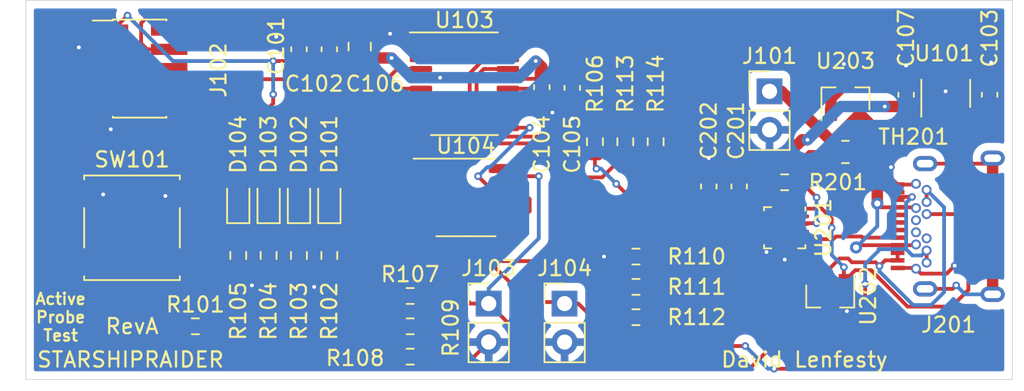
<source format=kicad_pcb>
(kicad_pcb (version 20171130) (host pcbnew 5.1.8)

  (general
    (thickness 1.6)
    (drawings 9)
    (tracks 395)
    (zones 0)
    (modules 41)
    (nets 46)
  )

  (page A4)
  (layers
    (0 F.Cu signal)
    (31 B.Cu signal)
    (32 B.Adhes user)
    (33 F.Adhes user)
    (34 B.Paste user)
    (35 F.Paste user)
    (36 B.SilkS user)
    (37 F.SilkS user)
    (38 B.Mask user)
    (39 F.Mask user)
    (40 Dwgs.User user)
    (41 Cmts.User user)
    (42 Eco1.User user)
    (43 Eco2.User user)
    (44 Edge.Cuts user)
    (45 Margin user)
    (46 B.CrtYd user)
    (47 F.CrtYd user)
    (48 B.Fab user)
    (49 F.Fab user)
  )

  (setup
    (last_trace_width 0.25)
    (user_trace_width 0.75)
    (trace_clearance 0.2)
    (zone_clearance 0.508)
    (zone_45_only no)
    (trace_min 0.2)
    (via_size 0.8)
    (via_drill 0.4)
    (via_min_size 0.45)
    (via_min_drill 0.2)
    (user_via 0.5 0.25)
    (uvia_size 0.3)
    (uvia_drill 0.1)
    (uvias_allowed no)
    (uvia_min_size 0.2)
    (uvia_min_drill 0.1)
    (edge_width 0.05)
    (segment_width 0.2)
    (pcb_text_width 0.3)
    (pcb_text_size 1.5 1.5)
    (mod_edge_width 0.12)
    (mod_text_size 1 1)
    (mod_text_width 0.15)
    (pad_size 1.524 1.524)
    (pad_drill 0.762)
    (pad_to_mask_clearance 0)
    (aux_axis_origin 0 0)
    (visible_elements FFFFFF7F)
    (pcbplotparams
      (layerselection 0x010fc_ffffffff)
      (usegerberextensions false)
      (usegerberattributes true)
      (usegerberadvancedattributes true)
      (creategerberjobfile true)
      (excludeedgelayer true)
      (linewidth 0.100000)
      (plotframeref false)
      (viasonmask false)
      (mode 1)
      (useauxorigin false)
      (hpglpennumber 1)
      (hpglpenspeed 20)
      (hpglpendiameter 15.000000)
      (psnegative false)
      (psa4output false)
      (plotreference true)
      (plotvalue true)
      (plotinvisibletext false)
      (padsonsilk false)
      (subtractmaskfromsilk false)
      (outputformat 1)
      (mirror false)
      (drillshape 1)
      (scaleselection 1)
      (outputdirectory ""))
  )

  (net 0 "")
  (net 1 GND)
  (net 2 +3V3)
  (net 3 /VBUS)
  (net 4 /USRLED4)
  (net 5 "Net-(D101-Pad1)")
  (net 6 /USRLED3)
  (net 7 "Net-(D102-Pad1)")
  (net 8 /USRLED2)
  (net 9 "Net-(D103-Pad1)")
  (net 10 /USRLED1)
  (net 11 "Net-(D104-Pad1)")
  (net 12 /NRST)
  (net 13 "Net-(J102-Pad8)")
  (net 14 "Net-(J102-Pad7)")
  (net 15 "Net-(J102-Pad6)")
  (net 16 /SWCLK)
  (net 17 /SWDIO)
  (net 18 /+7V)
  (net 19 /-7V)
  (net 20 /I2C1_SCL)
  (net 21 "Net-(R107-Pad2)")
  (net 22 "Net-(R108-Pad2)")
  (net 23 "Net-(R110-Pad2)")
  (net 24 "Net-(R111-Pad2)")
  (net 25 /I2C1_SDA)
  (net 26 /FUSB_INT)
  (net 27 "Net-(R201-Pad2)")
  (net 28 "Net-(U101-Pad4)")
  (net 29 "Net-(U103-Pad14)")
  (net 30 "Net-(U103-Pad12)")
  (net 31 /-7V_SENSE)
  (net 32 /+7V_SENSE)
  (net 33 "Net-(U103-Pad3)")
  (net 34 "Net-(U103-Pad2)")
  (net 35 "Net-(U103-Pad1)")
  (net 36 /USB/CC2)
  (net 37 /USB/CC1)
  (net 38 "Net-(J201-PadS1)")
  (net 39 "Net-(J201-PadB8)")
  (net 40 "Net-(J201-PadB7)")
  (net 41 "Net-(J201-PadB6)")
  (net 42 "Net-(J201-PadA8)")
  (net 43 "Net-(J201-PadA7)")
  (net 44 "Net-(J201-PadA6)")
  (net 45 /USB/VBUS_RAW)

  (net_class Default "This is the default net class."
    (clearance 0.2)
    (trace_width 0.25)
    (via_dia 0.8)
    (via_drill 0.4)
    (uvia_dia 0.3)
    (uvia_drill 0.1)
    (add_net +3V3)
    (add_net /+7V)
    (add_net /+7V_SENSE)
    (add_net /-7V)
    (add_net /-7V_SENSE)
    (add_net /FUSB_INT)
    (add_net /I2C1_SCL)
    (add_net /I2C1_SDA)
    (add_net /NRST)
    (add_net /SWCLK)
    (add_net /SWDIO)
    (add_net /USB/CC1)
    (add_net /USB/CC2)
    (add_net /USB/VBUS_RAW)
    (add_net /USRLED1)
    (add_net /USRLED2)
    (add_net /USRLED3)
    (add_net /USRLED4)
    (add_net /VBUS)
    (add_net GND)
    (add_net "Net-(D101-Pad1)")
    (add_net "Net-(D102-Pad1)")
    (add_net "Net-(D103-Pad1)")
    (add_net "Net-(D104-Pad1)")
    (add_net "Net-(J102-Pad6)")
    (add_net "Net-(J102-Pad7)")
    (add_net "Net-(J102-Pad8)")
    (add_net "Net-(J201-PadA6)")
    (add_net "Net-(J201-PadA7)")
    (add_net "Net-(J201-PadA8)")
    (add_net "Net-(J201-PadB6)")
    (add_net "Net-(J201-PadB7)")
    (add_net "Net-(J201-PadB8)")
    (add_net "Net-(J201-PadS1)")
    (add_net "Net-(R107-Pad2)")
    (add_net "Net-(R108-Pad2)")
    (add_net "Net-(R110-Pad2)")
    (add_net "Net-(R111-Pad2)")
    (add_net "Net-(R201-Pad2)")
    (add_net "Net-(U101-Pad4)")
    (add_net "Net-(U103-Pad1)")
    (add_net "Net-(U103-Pad12)")
    (add_net "Net-(U103-Pad14)")
    (add_net "Net-(U103-Pad2)")
    (add_net "Net-(U103-Pad3)")
  )

  (module Capacitor_SMD:C_0805_2012Metric (layer F.Cu) (tedit 5F68FEEE) (tstamp 600129AA)
    (at 97 53.05 90)
    (descr "Capacitor SMD 0805 (2012 Metric), square (rectangular) end terminal, IPC_7351 nominal, (Body size source: IPC-SM-782 page 76, https://www.pcb-3d.com/wordpress/wp-content/uploads/ipc-sm-782a_amendment_1_and_2.pdf, https://docs.google.com/spreadsheets/d/1BsfQQcO9C6DZCsRaXUlFlo91Tg2WpOkGARC1WS5S8t0/edit?usp=sharing), generated with kicad-footprint-generator")
    (tags capacitor)
    (path /6003ABA6)
    (attr smd)
    (fp_text reference C106 (at -2.45 1 180) (layer F.SilkS)
      (effects (font (size 1 1) (thickness 0.15)))
    )
    (fp_text value 4u7 (at 0 1.68 90) (layer F.Fab)
      (effects (font (size 1 1) (thickness 0.15)))
    )
    (fp_text user %R (at 0 0 90) (layer F.Fab)
      (effects (font (size 0.5 0.5) (thickness 0.08)))
    )
    (fp_line (start -1 0.625) (end -1 -0.625) (layer F.Fab) (width 0.1))
    (fp_line (start -1 -0.625) (end 1 -0.625) (layer F.Fab) (width 0.1))
    (fp_line (start 1 -0.625) (end 1 0.625) (layer F.Fab) (width 0.1))
    (fp_line (start 1 0.625) (end -1 0.625) (layer F.Fab) (width 0.1))
    (fp_line (start -0.261252 -0.735) (end 0.261252 -0.735) (layer F.SilkS) (width 0.12))
    (fp_line (start -0.261252 0.735) (end 0.261252 0.735) (layer F.SilkS) (width 0.12))
    (fp_line (start -1.7 0.98) (end -1.7 -0.98) (layer F.CrtYd) (width 0.05))
    (fp_line (start -1.7 -0.98) (end 1.7 -0.98) (layer F.CrtYd) (width 0.05))
    (fp_line (start 1.7 -0.98) (end 1.7 0.98) (layer F.CrtYd) (width 0.05))
    (fp_line (start 1.7 0.98) (end -1.7 0.98) (layer F.CrtYd) (width 0.05))
    (pad 2 smd roundrect (at 0.95 0 90) (size 1 1.45) (layers F.Cu F.Paste F.Mask) (roundrect_rratio 0.25)
      (net 1 GND))
    (pad 1 smd roundrect (at -0.95 0 90) (size 1 1.45) (layers F.Cu F.Paste F.Mask) (roundrect_rratio 0.25)
      (net 2 +3V3))
    (model ${KISYS3DMOD}/Capacitor_SMD.3dshapes/C_0805_2012Metric.wrl
      (at (xyz 0 0 0))
      (scale (xyz 1 1 1))
      (rotate (xyz 0 0 0))
    )
  )

  (module active-probe-test:10137062 (layer F.Cu) (tedit 5FF14982) (tstamp 60011F18)
    (at 133 68.5 90)
    (descr "USB C Receptacle")
    (path /5FFD7EA9/5FFE8483)
    (fp_text reference J201 (at -2.9 2.8 180) (layer F.SilkS)
      (effects (font (size 1 1) (thickness 0.15)))
    )
    (fp_text value USB_C_Receptacle (at 3.5 -2.5 90) (layer F.Fab)
      (effects (font (size 1 1) (thickness 0.15)))
    )
    (pad S1 thru_hole oval (at 7.73 1.25 90) (size 1 1.6) (drill oval 0.5 1.1) (layers *.Cu *.Mask)
      (net 38 "Net-(J201-PadS1)"))
    (pad S1 thru_hole oval (at -0.53 1.25 90) (size 1 1.6) (drill oval 0.5 1.1) (layers *.Cu *.Mask)
      (net 38 "Net-(J201-PadS1)"))
    (pad S1 thru_hole oval (at -0.89 5.7 90) (size 1 1.6) (drill oval 0.5 1.1) (layers *.Cu *.Mask)
      (net 38 "Net-(J201-PadS1)"))
    (pad S1 thru_hole oval (at 8.09 5.7 90) (size 1 1.6) (drill oval 0.5 1.1) (layers *.Cu *.Mask)
      (net 38 "Net-(J201-PadS1)"))
    (pad "" np_thru_hole oval (at 7.2 0 90) (size 0.95 0.65) (drill oval 0.95 0.65) (layers *.Cu *.Mask))
    (pad "" np_thru_hole circle (at 0 0 90) (size 0.65 0.65) (drill 0.65) (layers *.Cu *.Mask))
    (pad B11 thru_hole circle (at 1.2 1.35 90) (size 0.65 0.65) (drill 0.4) (layers *.Cu *.Mask)
      (net 19 /-7V))
    (pad B10 thru_hole circle (at 2 1.35 90) (size 0.65 0.65) (drill 0.4) (layers *.Cu *.Mask)
      (net 19 /-7V))
    (pad B8 thru_hole circle (at 2.8 1.35 90) (size 0.65 0.65) (drill 0.4) (layers *.Cu *.Mask)
      (net 39 "Net-(J201-PadB8)"))
    (pad B5 thru_hole circle (at 4.4 1.35 90) (size 0.65 0.65) (drill 0.4) (layers *.Cu *.Mask)
      (net 36 /USB/CC2))
    (pad B3 thru_hole circle (at 5.2 1.35 90) (size 0.65 0.65) (drill 0.4) (layers *.Cu *.Mask)
      (net 18 /+7V))
    (pad B2 thru_hole circle (at 6 1.35 90) (size 0.65 0.65) (drill 0.4) (layers *.Cu *.Mask)
      (net 18 /+7V))
    (pad B12 thru_hole circle (at 0.8 0.65 90) (size 0.65 0.65) (drill 0.4) (layers *.Cu *.Mask)
      (net 1 GND))
    (pad B9 thru_hole circle (at 2.4 0.65 90) (size 0.65 0.65) (drill 0.4) (layers *.Cu *.Mask)
      (net 45 /USB/VBUS_RAW))
    (pad B7 thru_hole circle (at 3.2 0.65 90) (size 0.65 0.65) (drill 0.4) (layers *.Cu *.Mask)
      (net 40 "Net-(J201-PadB7)"))
    (pad B6 thru_hole circle (at 4 0.65 90) (size 0.65 0.65) (drill 0.4) (layers *.Cu *.Mask)
      (net 41 "Net-(J201-PadB6)"))
    (pad B4 thru_hole circle (at 4.8 0.65 90) (size 0.65 0.65) (drill 0.4) (layers *.Cu *.Mask)
      (net 45 /USB/VBUS_RAW))
    (pad A12 smd rect (at 6.35 -0.56 90) (size 0.3 0.9) (layers F.Cu F.Paste F.Mask)
      (net 1 GND))
    (pad A11 smd rect (at 5.85 -0.56 90) (size 0.3 0.9) (layers F.Cu F.Paste F.Mask)
      (net 19 /-7V))
    (pad A10 smd rect (at 5.35 -0.56 90) (size 0.3 0.9) (layers F.Cu F.Paste F.Mask)
      (net 19 /-7V))
    (pad A9 smd rect (at 4.85 -0.56 90) (size 0.3 0.9) (layers F.Cu F.Paste F.Mask)
      (net 45 /USB/VBUS_RAW))
    (pad A8 smd rect (at 4.35 -0.56 90) (size 0.3 0.9) (layers F.Cu F.Paste F.Mask)
      (net 42 "Net-(J201-PadA8)"))
    (pad A7 smd rect (at 3.85 -0.56 90) (size 0.3 0.9) (layers F.Cu F.Paste F.Mask)
      (net 43 "Net-(J201-PadA7)"))
    (pad A6 smd rect (at 3.35 -0.56 90) (size 0.3 0.9) (layers F.Cu F.Paste F.Mask)
      (net 44 "Net-(J201-PadA6)"))
    (pad A5 smd rect (at 2.85 -0.56 90) (size 0.3 0.9) (layers F.Cu F.Paste F.Mask)
      (net 37 /USB/CC1))
    (pad A4 smd rect (at 2.35 -0.56 90) (size 0.3 0.9) (layers F.Cu F.Paste F.Mask)
      (net 45 /USB/VBUS_RAW))
    (pad A3 smd rect (at 1.85 -0.56 90) (size 0.3 0.9) (layers F.Cu F.Paste F.Mask)
      (net 18 /+7V))
    (pad A2 smd rect (at 1.35 -0.56 90) (size 0.3 0.9) (layers F.Cu F.Paste F.Mask)
      (net 18 /+7V))
    (pad B1 thru_hole circle (at 6.4 0.65 90) (size 0.65 0.65) (drill 0.4) (layers *.Cu *.Mask)
      (net 1 GND))
    (pad A1 smd rect (at 0.85 -0.56 90) (size 0.3 0.9) (layers F.Cu F.Paste F.Mask)
      (net 1 GND))
  )

  (module Package_TO_SOT_SMD:SOT-23 (layer F.Cu) (tedit 5A02FF57) (tstamp 6000C637)
    (at 129 56.5 90)
    (descr "SOT-23, Standard")
    (tags SOT-23)
    (path /5FFD7EA9/5FFE8534)
    (attr smd)
    (fp_text reference U203 (at 2.5 0 180) (layer F.SilkS)
      (effects (font (size 1 1) (thickness 0.15)))
    )
    (fp_text value STS232050B751 (at 0 2.5 90) (layer F.Fab)
      (effects (font (size 1 1) (thickness 0.15)))
    )
    (fp_text user %R (at 0 0) (layer F.Fab)
      (effects (font (size 0.5 0.5) (thickness 0.075)))
    )
    (fp_line (start -0.7 -0.95) (end -0.7 1.5) (layer F.Fab) (width 0.1))
    (fp_line (start -0.15 -1.52) (end 0.7 -1.52) (layer F.Fab) (width 0.1))
    (fp_line (start -0.7 -0.95) (end -0.15 -1.52) (layer F.Fab) (width 0.1))
    (fp_line (start 0.7 -1.52) (end 0.7 1.52) (layer F.Fab) (width 0.1))
    (fp_line (start -0.7 1.52) (end 0.7 1.52) (layer F.Fab) (width 0.1))
    (fp_line (start 0.76 1.58) (end 0.76 0.65) (layer F.SilkS) (width 0.12))
    (fp_line (start 0.76 -1.58) (end 0.76 -0.65) (layer F.SilkS) (width 0.12))
    (fp_line (start -1.7 -1.75) (end 1.7 -1.75) (layer F.CrtYd) (width 0.05))
    (fp_line (start 1.7 -1.75) (end 1.7 1.75) (layer F.CrtYd) (width 0.05))
    (fp_line (start 1.7 1.75) (end -1.7 1.75) (layer F.CrtYd) (width 0.05))
    (fp_line (start -1.7 1.75) (end -1.7 -1.75) (layer F.CrtYd) (width 0.05))
    (fp_line (start 0.76 -1.58) (end -1.4 -1.58) (layer F.SilkS) (width 0.12))
    (fp_line (start 0.76 1.58) (end -0.7 1.58) (layer F.SilkS) (width 0.12))
    (pad 3 smd rect (at 1 0 90) (size 0.9 0.8) (layers F.Cu F.Paste F.Mask)
      (net 1 GND))
    (pad 2 smd rect (at -1 0.95 90) (size 0.9 0.8) (layers F.Cu F.Paste F.Mask)
      (net 3 /VBUS))
    (pad 1 smd rect (at -1 -0.95 90) (size 0.9 0.8) (layers F.Cu F.Paste F.Mask)
      (net 1 GND))
    (model ${KISYS3DMOD}/Package_TO_SOT_SMD.3dshapes/SOT-23.wrl
      (at (xyz 0 0 0))
      (scale (xyz 1 1 1))
      (rotate (xyz 0 0 0))
    )
  )

  (module Package_TO_SOT_SMD:SOT-23 (layer F.Cu) (tedit 5A02FF57) (tstamp 60018496)
    (at 128 69.5 270)
    (descr "SOT-23, Standard")
    (tags SOT-23)
    (path /5FFD7EA9/5FFE852C)
    (attr smd)
    (fp_text reference U202 (at 0 -2.5 90) (layer F.SilkS)
      (effects (font (size 1 1) (thickness 0.15)))
    )
    (fp_text value STS232033B102 (at 0 2.5 90) (layer F.Fab)
      (effects (font (size 1 1) (thickness 0.15)))
    )
    (fp_text user %R (at 0 0) (layer F.Fab)
      (effects (font (size 0.5 0.5) (thickness 0.075)))
    )
    (fp_line (start -0.7 -0.95) (end -0.7 1.5) (layer F.Fab) (width 0.1))
    (fp_line (start -0.15 -1.52) (end 0.7 -1.52) (layer F.Fab) (width 0.1))
    (fp_line (start -0.7 -0.95) (end -0.15 -1.52) (layer F.Fab) (width 0.1))
    (fp_line (start 0.7 -1.52) (end 0.7 1.52) (layer F.Fab) (width 0.1))
    (fp_line (start -0.7 1.52) (end 0.7 1.52) (layer F.Fab) (width 0.1))
    (fp_line (start 0.76 1.58) (end 0.76 0.65) (layer F.SilkS) (width 0.12))
    (fp_line (start 0.76 -1.58) (end 0.76 -0.65) (layer F.SilkS) (width 0.12))
    (fp_line (start -1.7 -1.75) (end 1.7 -1.75) (layer F.CrtYd) (width 0.05))
    (fp_line (start 1.7 -1.75) (end 1.7 1.75) (layer F.CrtYd) (width 0.05))
    (fp_line (start 1.7 1.75) (end -1.7 1.75) (layer F.CrtYd) (width 0.05))
    (fp_line (start -1.7 1.75) (end -1.7 -1.75) (layer F.CrtYd) (width 0.05))
    (fp_line (start 0.76 -1.58) (end -1.4 -1.58) (layer F.SilkS) (width 0.12))
    (fp_line (start 0.76 1.58) (end -0.7 1.58) (layer F.SilkS) (width 0.12))
    (pad 3 smd rect (at 1 0 270) (size 0.9 0.8) (layers F.Cu F.Paste F.Mask)
      (net 1 GND))
    (pad 2 smd rect (at -1 0.95 270) (size 0.9 0.8) (layers F.Cu F.Paste F.Mask)
      (net 37 /USB/CC1))
    (pad 1 smd rect (at -1 -0.95 270) (size 0.9 0.8) (layers F.Cu F.Paste F.Mask)
      (net 36 /USB/CC2))
    (model ${KISYS3DMOD}/Package_TO_SOT_SMD.3dshapes/SOT-23.wrl
      (at (xyz 0 0 0))
      (scale (xyz 1 1 1))
      (rotate (xyz 0 0 0))
    )
  )

  (module Package_DFN_QFN:WQFN-14-1EP_2.5x2.5mm_P0.5mm_EP1.45x1.45mm (layer F.Cu) (tedit 5DC5F6A8) (tstamp 6001367D)
    (at 125 65 270)
    (descr "WQFN, 14 Pin (https://www.onsemi.com/pub/Collateral/FUSB302B-D.PDF#page=32), generated with kicad-footprint-generator ipc_noLead_generator.py")
    (tags "WQFN NoLead")
    (path /5FFD7EA9/5FFE848A)
    (attr smd)
    (fp_text reference U201 (at 0 -2.55 90) (layer F.SilkS)
      (effects (font (size 1 1) (thickness 0.15)))
    )
    (fp_text value FUSB302BMPX (at 0 2.55 90) (layer F.Fab)
      (effects (font (size 1 1) (thickness 0.15)))
    )
    (fp_text user %R (at 0 0 270) (layer F.Fab)
      (effects (font (size 0.62 0.62) (thickness 0.09)))
    )
    (fp_line (start 1.135 -1.36) (end 1.36 -1.36) (layer F.SilkS) (width 0.12))
    (fp_line (start 1.36 -1.36) (end 1.36 -0.885) (layer F.SilkS) (width 0.12))
    (fp_line (start -1.135 1.36) (end -1.36 1.36) (layer F.SilkS) (width 0.12))
    (fp_line (start -1.36 1.36) (end -1.36 0.885) (layer F.SilkS) (width 0.12))
    (fp_line (start 1.135 1.36) (end 1.36 1.36) (layer F.SilkS) (width 0.12))
    (fp_line (start 1.36 1.36) (end 1.36 0.885) (layer F.SilkS) (width 0.12))
    (fp_line (start -1.135 -1.36) (end -1.36 -1.36) (layer F.SilkS) (width 0.12))
    (fp_line (start -0.625 -1.25) (end 1.25 -1.25) (layer F.Fab) (width 0.1))
    (fp_line (start 1.25 -1.25) (end 1.25 1.25) (layer F.Fab) (width 0.1))
    (fp_line (start 1.25 1.25) (end -1.25 1.25) (layer F.Fab) (width 0.1))
    (fp_line (start -1.25 1.25) (end -1.25 -0.625) (layer F.Fab) (width 0.1))
    (fp_line (start -1.25 -0.625) (end -0.625 -1.25) (layer F.Fab) (width 0.1))
    (fp_line (start -1.85 -1.85) (end -1.85 1.85) (layer F.CrtYd) (width 0.05))
    (fp_line (start -1.85 1.85) (end 1.85 1.85) (layer F.CrtYd) (width 0.05))
    (fp_line (start 1.85 1.85) (end 1.85 -1.85) (layer F.CrtYd) (width 0.05))
    (fp_line (start 1.85 -1.85) (end -1.85 -1.85) (layer F.CrtYd) (width 0.05))
    (pad "" smd roundrect (at 0.36 0.36 270) (size 0.58 0.58) (layers F.Paste) (roundrect_rratio 0.25))
    (pad "" smd roundrect (at 0.36 -0.36 270) (size 0.58 0.58) (layers F.Paste) (roundrect_rratio 0.25))
    (pad "" smd roundrect (at -0.36 0.36 270) (size 0.58 0.58) (layers F.Paste) (roundrect_rratio 0.25))
    (pad "" smd roundrect (at -0.36 -0.36 270) (size 0.58 0.58) (layers F.Paste) (roundrect_rratio 0.25))
    (pad 15 smd rect (at 0 0 270) (size 1.45 1.45) (layers F.Cu F.Mask)
      (net 1 GND))
    (pad 14 smd roundrect (at -0.75 -1.2625 270) (size 0.25 0.675) (layers F.Cu F.Paste F.Mask) (roundrect_rratio 0.25)
      (net 36 /USB/CC2))
    (pad 13 smd roundrect (at -0.25 -1.2625 270) (size 0.25 0.675) (layers F.Cu F.Paste F.Mask) (roundrect_rratio 0.25)
      (net 27 "Net-(R201-Pad2)"))
    (pad 12 smd roundrect (at 0.25 -1.2625 270) (size 0.25 0.675) (layers F.Cu F.Paste F.Mask) (roundrect_rratio 0.25)
      (net 27 "Net-(R201-Pad2)"))
    (pad 11 smd roundrect (at 0.75 -1.2625 270) (size 0.25 0.675) (layers F.Cu F.Paste F.Mask) (roundrect_rratio 0.25)
      (net 37 /USB/CC1))
    (pad 10 smd roundrect (at 1.2625 -0.5 270) (size 0.675 0.25) (layers F.Cu F.Paste F.Mask) (roundrect_rratio 0.25)
      (net 37 /USB/CC1))
    (pad 9 smd roundrect (at 1.2625 0 270) (size 0.675 0.25) (layers F.Cu F.Paste F.Mask) (roundrect_rratio 0.25)
      (net 1 GND))
    (pad 8 smd roundrect (at 1.2625 0.5 270) (size 0.675 0.25) (layers F.Cu F.Paste F.Mask) (roundrect_rratio 0.25)
      (net 1 GND))
    (pad 7 smd roundrect (at 0.75 1.2625 270) (size 0.25 0.675) (layers F.Cu F.Paste F.Mask) (roundrect_rratio 0.25)
      (net 20 /I2C1_SCL))
    (pad 6 smd roundrect (at 0.25 1.2625 270) (size 0.25 0.675) (layers F.Cu F.Paste F.Mask) (roundrect_rratio 0.25)
      (net 25 /I2C1_SDA))
    (pad 5 smd roundrect (at -0.25 1.2625 270) (size 0.25 0.675) (layers F.Cu F.Paste F.Mask) (roundrect_rratio 0.25)
      (net 26 /FUSB_INT))
    (pad 4 smd roundrect (at -0.75 1.2625 270) (size 0.25 0.675) (layers F.Cu F.Paste F.Mask) (roundrect_rratio 0.25)
      (net 2 +3V3))
    (pad 3 smd roundrect (at -1.2625 0.5 270) (size 0.675 0.25) (layers F.Cu F.Paste F.Mask) (roundrect_rratio 0.25)
      (net 2 +3V3))
    (pad 2 smd roundrect (at -1.2625 0 270) (size 0.675 0.25) (layers F.Cu F.Paste F.Mask) (roundrect_rratio 0.25)
      (net 3 /VBUS))
    (pad 1 smd roundrect (at -1.2625 -0.5 270) (size 0.675 0.25) (layers F.Cu F.Paste F.Mask) (roundrect_rratio 0.25)
      (net 36 /USB/CC2))
    (model ${KISYS3DMOD}/Package_DFN_QFN.3dshapes/WQFN-14-1EP_2.5x2.5mm_P0.5mm_EP1.45x1.45mm.wrl
      (at (xyz 0 0 0))
      (scale (xyz 1 1 1))
      (rotate (xyz 0 0 0))
    )
  )

  (module Package_SO:SOIC-8_3.9x4.9mm_P1.27mm (layer F.Cu) (tedit 5D9F72B1) (tstamp 6000C5E5)
    (at 104 63)
    (descr "SOIC, 8 Pin (JEDEC MS-012AA, https://www.analog.com/media/en/package-pcb-resources/package/pkg_pdf/soic_narrow-r/r_8.pdf), generated with kicad-footprint-generator ipc_gullwing_generator.py")
    (tags "SOIC SO")
    (path /600A9F28)
    (attr smd)
    (fp_text reference U104 (at 0 -3.4) (layer F.SilkS)
      (effects (font (size 1 1) (thickness 0.15)))
    )
    (fp_text value LM358 (at 0 3.4) (layer F.Fab)
      (effects (font (size 1 1) (thickness 0.15)))
    )
    (fp_text user %R (at 0 0) (layer F.Fab)
      (effects (font (size 0.98 0.98) (thickness 0.15)))
    )
    (fp_line (start 0 2.56) (end 1.95 2.56) (layer F.SilkS) (width 0.12))
    (fp_line (start 0 2.56) (end -1.95 2.56) (layer F.SilkS) (width 0.12))
    (fp_line (start 0 -2.56) (end 1.95 -2.56) (layer F.SilkS) (width 0.12))
    (fp_line (start 0 -2.56) (end -3.45 -2.56) (layer F.SilkS) (width 0.12))
    (fp_line (start -0.975 -2.45) (end 1.95 -2.45) (layer F.Fab) (width 0.1))
    (fp_line (start 1.95 -2.45) (end 1.95 2.45) (layer F.Fab) (width 0.1))
    (fp_line (start 1.95 2.45) (end -1.95 2.45) (layer F.Fab) (width 0.1))
    (fp_line (start -1.95 2.45) (end -1.95 -1.475) (layer F.Fab) (width 0.1))
    (fp_line (start -1.95 -1.475) (end -0.975 -2.45) (layer F.Fab) (width 0.1))
    (fp_line (start -3.7 -2.7) (end -3.7 2.7) (layer F.CrtYd) (width 0.05))
    (fp_line (start -3.7 2.7) (end 3.7 2.7) (layer F.CrtYd) (width 0.05))
    (fp_line (start 3.7 2.7) (end 3.7 -2.7) (layer F.CrtYd) (width 0.05))
    (fp_line (start 3.7 -2.7) (end -3.7 -2.7) (layer F.CrtYd) (width 0.05))
    (pad 8 smd roundrect (at 2.475 -1.905) (size 1.95 0.6) (layers F.Cu F.Paste F.Mask) (roundrect_rratio 0.25)
      (net 18 /+7V))
    (pad 7 smd roundrect (at 2.475 -0.635) (size 1.95 0.6) (layers F.Cu F.Paste F.Mask) (roundrect_rratio 0.25)
      (net 31 /-7V_SENSE))
    (pad 6 smd roundrect (at 2.475 0.635) (size 1.95 0.6) (layers F.Cu F.Paste F.Mask) (roundrect_rratio 0.25)
      (net 23 "Net-(R110-Pad2)"))
    (pad 5 smd roundrect (at 2.475 1.905) (size 1.95 0.6) (layers F.Cu F.Paste F.Mask) (roundrect_rratio 0.25)
      (net 31 /-7V_SENSE))
    (pad 4 smd roundrect (at -2.475 1.905) (size 1.95 0.6) (layers F.Cu F.Paste F.Mask) (roundrect_rratio 0.25)
      (net 19 /-7V))
    (pad 3 smd roundrect (at -2.475 0.635) (size 1.95 0.6) (layers F.Cu F.Paste F.Mask) (roundrect_rratio 0.25)
      (net 22 "Net-(R108-Pad2)"))
    (pad 2 smd roundrect (at -2.475 -0.635) (size 1.95 0.6) (layers F.Cu F.Paste F.Mask) (roundrect_rratio 0.25)
      (net 32 /+7V_SENSE))
    (pad 1 smd roundrect (at -2.475 -1.905) (size 1.95 0.6) (layers F.Cu F.Paste F.Mask) (roundrect_rratio 0.25)
      (net 32 /+7V_SENSE))
    (model ${KISYS3DMOD}/Package_SO.3dshapes/SOIC-8_3.9x4.9mm_P1.27mm.wrl
      (at (xyz 0 0 0))
      (scale (xyz 1 1 1))
      (rotate (xyz 0 0 0))
    )
  )

  (module Package_SO:TSSOP-20_4.4x6.5mm_P0.65mm (layer F.Cu) (tedit 5E476F32) (tstamp 600131D5)
    (at 103.9 55.5)
    (descr "TSSOP, 20 Pin (JEDEC MO-153 Var AC https://www.jedec.org/document_search?search_api_views_fulltext=MO-153), generated with kicad-footprint-generator ipc_gullwing_generator.py")
    (tags "TSSOP SO")
    (path /60065842)
    (attr smd)
    (fp_text reference U103 (at 0 -4.2) (layer F.SilkS)
      (effects (font (size 1 1) (thickness 0.15)))
    )
    (fp_text value STM32F042F6Px (at 0 4.2) (layer F.Fab)
      (effects (font (size 1 1) (thickness 0.15)))
    )
    (fp_text user %R (at 0 0) (layer F.Fab)
      (effects (font (size 1 1) (thickness 0.15)))
    )
    (fp_line (start 0 3.385) (end 2.2 3.385) (layer F.SilkS) (width 0.12))
    (fp_line (start 0 3.385) (end -2.2 3.385) (layer F.SilkS) (width 0.12))
    (fp_line (start 0 -3.385) (end 2.2 -3.385) (layer F.SilkS) (width 0.12))
    (fp_line (start 0 -3.385) (end -3.6 -3.385) (layer F.SilkS) (width 0.12))
    (fp_line (start -1.2 -3.25) (end 2.2 -3.25) (layer F.Fab) (width 0.1))
    (fp_line (start 2.2 -3.25) (end 2.2 3.25) (layer F.Fab) (width 0.1))
    (fp_line (start 2.2 3.25) (end -2.2 3.25) (layer F.Fab) (width 0.1))
    (fp_line (start -2.2 3.25) (end -2.2 -2.25) (layer F.Fab) (width 0.1))
    (fp_line (start -2.2 -2.25) (end -1.2 -3.25) (layer F.Fab) (width 0.1))
    (fp_line (start -3.85 -3.5) (end -3.85 3.5) (layer F.CrtYd) (width 0.05))
    (fp_line (start -3.85 3.5) (end 3.85 3.5) (layer F.CrtYd) (width 0.05))
    (fp_line (start 3.85 3.5) (end 3.85 -3.5) (layer F.CrtYd) (width 0.05))
    (fp_line (start 3.85 -3.5) (end -3.85 -3.5) (layer F.CrtYd) (width 0.05))
    (pad 20 smd roundrect (at 2.8625 -2.925) (size 1.475 0.4) (layers F.Cu F.Paste F.Mask) (roundrect_rratio 0.25)
      (net 16 /SWCLK))
    (pad 19 smd roundrect (at 2.8625 -2.275) (size 1.475 0.4) (layers F.Cu F.Paste F.Mask) (roundrect_rratio 0.25)
      (net 17 /SWDIO))
    (pad 18 smd roundrect (at 2.8625 -1.625) (size 1.475 0.4) (layers F.Cu F.Paste F.Mask) (roundrect_rratio 0.25)
      (net 25 /I2C1_SDA))
    (pad 17 smd roundrect (at 2.8625 -0.975) (size 1.475 0.4) (layers F.Cu F.Paste F.Mask) (roundrect_rratio 0.25)
      (net 20 /I2C1_SCL))
    (pad 16 smd roundrect (at 2.8625 -0.325) (size 1.475 0.4) (layers F.Cu F.Paste F.Mask) (roundrect_rratio 0.25)
      (net 2 +3V3))
    (pad 15 smd roundrect (at 2.8625 0.325) (size 1.475 0.4) (layers F.Cu F.Paste F.Mask) (roundrect_rratio 0.25)
      (net 1 GND))
    (pad 14 smd roundrect (at 2.8625 0.975) (size 1.475 0.4) (layers F.Cu F.Paste F.Mask) (roundrect_rratio 0.25)
      (net 29 "Net-(U103-Pad14)"))
    (pad 13 smd roundrect (at 2.8625 1.625) (size 1.475 0.4) (layers F.Cu F.Paste F.Mask) (roundrect_rratio 0.25)
      (net 26 /FUSB_INT))
    (pad 12 smd roundrect (at 2.8625 2.275) (size 1.475 0.4) (layers F.Cu F.Paste F.Mask) (roundrect_rratio 0.25)
      (net 30 "Net-(U103-Pad12)"))
    (pad 11 smd roundrect (at 2.8625 2.925) (size 1.475 0.4) (layers F.Cu F.Paste F.Mask) (roundrect_rratio 0.25)
      (net 31 /-7V_SENSE))
    (pad 10 smd roundrect (at -2.8625 2.925) (size 1.475 0.4) (layers F.Cu F.Paste F.Mask) (roundrect_rratio 0.25)
      (net 32 /+7V_SENSE))
    (pad 9 smd roundrect (at -2.8625 2.275) (size 1.475 0.4) (layers F.Cu F.Paste F.Mask) (roundrect_rratio 0.25)
      (net 4 /USRLED4))
    (pad 8 smd roundrect (at -2.8625 1.625) (size 1.475 0.4) (layers F.Cu F.Paste F.Mask) (roundrect_rratio 0.25)
      (net 6 /USRLED3))
    (pad 7 smd roundrect (at -2.8625 0.975) (size 1.475 0.4) (layers F.Cu F.Paste F.Mask) (roundrect_rratio 0.25)
      (net 8 /USRLED2))
    (pad 6 smd roundrect (at -2.8625 0.325) (size 1.475 0.4) (layers F.Cu F.Paste F.Mask) (roundrect_rratio 0.25)
      (net 10 /USRLED1))
    (pad 5 smd roundrect (at -2.8625 -0.325) (size 1.475 0.4) (layers F.Cu F.Paste F.Mask) (roundrect_rratio 0.25)
      (net 2 +3V3))
    (pad 4 smd roundrect (at -2.8625 -0.975) (size 1.475 0.4) (layers F.Cu F.Paste F.Mask) (roundrect_rratio 0.25)
      (net 12 /NRST))
    (pad 3 smd roundrect (at -2.8625 -1.625) (size 1.475 0.4) (layers F.Cu F.Paste F.Mask) (roundrect_rratio 0.25)
      (net 33 "Net-(U103-Pad3)"))
    (pad 2 smd roundrect (at -2.8625 -2.275) (size 1.475 0.4) (layers F.Cu F.Paste F.Mask) (roundrect_rratio 0.25)
      (net 34 "Net-(U103-Pad2)"))
    (pad 1 smd roundrect (at -2.8625 -2.925) (size 1.475 0.4) (layers F.Cu F.Paste F.Mask) (roundrect_rratio 0.25)
      (net 35 "Net-(U103-Pad1)"))
    (model ${KISYS3DMOD}/Package_SO.3dshapes/TSSOP-20_4.4x6.5mm_P0.65mm.wrl
      (at (xyz 0 0 0))
      (scale (xyz 1 1 1))
      (rotate (xyz 0 0 0))
    )
  )

  (module Package_TO_SOT_SMD:SOT-23-5 (layer F.Cu) (tedit 5A02FF57) (tstamp 6000C5A5)
    (at 135.61 56.13 90)
    (descr "5-pin SOT23 package")
    (tags SOT-23-5)
    (path /6000A65E)
    (attr smd)
    (fp_text reference U101 (at 2.63 -0.11 180) (layer F.SilkS)
      (effects (font (size 1 1) (thickness 0.15)))
    )
    (fp_text value AP2112K-3.3 (at 0 2.9 90) (layer F.Fab)
      (effects (font (size 1 1) (thickness 0.15)))
    )
    (fp_text user %R (at 0 0) (layer F.Fab)
      (effects (font (size 0.5 0.5) (thickness 0.075)))
    )
    (fp_line (start -0.9 1.61) (end 0.9 1.61) (layer F.SilkS) (width 0.12))
    (fp_line (start 0.9 -1.61) (end -1.55 -1.61) (layer F.SilkS) (width 0.12))
    (fp_line (start -1.9 -1.8) (end 1.9 -1.8) (layer F.CrtYd) (width 0.05))
    (fp_line (start 1.9 -1.8) (end 1.9 1.8) (layer F.CrtYd) (width 0.05))
    (fp_line (start 1.9 1.8) (end -1.9 1.8) (layer F.CrtYd) (width 0.05))
    (fp_line (start -1.9 1.8) (end -1.9 -1.8) (layer F.CrtYd) (width 0.05))
    (fp_line (start -0.9 -0.9) (end -0.25 -1.55) (layer F.Fab) (width 0.1))
    (fp_line (start 0.9 -1.55) (end -0.25 -1.55) (layer F.Fab) (width 0.1))
    (fp_line (start -0.9 -0.9) (end -0.9 1.55) (layer F.Fab) (width 0.1))
    (fp_line (start 0.9 1.55) (end -0.9 1.55) (layer F.Fab) (width 0.1))
    (fp_line (start 0.9 -1.55) (end 0.9 1.55) (layer F.Fab) (width 0.1))
    (pad 5 smd rect (at 1.1 -0.95 90) (size 1.06 0.65) (layers F.Cu F.Paste F.Mask)
      (net 2 +3V3))
    (pad 4 smd rect (at 1.1 0.95 90) (size 1.06 0.65) (layers F.Cu F.Paste F.Mask)
      (net 28 "Net-(U101-Pad4)"))
    (pad 3 smd rect (at -1.1 0.95 90) (size 1.06 0.65) (layers F.Cu F.Paste F.Mask)
      (net 3 /VBUS))
    (pad 2 smd rect (at -1.1 0 90) (size 1.06 0.65) (layers F.Cu F.Paste F.Mask)
      (net 1 GND))
    (pad 1 smd rect (at -1.1 -0.95 90) (size 1.06 0.65) (layers F.Cu F.Paste F.Mask)
      (net 3 /VBUS))
    (model ${KISYS3DMOD}/Package_TO_SOT_SMD.3dshapes/SOT-23-5.wrl
      (at (xyz 0 0 0))
      (scale (xyz 1 1 1))
      (rotate (xyz 0 0 0))
    )
  )

  (module Resistor_SMD:R_0805_2012Metric (layer F.Cu) (tedit 5F68FEEE) (tstamp 60017DFF)
    (at 129 60)
    (descr "Resistor SMD 0805 (2012 Metric), square (rectangular) end terminal, IPC_7351 nominal, (Body size source: IPC-SM-782 page 72, https://www.pcb-3d.com/wordpress/wp-content/uploads/ipc-sm-782a_amendment_1_and_2.pdf), generated with kicad-footprint-generator")
    (tags resistor)
    (path /5FFD7EA9/5FFE8500)
    (attr smd)
    (fp_text reference TH201 (at 4.5 -1) (layer F.SilkS)
      (effects (font (size 1 1) (thickness 0.15)))
    )
    (fp_text value Thermistor_PTC (at 0 1.65) (layer F.Fab)
      (effects (font (size 1 1) (thickness 0.15)))
    )
    (fp_text user %R (at 0 0) (layer F.Fab)
      (effects (font (size 0.5 0.5) (thickness 0.08)))
    )
    (fp_line (start -1 0.625) (end -1 -0.625) (layer F.Fab) (width 0.1))
    (fp_line (start -1 -0.625) (end 1 -0.625) (layer F.Fab) (width 0.1))
    (fp_line (start 1 -0.625) (end 1 0.625) (layer F.Fab) (width 0.1))
    (fp_line (start 1 0.625) (end -1 0.625) (layer F.Fab) (width 0.1))
    (fp_line (start -0.227064 -0.735) (end 0.227064 -0.735) (layer F.SilkS) (width 0.12))
    (fp_line (start -0.227064 0.735) (end 0.227064 0.735) (layer F.SilkS) (width 0.12))
    (fp_line (start -1.68 0.95) (end -1.68 -0.95) (layer F.CrtYd) (width 0.05))
    (fp_line (start -1.68 -0.95) (end 1.68 -0.95) (layer F.CrtYd) (width 0.05))
    (fp_line (start 1.68 -0.95) (end 1.68 0.95) (layer F.CrtYd) (width 0.05))
    (fp_line (start 1.68 0.95) (end -1.68 0.95) (layer F.CrtYd) (width 0.05))
    (pad 2 smd roundrect (at 0.9125 0) (size 1.025 1.4) (layers F.Cu F.Paste F.Mask) (roundrect_rratio 0.243902)
      (net 45 /USB/VBUS_RAW))
    (pad 1 smd roundrect (at -0.9125 0) (size 1.025 1.4) (layers F.Cu F.Paste F.Mask) (roundrect_rratio 0.243902)
      (net 3 /VBUS))
    (model ${KISYS3DMOD}/Resistor_SMD.3dshapes/R_0805_2012Metric.wrl
      (at (xyz 0 0 0))
      (scale (xyz 1 1 1))
      (rotate (xyz 0 0 0))
    )
  )

  (module Button_Switch_SMD:SW_SPST_B3S-1000 (layer F.Cu) (tedit 5A02FC95) (tstamp 6000C57F)
    (at 82 65)
    (descr "Surface Mount Tactile Switch for High-Density Packaging")
    (tags "Tactile Switch")
    (path /60021D33)
    (attr smd)
    (fp_text reference SW101 (at 0 -4.5) (layer F.SilkS)
      (effects (font (size 1 1) (thickness 0.15)))
    )
    (fp_text value SW_Push (at 0 4.5) (layer F.Fab)
      (effects (font (size 1 1) (thickness 0.15)))
    )
    (fp_text user %R (at 0 -4.5) (layer F.Fab)
      (effects (font (size 1 1) (thickness 0.15)))
    )
    (fp_line (start -5 3.7) (end 5 3.7) (layer F.CrtYd) (width 0.05))
    (fp_line (start 5 3.7) (end 5 -3.7) (layer F.CrtYd) (width 0.05))
    (fp_line (start 5 -3.7) (end -5 -3.7) (layer F.CrtYd) (width 0.05))
    (fp_line (start -5 -3.7) (end -5 3.7) (layer F.CrtYd) (width 0.05))
    (fp_line (start -3.15 -3.2) (end -3.15 -3.45) (layer F.SilkS) (width 0.12))
    (fp_line (start -3.15 -3.45) (end 3.15 -3.45) (layer F.SilkS) (width 0.12))
    (fp_line (start 3.15 -3.45) (end 3.15 -3.2) (layer F.SilkS) (width 0.12))
    (fp_line (start -3.15 1.3) (end -3.15 -1.3) (layer F.SilkS) (width 0.12))
    (fp_line (start 3.15 3.2) (end 3.15 3.45) (layer F.SilkS) (width 0.12))
    (fp_line (start 3.15 3.45) (end -3.15 3.45) (layer F.SilkS) (width 0.12))
    (fp_line (start -3.15 3.45) (end -3.15 3.2) (layer F.SilkS) (width 0.12))
    (fp_line (start 3.15 -1.3) (end 3.15 1.3) (layer F.SilkS) (width 0.12))
    (fp_circle (center 0 0) (end 1.65 0) (layer F.Fab) (width 0.1))
    (fp_line (start -3 -3.3) (end 3 -3.3) (layer F.Fab) (width 0.1))
    (fp_line (start 3 -3.3) (end 3 3.3) (layer F.Fab) (width 0.1))
    (fp_line (start 3 3.3) (end -3 3.3) (layer F.Fab) (width 0.1))
    (fp_line (start -3 3.3) (end -3 -3.3) (layer F.Fab) (width 0.1))
    (pad 2 smd rect (at 3.975 2.25) (size 1.55 1.3) (layers F.Cu F.Paste F.Mask)
      (net 12 /NRST))
    (pad 2 smd rect (at -3.975 2.25) (size 1.55 1.3) (layers F.Cu F.Paste F.Mask)
      (net 12 /NRST))
    (pad 1 smd rect (at 3.975 -2.25) (size 1.55 1.3) (layers F.Cu F.Paste F.Mask)
      (net 1 GND))
    (pad 1 smd rect (at -3.975 -2.25) (size 1.55 1.3) (layers F.Cu F.Paste F.Mask)
      (net 1 GND))
    (model ${KISYS3DMOD}/Button_Switch_SMD.3dshapes/SW_SPST_B3S-1000.wrl
      (at (xyz 0 0 0))
      (scale (xyz 1 1 1))
      (rotate (xyz 0 0 0))
    )
  )

  (module Resistor_SMD:R_0603_1608Metric (layer F.Cu) (tedit 5F68FEEE) (tstamp 6000C565)
    (at 125 62)
    (descr "Resistor SMD 0603 (1608 Metric), square (rectangular) end terminal, IPC_7351 nominal, (Body size source: IPC-SM-782 page 72, https://www.pcb-3d.com/wordpress/wp-content/uploads/ipc-sm-782a_amendment_1_and_2.pdf), generated with kicad-footprint-generator")
    (tags resistor)
    (path /5FFD7EA9/5FFE84CE)
    (attr smd)
    (fp_text reference R201 (at 3.5 0) (layer F.SilkS)
      (effects (font (size 1 1) (thickness 0.15)))
    )
    (fp_text value 0R (at 0 1.43) (layer F.Fab)
      (effects (font (size 1 1) (thickness 0.15)))
    )
    (fp_text user %R (at 0 0) (layer F.Fab)
      (effects (font (size 0.4 0.4) (thickness 0.06)))
    )
    (fp_line (start -0.8 0.4125) (end -0.8 -0.4125) (layer F.Fab) (width 0.1))
    (fp_line (start -0.8 -0.4125) (end 0.8 -0.4125) (layer F.Fab) (width 0.1))
    (fp_line (start 0.8 -0.4125) (end 0.8 0.4125) (layer F.Fab) (width 0.1))
    (fp_line (start 0.8 0.4125) (end -0.8 0.4125) (layer F.Fab) (width 0.1))
    (fp_line (start -0.237258 -0.5225) (end 0.237258 -0.5225) (layer F.SilkS) (width 0.12))
    (fp_line (start -0.237258 0.5225) (end 0.237258 0.5225) (layer F.SilkS) (width 0.12))
    (fp_line (start -1.48 0.73) (end -1.48 -0.73) (layer F.CrtYd) (width 0.05))
    (fp_line (start -1.48 -0.73) (end 1.48 -0.73) (layer F.CrtYd) (width 0.05))
    (fp_line (start 1.48 -0.73) (end 1.48 0.73) (layer F.CrtYd) (width 0.05))
    (fp_line (start 1.48 0.73) (end -1.48 0.73) (layer F.CrtYd) (width 0.05))
    (pad 2 smd roundrect (at 0.825 0) (size 0.8 0.95) (layers F.Cu F.Paste F.Mask) (roundrect_rratio 0.25)
      (net 27 "Net-(R201-Pad2)"))
    (pad 1 smd roundrect (at -0.825 0) (size 0.8 0.95) (layers F.Cu F.Paste F.Mask) (roundrect_rratio 0.25)
      (net 2 +3V3))
    (model ${KISYS3DMOD}/Resistor_SMD.3dshapes/R_0603_1608Metric.wrl
      (at (xyz 0 0 0))
      (scale (xyz 1 1 1))
      (rotate (xyz 0 0 0))
    )
  )

  (module Resistor_SMD:R_0603_1608Metric (layer F.Cu) (tedit 5F68FEEE) (tstamp 6000C554)
    (at 116.5 59.325 270)
    (descr "Resistor SMD 0603 (1608 Metric), square (rectangular) end terminal, IPC_7351 nominal, (Body size source: IPC-SM-782 page 72, https://www.pcb-3d.com/wordpress/wp-content/uploads/ipc-sm-782a_amendment_1_and_2.pdf), generated with kicad-footprint-generator")
    (tags resistor)
    (path /6007FE9E)
    (attr smd)
    (fp_text reference R114 (at -3.825 0 90) (layer F.SilkS)
      (effects (font (size 1 1) (thickness 0.15)))
    )
    (fp_text value 10k (at 0 1.43 90) (layer F.Fab)
      (effects (font (size 1 1) (thickness 0.15)))
    )
    (fp_text user %R (at 0 0 90) (layer F.Fab)
      (effects (font (size 0.4 0.4) (thickness 0.06)))
    )
    (fp_line (start -0.8 0.4125) (end -0.8 -0.4125) (layer F.Fab) (width 0.1))
    (fp_line (start -0.8 -0.4125) (end 0.8 -0.4125) (layer F.Fab) (width 0.1))
    (fp_line (start 0.8 -0.4125) (end 0.8 0.4125) (layer F.Fab) (width 0.1))
    (fp_line (start 0.8 0.4125) (end -0.8 0.4125) (layer F.Fab) (width 0.1))
    (fp_line (start -0.237258 -0.5225) (end 0.237258 -0.5225) (layer F.SilkS) (width 0.12))
    (fp_line (start -0.237258 0.5225) (end 0.237258 0.5225) (layer F.SilkS) (width 0.12))
    (fp_line (start -1.48 0.73) (end -1.48 -0.73) (layer F.CrtYd) (width 0.05))
    (fp_line (start -1.48 -0.73) (end 1.48 -0.73) (layer F.CrtYd) (width 0.05))
    (fp_line (start 1.48 -0.73) (end 1.48 0.73) (layer F.CrtYd) (width 0.05))
    (fp_line (start 1.48 0.73) (end -1.48 0.73) (layer F.CrtYd) (width 0.05))
    (pad 2 smd roundrect (at 0.825 0 270) (size 0.8 0.95) (layers F.Cu F.Paste F.Mask) (roundrect_rratio 0.25)
      (net 26 /FUSB_INT))
    (pad 1 smd roundrect (at -0.825 0 270) (size 0.8 0.95) (layers F.Cu F.Paste F.Mask) (roundrect_rratio 0.25)
      (net 2 +3V3))
    (model ${KISYS3DMOD}/Resistor_SMD.3dshapes/R_0603_1608Metric.wrl
      (at (xyz 0 0 0))
      (scale (xyz 1 1 1))
      (rotate (xyz 0 0 0))
    )
  )

  (module Resistor_SMD:R_0603_1608Metric (layer F.Cu) (tedit 5F68FEEE) (tstamp 60014407)
    (at 114.5 59.325 270)
    (descr "Resistor SMD 0603 (1608 Metric), square (rectangular) end terminal, IPC_7351 nominal, (Body size source: IPC-SM-782 page 72, https://www.pcb-3d.com/wordpress/wp-content/uploads/ipc-sm-782a_amendment_1_and_2.pdf), generated with kicad-footprint-generator")
    (tags resistor)
    (path /6007FB90)
    (attr smd)
    (fp_text reference R113 (at -3.825 0 90) (layer F.SilkS)
      (effects (font (size 1 1) (thickness 0.15)))
    )
    (fp_text value 10k (at 0 1.43 90) (layer F.Fab)
      (effects (font (size 1 1) (thickness 0.15)))
    )
    (fp_text user %R (at 0 0 90) (layer F.Fab)
      (effects (font (size 0.4 0.4) (thickness 0.06)))
    )
    (fp_line (start -0.8 0.4125) (end -0.8 -0.4125) (layer F.Fab) (width 0.1))
    (fp_line (start -0.8 -0.4125) (end 0.8 -0.4125) (layer F.Fab) (width 0.1))
    (fp_line (start 0.8 -0.4125) (end 0.8 0.4125) (layer F.Fab) (width 0.1))
    (fp_line (start 0.8 0.4125) (end -0.8 0.4125) (layer F.Fab) (width 0.1))
    (fp_line (start -0.237258 -0.5225) (end 0.237258 -0.5225) (layer F.SilkS) (width 0.12))
    (fp_line (start -0.237258 0.5225) (end 0.237258 0.5225) (layer F.SilkS) (width 0.12))
    (fp_line (start -1.48 0.73) (end -1.48 -0.73) (layer F.CrtYd) (width 0.05))
    (fp_line (start -1.48 -0.73) (end 1.48 -0.73) (layer F.CrtYd) (width 0.05))
    (fp_line (start 1.48 -0.73) (end 1.48 0.73) (layer F.CrtYd) (width 0.05))
    (fp_line (start 1.48 0.73) (end -1.48 0.73) (layer F.CrtYd) (width 0.05))
    (pad 2 smd roundrect (at 0.825 0 270) (size 0.8 0.95) (layers F.Cu F.Paste F.Mask) (roundrect_rratio 0.25)
      (net 25 /I2C1_SDA))
    (pad 1 smd roundrect (at -0.825 0 270) (size 0.8 0.95) (layers F.Cu F.Paste F.Mask) (roundrect_rratio 0.25)
      (net 2 +3V3))
    (model ${KISYS3DMOD}/Resistor_SMD.3dshapes/R_0603_1608Metric.wrl
      (at (xyz 0 0 0))
      (scale (xyz 1 1 1))
      (rotate (xyz 0 0 0))
    )
  )

  (module Resistor_SMD:R_0603_1608Metric (layer F.Cu) (tedit 5F68FEEE) (tstamp 6000C532)
    (at 115.2 70.9 180)
    (descr "Resistor SMD 0603 (1608 Metric), square (rectangular) end terminal, IPC_7351 nominal, (Body size source: IPC-SM-782 page 72, https://www.pcb-3d.com/wordpress/wp-content/uploads/ipc-sm-782a_amendment_1_and_2.pdf), generated with kicad-footprint-generator")
    (tags resistor)
    (path /6014A14D)
    (attr smd)
    (fp_text reference R112 (at -4 0) (layer F.SilkS)
      (effects (font (size 1 1) (thickness 0.15)))
    )
    (fp_text value 10k (at 0 1.43) (layer F.Fab)
      (effects (font (size 1 1) (thickness 0.15)))
    )
    (fp_text user %R (at 0 0) (layer F.Fab)
      (effects (font (size 0.4 0.4) (thickness 0.06)))
    )
    (fp_line (start -0.8 0.4125) (end -0.8 -0.4125) (layer F.Fab) (width 0.1))
    (fp_line (start -0.8 -0.4125) (end 0.8 -0.4125) (layer F.Fab) (width 0.1))
    (fp_line (start 0.8 -0.4125) (end 0.8 0.4125) (layer F.Fab) (width 0.1))
    (fp_line (start 0.8 0.4125) (end -0.8 0.4125) (layer F.Fab) (width 0.1))
    (fp_line (start -0.237258 -0.5225) (end 0.237258 -0.5225) (layer F.SilkS) (width 0.12))
    (fp_line (start -0.237258 0.5225) (end 0.237258 0.5225) (layer F.SilkS) (width 0.12))
    (fp_line (start -1.48 0.73) (end -1.48 -0.73) (layer F.CrtYd) (width 0.05))
    (fp_line (start -1.48 -0.73) (end 1.48 -0.73) (layer F.CrtYd) (width 0.05))
    (fp_line (start 1.48 -0.73) (end 1.48 0.73) (layer F.CrtYd) (width 0.05))
    (fp_line (start 1.48 0.73) (end -1.48 0.73) (layer F.CrtYd) (width 0.05))
    (pad 2 smd roundrect (at 0.825 0 180) (size 0.8 0.95) (layers F.Cu F.Paste F.Mask) (roundrect_rratio 0.25)
      (net 19 /-7V))
    (pad 1 smd roundrect (at -0.825 0 180) (size 0.8 0.95) (layers F.Cu F.Paste F.Mask) (roundrect_rratio 0.25)
      (net 24 "Net-(R111-Pad2)"))
    (model ${KISYS3DMOD}/Resistor_SMD.3dshapes/R_0603_1608Metric.wrl
      (at (xyz 0 0 0))
      (scale (xyz 1 1 1))
      (rotate (xyz 0 0 0))
    )
  )

  (module Resistor_SMD:R_0603_1608Metric (layer F.Cu) (tedit 5F68FEEE) (tstamp 600157FA)
    (at 115.2 68.9)
    (descr "Resistor SMD 0603 (1608 Metric), square (rectangular) end terminal, IPC_7351 nominal, (Body size source: IPC-SM-782 page 72, https://www.pcb-3d.com/wordpress/wp-content/uploads/ipc-sm-782a_amendment_1_and_2.pdf), generated with kicad-footprint-generator")
    (tags resistor)
    (path /6014A147)
    (attr smd)
    (fp_text reference R111 (at 4 0) (layer F.SilkS)
      (effects (font (size 1 1) (thickness 0.15)))
    )
    (fp_text value 10k (at 0 1.43) (layer F.Fab)
      (effects (font (size 1 1) (thickness 0.15)))
    )
    (fp_text user %R (at 0 0) (layer F.Fab)
      (effects (font (size 0.4 0.4) (thickness 0.06)))
    )
    (fp_line (start -0.8 0.4125) (end -0.8 -0.4125) (layer F.Fab) (width 0.1))
    (fp_line (start -0.8 -0.4125) (end 0.8 -0.4125) (layer F.Fab) (width 0.1))
    (fp_line (start 0.8 -0.4125) (end 0.8 0.4125) (layer F.Fab) (width 0.1))
    (fp_line (start 0.8 0.4125) (end -0.8 0.4125) (layer F.Fab) (width 0.1))
    (fp_line (start -0.237258 -0.5225) (end 0.237258 -0.5225) (layer F.SilkS) (width 0.12))
    (fp_line (start -0.237258 0.5225) (end 0.237258 0.5225) (layer F.SilkS) (width 0.12))
    (fp_line (start -1.48 0.73) (end -1.48 -0.73) (layer F.CrtYd) (width 0.05))
    (fp_line (start -1.48 -0.73) (end 1.48 -0.73) (layer F.CrtYd) (width 0.05))
    (fp_line (start 1.48 -0.73) (end 1.48 0.73) (layer F.CrtYd) (width 0.05))
    (fp_line (start 1.48 0.73) (end -1.48 0.73) (layer F.CrtYd) (width 0.05))
    (pad 2 smd roundrect (at 0.825 0) (size 0.8 0.95) (layers F.Cu F.Paste F.Mask) (roundrect_rratio 0.25)
      (net 24 "Net-(R111-Pad2)"))
    (pad 1 smd roundrect (at -0.825 0) (size 0.8 0.95) (layers F.Cu F.Paste F.Mask) (roundrect_rratio 0.25)
      (net 23 "Net-(R110-Pad2)"))
    (model ${KISYS3DMOD}/Resistor_SMD.3dshapes/R_0603_1608Metric.wrl
      (at (xyz 0 0 0))
      (scale (xyz 1 1 1))
      (rotate (xyz 0 0 0))
    )
  )

  (module Resistor_SMD:R_0603_1608Metric (layer F.Cu) (tedit 5F68FEEE) (tstamp 6000C510)
    (at 115.2 66.9)
    (descr "Resistor SMD 0603 (1608 Metric), square (rectangular) end terminal, IPC_7351 nominal, (Body size source: IPC-SM-782 page 72, https://www.pcb-3d.com/wordpress/wp-content/uploads/ipc-sm-782a_amendment_1_and_2.pdf), generated with kicad-footprint-generator")
    (tags resistor)
    (path /6014A153)
    (attr smd)
    (fp_text reference R110 (at 4 0) (layer F.SilkS)
      (effects (font (size 1 1) (thickness 0.15)))
    )
    (fp_text value 10k (at 0 1.43) (layer F.Fab)
      (effects (font (size 1 1) (thickness 0.15)))
    )
    (fp_text user %R (at 0 0) (layer F.Fab)
      (effects (font (size 0.4 0.4) (thickness 0.06)))
    )
    (fp_line (start -0.8 0.4125) (end -0.8 -0.4125) (layer F.Fab) (width 0.1))
    (fp_line (start -0.8 -0.4125) (end 0.8 -0.4125) (layer F.Fab) (width 0.1))
    (fp_line (start 0.8 -0.4125) (end 0.8 0.4125) (layer F.Fab) (width 0.1))
    (fp_line (start 0.8 0.4125) (end -0.8 0.4125) (layer F.Fab) (width 0.1))
    (fp_line (start -0.237258 -0.5225) (end 0.237258 -0.5225) (layer F.SilkS) (width 0.12))
    (fp_line (start -0.237258 0.5225) (end 0.237258 0.5225) (layer F.SilkS) (width 0.12))
    (fp_line (start -1.48 0.73) (end -1.48 -0.73) (layer F.CrtYd) (width 0.05))
    (fp_line (start -1.48 -0.73) (end 1.48 -0.73) (layer F.CrtYd) (width 0.05))
    (fp_line (start 1.48 -0.73) (end 1.48 0.73) (layer F.CrtYd) (width 0.05))
    (fp_line (start 1.48 0.73) (end -1.48 0.73) (layer F.CrtYd) (width 0.05))
    (pad 2 smd roundrect (at 0.825 0) (size 0.8 0.95) (layers F.Cu F.Paste F.Mask) (roundrect_rratio 0.25)
      (net 23 "Net-(R110-Pad2)"))
    (pad 1 smd roundrect (at -0.825 0) (size 0.8 0.95) (layers F.Cu F.Paste F.Mask) (roundrect_rratio 0.25)
      (net 1 GND))
    (model ${KISYS3DMOD}/Resistor_SMD.3dshapes/R_0603_1608Metric.wrl
      (at (xyz 0 0 0))
      (scale (xyz 1 1 1))
      (rotate (xyz 0 0 0))
    )
  )

  (module Resistor_SMD:R_0603_1608Metric (layer F.Cu) (tedit 5F68FEEE) (tstamp 6000C4FF)
    (at 100.325 73.5)
    (descr "Resistor SMD 0603 (1608 Metric), square (rectangular) end terminal, IPC_7351 nominal, (Body size source: IPC-SM-782 page 72, https://www.pcb-3d.com/wordpress/wp-content/uploads/ipc-sm-782a_amendment_1_and_2.pdf), generated with kicad-footprint-generator")
    (tags resistor)
    (path /600B999F)
    (attr smd)
    (fp_text reference R109 (at 2.675 -1.9 90) (layer F.SilkS)
      (effects (font (size 1 1) (thickness 0.15)))
    )
    (fp_text value 10k (at 0 1.43) (layer F.Fab)
      (effects (font (size 1 1) (thickness 0.15)))
    )
    (fp_text user %R (at 0 0) (layer F.Fab)
      (effects (font (size 0.4 0.4) (thickness 0.06)))
    )
    (fp_line (start -0.8 0.4125) (end -0.8 -0.4125) (layer F.Fab) (width 0.1))
    (fp_line (start -0.8 -0.4125) (end 0.8 -0.4125) (layer F.Fab) (width 0.1))
    (fp_line (start 0.8 -0.4125) (end 0.8 0.4125) (layer F.Fab) (width 0.1))
    (fp_line (start 0.8 0.4125) (end -0.8 0.4125) (layer F.Fab) (width 0.1))
    (fp_line (start -0.237258 -0.5225) (end 0.237258 -0.5225) (layer F.SilkS) (width 0.12))
    (fp_line (start -0.237258 0.5225) (end 0.237258 0.5225) (layer F.SilkS) (width 0.12))
    (fp_line (start -1.48 0.73) (end -1.48 -0.73) (layer F.CrtYd) (width 0.05))
    (fp_line (start -1.48 -0.73) (end 1.48 -0.73) (layer F.CrtYd) (width 0.05))
    (fp_line (start 1.48 -0.73) (end 1.48 0.73) (layer F.CrtYd) (width 0.05))
    (fp_line (start 1.48 0.73) (end -1.48 0.73) (layer F.CrtYd) (width 0.05))
    (pad 2 smd roundrect (at 0.825 0) (size 0.8 0.95) (layers F.Cu F.Paste F.Mask) (roundrect_rratio 0.25)
      (net 1 GND))
    (pad 1 smd roundrect (at -0.825 0) (size 0.8 0.95) (layers F.Cu F.Paste F.Mask) (roundrect_rratio 0.25)
      (net 22 "Net-(R108-Pad2)"))
    (model ${KISYS3DMOD}/Resistor_SMD.3dshapes/R_0603_1608Metric.wrl
      (at (xyz 0 0 0))
      (scale (xyz 1 1 1))
      (rotate (xyz 0 0 0))
    )
  )

  (module Resistor_SMD:R_0603_1608Metric (layer F.Cu) (tedit 5F68FEEE) (tstamp 6000C4EE)
    (at 100.325 71.5 180)
    (descr "Resistor SMD 0603 (1608 Metric), square (rectangular) end terminal, IPC_7351 nominal, (Body size source: IPC-SM-782 page 72, https://www.pcb-3d.com/wordpress/wp-content/uploads/ipc-sm-782a_amendment_1_and_2.pdf), generated with kicad-footprint-generator")
    (tags resistor)
    (path /600B8E73)
    (attr smd)
    (fp_text reference R108 (at 3.625 -2.1) (layer F.SilkS)
      (effects (font (size 1 1) (thickness 0.15)))
    )
    (fp_text value 10k (at 0 1.43) (layer F.Fab)
      (effects (font (size 1 1) (thickness 0.15)))
    )
    (fp_text user %R (at 0 0) (layer F.Fab)
      (effects (font (size 0.4 0.4) (thickness 0.06)))
    )
    (fp_line (start -0.8 0.4125) (end -0.8 -0.4125) (layer F.Fab) (width 0.1))
    (fp_line (start -0.8 -0.4125) (end 0.8 -0.4125) (layer F.Fab) (width 0.1))
    (fp_line (start 0.8 -0.4125) (end 0.8 0.4125) (layer F.Fab) (width 0.1))
    (fp_line (start 0.8 0.4125) (end -0.8 0.4125) (layer F.Fab) (width 0.1))
    (fp_line (start -0.237258 -0.5225) (end 0.237258 -0.5225) (layer F.SilkS) (width 0.12))
    (fp_line (start -0.237258 0.5225) (end 0.237258 0.5225) (layer F.SilkS) (width 0.12))
    (fp_line (start -1.48 0.73) (end -1.48 -0.73) (layer F.CrtYd) (width 0.05))
    (fp_line (start -1.48 -0.73) (end 1.48 -0.73) (layer F.CrtYd) (width 0.05))
    (fp_line (start 1.48 -0.73) (end 1.48 0.73) (layer F.CrtYd) (width 0.05))
    (fp_line (start 1.48 0.73) (end -1.48 0.73) (layer F.CrtYd) (width 0.05))
    (pad 2 smd roundrect (at 0.825 0 180) (size 0.8 0.95) (layers F.Cu F.Paste F.Mask) (roundrect_rratio 0.25)
      (net 22 "Net-(R108-Pad2)"))
    (pad 1 smd roundrect (at -0.825 0 180) (size 0.8 0.95) (layers F.Cu F.Paste F.Mask) (roundrect_rratio 0.25)
      (net 21 "Net-(R107-Pad2)"))
    (model ${KISYS3DMOD}/Resistor_SMD.3dshapes/R_0603_1608Metric.wrl
      (at (xyz 0 0 0))
      (scale (xyz 1 1 1))
      (rotate (xyz 0 0 0))
    )
  )

  (module Resistor_SMD:R_0603_1608Metric (layer F.Cu) (tedit 5F68FEEE) (tstamp 60013FA5)
    (at 100.325 69.5)
    (descr "Resistor SMD 0603 (1608 Metric), square (rectangular) end terminal, IPC_7351 nominal, (Body size source: IPC-SM-782 page 72, https://www.pcb-3d.com/wordpress/wp-content/uploads/ipc-sm-782a_amendment_1_and_2.pdf), generated with kicad-footprint-generator")
    (tags resistor)
    (path /600BAC03)
    (attr smd)
    (fp_text reference R107 (at 0 -1.43) (layer F.SilkS)
      (effects (font (size 1 1) (thickness 0.15)))
    )
    (fp_text value 10k (at 0 1.43) (layer F.Fab)
      (effects (font (size 1 1) (thickness 0.15)))
    )
    (fp_text user %R (at 0 0) (layer F.Fab)
      (effects (font (size 0.4 0.4) (thickness 0.06)))
    )
    (fp_line (start -0.8 0.4125) (end -0.8 -0.4125) (layer F.Fab) (width 0.1))
    (fp_line (start -0.8 -0.4125) (end 0.8 -0.4125) (layer F.Fab) (width 0.1))
    (fp_line (start 0.8 -0.4125) (end 0.8 0.4125) (layer F.Fab) (width 0.1))
    (fp_line (start 0.8 0.4125) (end -0.8 0.4125) (layer F.Fab) (width 0.1))
    (fp_line (start -0.237258 -0.5225) (end 0.237258 -0.5225) (layer F.SilkS) (width 0.12))
    (fp_line (start -0.237258 0.5225) (end 0.237258 0.5225) (layer F.SilkS) (width 0.12))
    (fp_line (start -1.48 0.73) (end -1.48 -0.73) (layer F.CrtYd) (width 0.05))
    (fp_line (start -1.48 -0.73) (end 1.48 -0.73) (layer F.CrtYd) (width 0.05))
    (fp_line (start 1.48 -0.73) (end 1.48 0.73) (layer F.CrtYd) (width 0.05))
    (fp_line (start 1.48 0.73) (end -1.48 0.73) (layer F.CrtYd) (width 0.05))
    (pad 2 smd roundrect (at 0.825 0) (size 0.8 0.95) (layers F.Cu F.Paste F.Mask) (roundrect_rratio 0.25)
      (net 21 "Net-(R107-Pad2)"))
    (pad 1 smd roundrect (at -0.825 0) (size 0.8 0.95) (layers F.Cu F.Paste F.Mask) (roundrect_rratio 0.25)
      (net 18 /+7V))
    (model ${KISYS3DMOD}/Resistor_SMD.3dshapes/R_0603_1608Metric.wrl
      (at (xyz 0 0 0))
      (scale (xyz 1 1 1))
      (rotate (xyz 0 0 0))
    )
  )

  (module Resistor_SMD:R_0603_1608Metric (layer F.Cu) (tedit 5F68FEEE) (tstamp 60018738)
    (at 112.5 59.325 270)
    (descr "Resistor SMD 0603 (1608 Metric), square (rectangular) end terminal, IPC_7351 nominal, (Body size source: IPC-SM-782 page 72, https://www.pcb-3d.com/wordpress/wp-content/uploads/ipc-sm-782a_amendment_1_and_2.pdf), generated with kicad-footprint-generator")
    (tags resistor)
    (path /6007F710)
    (attr smd)
    (fp_text reference R106 (at -3.825 0 90) (layer F.SilkS)
      (effects (font (size 1 1) (thickness 0.15)))
    )
    (fp_text value 10k (at 0 1.43 90) (layer F.Fab)
      (effects (font (size 1 1) (thickness 0.15)))
    )
    (fp_text user %R (at 0 0 90) (layer F.Fab)
      (effects (font (size 0.4 0.4) (thickness 0.06)))
    )
    (fp_line (start -0.8 0.4125) (end -0.8 -0.4125) (layer F.Fab) (width 0.1))
    (fp_line (start -0.8 -0.4125) (end 0.8 -0.4125) (layer F.Fab) (width 0.1))
    (fp_line (start 0.8 -0.4125) (end 0.8 0.4125) (layer F.Fab) (width 0.1))
    (fp_line (start 0.8 0.4125) (end -0.8 0.4125) (layer F.Fab) (width 0.1))
    (fp_line (start -0.237258 -0.5225) (end 0.237258 -0.5225) (layer F.SilkS) (width 0.12))
    (fp_line (start -0.237258 0.5225) (end 0.237258 0.5225) (layer F.SilkS) (width 0.12))
    (fp_line (start -1.48 0.73) (end -1.48 -0.73) (layer F.CrtYd) (width 0.05))
    (fp_line (start -1.48 -0.73) (end 1.48 -0.73) (layer F.CrtYd) (width 0.05))
    (fp_line (start 1.48 -0.73) (end 1.48 0.73) (layer F.CrtYd) (width 0.05))
    (fp_line (start 1.48 0.73) (end -1.48 0.73) (layer F.CrtYd) (width 0.05))
    (pad 2 smd roundrect (at 0.825 0 270) (size 0.8 0.95) (layers F.Cu F.Paste F.Mask) (roundrect_rratio 0.25)
      (net 20 /I2C1_SCL))
    (pad 1 smd roundrect (at -0.825 0 270) (size 0.8 0.95) (layers F.Cu F.Paste F.Mask) (roundrect_rratio 0.25)
      (net 2 +3V3))
    (model ${KISYS3DMOD}/Resistor_SMD.3dshapes/R_0603_1608Metric.wrl
      (at (xyz 0 0 0))
      (scale (xyz 1 1 1))
      (rotate (xyz 0 0 0))
    )
  )

  (module Resistor_SMD:R_0603_1608Metric (layer F.Cu) (tedit 5F68FEEE) (tstamp 600134EC)
    (at 89 66.825 270)
    (descr "Resistor SMD 0603 (1608 Metric), square (rectangular) end terminal, IPC_7351 nominal, (Body size source: IPC-SM-782 page 72, https://www.pcb-3d.com/wordpress/wp-content/uploads/ipc-sm-782a_amendment_1_and_2.pdf), generated with kicad-footprint-generator")
    (tags resistor)
    (path /60019082)
    (attr smd)
    (fp_text reference R105 (at 3.675 0 90) (layer F.SilkS)
      (effects (font (size 1 1) (thickness 0.15)))
    )
    (fp_text value 1k (at 0 1.43 90) (layer F.Fab)
      (effects (font (size 1 1) (thickness 0.15)))
    )
    (fp_text user %R (at 0 0 90) (layer F.Fab)
      (effects (font (size 0.4 0.4) (thickness 0.06)))
    )
    (fp_line (start -0.8 0.4125) (end -0.8 -0.4125) (layer F.Fab) (width 0.1))
    (fp_line (start -0.8 -0.4125) (end 0.8 -0.4125) (layer F.Fab) (width 0.1))
    (fp_line (start 0.8 -0.4125) (end 0.8 0.4125) (layer F.Fab) (width 0.1))
    (fp_line (start 0.8 0.4125) (end -0.8 0.4125) (layer F.Fab) (width 0.1))
    (fp_line (start -0.237258 -0.5225) (end 0.237258 -0.5225) (layer F.SilkS) (width 0.12))
    (fp_line (start -0.237258 0.5225) (end 0.237258 0.5225) (layer F.SilkS) (width 0.12))
    (fp_line (start -1.48 0.73) (end -1.48 -0.73) (layer F.CrtYd) (width 0.05))
    (fp_line (start -1.48 -0.73) (end 1.48 -0.73) (layer F.CrtYd) (width 0.05))
    (fp_line (start 1.48 -0.73) (end 1.48 0.73) (layer F.CrtYd) (width 0.05))
    (fp_line (start 1.48 0.73) (end -1.48 0.73) (layer F.CrtYd) (width 0.05))
    (pad 2 smd roundrect (at 0.825 0 270) (size 0.8 0.95) (layers F.Cu F.Paste F.Mask) (roundrect_rratio 0.25)
      (net 1 GND))
    (pad 1 smd roundrect (at -0.825 0 270) (size 0.8 0.95) (layers F.Cu F.Paste F.Mask) (roundrect_rratio 0.25)
      (net 11 "Net-(D104-Pad1)"))
    (model ${KISYS3DMOD}/Resistor_SMD.3dshapes/R_0603_1608Metric.wrl
      (at (xyz 0 0 0))
      (scale (xyz 1 1 1))
      (rotate (xyz 0 0 0))
    )
  )

  (module Resistor_SMD:R_0603_1608Metric (layer F.Cu) (tedit 5F68FEEE) (tstamp 6001351C)
    (at 91 66.825 270)
    (descr "Resistor SMD 0603 (1608 Metric), square (rectangular) end terminal, IPC_7351 nominal, (Body size source: IPC-SM-782 page 72, https://www.pcb-3d.com/wordpress/wp-content/uploads/ipc-sm-782a_amendment_1_and_2.pdf), generated with kicad-footprint-generator")
    (tags resistor)
    (path /6001818F)
    (attr smd)
    (fp_text reference R104 (at 3.675 0 90) (layer F.SilkS)
      (effects (font (size 1 1) (thickness 0.15)))
    )
    (fp_text value 1k (at 0 1.43 90) (layer F.Fab)
      (effects (font (size 1 1) (thickness 0.15)))
    )
    (fp_text user %R (at 0 0 90) (layer F.Fab)
      (effects (font (size 0.4 0.4) (thickness 0.06)))
    )
    (fp_line (start -0.8 0.4125) (end -0.8 -0.4125) (layer F.Fab) (width 0.1))
    (fp_line (start -0.8 -0.4125) (end 0.8 -0.4125) (layer F.Fab) (width 0.1))
    (fp_line (start 0.8 -0.4125) (end 0.8 0.4125) (layer F.Fab) (width 0.1))
    (fp_line (start 0.8 0.4125) (end -0.8 0.4125) (layer F.Fab) (width 0.1))
    (fp_line (start -0.237258 -0.5225) (end 0.237258 -0.5225) (layer F.SilkS) (width 0.12))
    (fp_line (start -0.237258 0.5225) (end 0.237258 0.5225) (layer F.SilkS) (width 0.12))
    (fp_line (start -1.48 0.73) (end -1.48 -0.73) (layer F.CrtYd) (width 0.05))
    (fp_line (start -1.48 -0.73) (end 1.48 -0.73) (layer F.CrtYd) (width 0.05))
    (fp_line (start 1.48 -0.73) (end 1.48 0.73) (layer F.CrtYd) (width 0.05))
    (fp_line (start 1.48 0.73) (end -1.48 0.73) (layer F.CrtYd) (width 0.05))
    (pad 2 smd roundrect (at 0.825 0 270) (size 0.8 0.95) (layers F.Cu F.Paste F.Mask) (roundrect_rratio 0.25)
      (net 1 GND))
    (pad 1 smd roundrect (at -0.825 0 270) (size 0.8 0.95) (layers F.Cu F.Paste F.Mask) (roundrect_rratio 0.25)
      (net 9 "Net-(D103-Pad1)"))
    (model ${KISYS3DMOD}/Resistor_SMD.3dshapes/R_0603_1608Metric.wrl
      (at (xyz 0 0 0))
      (scale (xyz 1 1 1))
      (rotate (xyz 0 0 0))
    )
  )

  (module Resistor_SMD:R_0603_1608Metric (layer F.Cu) (tedit 5F68FEEE) (tstamp 6001499D)
    (at 93 66.825 270)
    (descr "Resistor SMD 0603 (1608 Metric), square (rectangular) end terminal, IPC_7351 nominal, (Body size source: IPC-SM-782 page 72, https://www.pcb-3d.com/wordpress/wp-content/uploads/ipc-sm-782a_amendment_1_and_2.pdf), generated with kicad-footprint-generator")
    (tags resistor)
    (path /60017F66)
    (attr smd)
    (fp_text reference R103 (at 3.675 0 90) (layer F.SilkS)
      (effects (font (size 1 1) (thickness 0.15)))
    )
    (fp_text value 1k (at 0 1.43 90) (layer F.Fab)
      (effects (font (size 1 1) (thickness 0.15)))
    )
    (fp_text user %R (at 0 0 90) (layer F.Fab)
      (effects (font (size 0.4 0.4) (thickness 0.06)))
    )
    (fp_line (start -0.8 0.4125) (end -0.8 -0.4125) (layer F.Fab) (width 0.1))
    (fp_line (start -0.8 -0.4125) (end 0.8 -0.4125) (layer F.Fab) (width 0.1))
    (fp_line (start 0.8 -0.4125) (end 0.8 0.4125) (layer F.Fab) (width 0.1))
    (fp_line (start 0.8 0.4125) (end -0.8 0.4125) (layer F.Fab) (width 0.1))
    (fp_line (start -0.237258 -0.5225) (end 0.237258 -0.5225) (layer F.SilkS) (width 0.12))
    (fp_line (start -0.237258 0.5225) (end 0.237258 0.5225) (layer F.SilkS) (width 0.12))
    (fp_line (start -1.48 0.73) (end -1.48 -0.73) (layer F.CrtYd) (width 0.05))
    (fp_line (start -1.48 -0.73) (end 1.48 -0.73) (layer F.CrtYd) (width 0.05))
    (fp_line (start 1.48 -0.73) (end 1.48 0.73) (layer F.CrtYd) (width 0.05))
    (fp_line (start 1.48 0.73) (end -1.48 0.73) (layer F.CrtYd) (width 0.05))
    (pad 2 smd roundrect (at 0.825 0 270) (size 0.8 0.95) (layers F.Cu F.Paste F.Mask) (roundrect_rratio 0.25)
      (net 1 GND))
    (pad 1 smd roundrect (at -0.825 0 270) (size 0.8 0.95) (layers F.Cu F.Paste F.Mask) (roundrect_rratio 0.25)
      (net 7 "Net-(D102-Pad1)"))
    (model ${KISYS3DMOD}/Resistor_SMD.3dshapes/R_0603_1608Metric.wrl
      (at (xyz 0 0 0))
      (scale (xyz 1 1 1))
      (rotate (xyz 0 0 0))
    )
  )

  (module Resistor_SMD:R_0603_1608Metric (layer F.Cu) (tedit 5F68FEEE) (tstamp 600148EB)
    (at 95 66.825 270)
    (descr "Resistor SMD 0603 (1608 Metric), square (rectangular) end terminal, IPC_7351 nominal, (Body size source: IPC-SM-782 page 72, https://www.pcb-3d.com/wordpress/wp-content/uploads/ipc-sm-782a_amendment_1_and_2.pdf), generated with kicad-footprint-generator")
    (tags resistor)
    (path /60017CD6)
    (attr smd)
    (fp_text reference R102 (at 3.675 0 90) (layer F.SilkS)
      (effects (font (size 1 1) (thickness 0.15)))
    )
    (fp_text value 1k (at 0 1.43 90) (layer F.Fab)
      (effects (font (size 1 1) (thickness 0.15)))
    )
    (fp_text user %R (at 0 0 90) (layer F.Fab)
      (effects (font (size 0.4 0.4) (thickness 0.06)))
    )
    (fp_line (start -0.8 0.4125) (end -0.8 -0.4125) (layer F.Fab) (width 0.1))
    (fp_line (start -0.8 -0.4125) (end 0.8 -0.4125) (layer F.Fab) (width 0.1))
    (fp_line (start 0.8 -0.4125) (end 0.8 0.4125) (layer F.Fab) (width 0.1))
    (fp_line (start 0.8 0.4125) (end -0.8 0.4125) (layer F.Fab) (width 0.1))
    (fp_line (start -0.237258 -0.5225) (end 0.237258 -0.5225) (layer F.SilkS) (width 0.12))
    (fp_line (start -0.237258 0.5225) (end 0.237258 0.5225) (layer F.SilkS) (width 0.12))
    (fp_line (start -1.48 0.73) (end -1.48 -0.73) (layer F.CrtYd) (width 0.05))
    (fp_line (start -1.48 -0.73) (end 1.48 -0.73) (layer F.CrtYd) (width 0.05))
    (fp_line (start 1.48 -0.73) (end 1.48 0.73) (layer F.CrtYd) (width 0.05))
    (fp_line (start 1.48 0.73) (end -1.48 0.73) (layer F.CrtYd) (width 0.05))
    (pad 2 smd roundrect (at 0.825 0 270) (size 0.8 0.95) (layers F.Cu F.Paste F.Mask) (roundrect_rratio 0.25)
      (net 1 GND))
    (pad 1 smd roundrect (at -0.825 0 270) (size 0.8 0.95) (layers F.Cu F.Paste F.Mask) (roundrect_rratio 0.25)
      (net 5 "Net-(D101-Pad1)"))
    (model ${KISYS3DMOD}/Resistor_SMD.3dshapes/R_0603_1608Metric.wrl
      (at (xyz 0 0 0))
      (scale (xyz 1 1 1))
      (rotate (xyz 0 0 0))
    )
  )

  (module Resistor_SMD:R_0603_1608Metric (layer F.Cu) (tedit 5F68FEEE) (tstamp 60015406)
    (at 86.175 71.5)
    (descr "Resistor SMD 0603 (1608 Metric), square (rectangular) end terminal, IPC_7351 nominal, (Body size source: IPC-SM-782 page 72, https://www.pcb-3d.com/wordpress/wp-content/uploads/ipc-sm-782a_amendment_1_and_2.pdf), generated with kicad-footprint-generator")
    (tags resistor)
    (path /60020318)
    (attr smd)
    (fp_text reference R101 (at 0 -1.43) (layer F.SilkS)
      (effects (font (size 1 1) (thickness 0.15)))
    )
    (fp_text value 10k (at 0 1.43) (layer F.Fab)
      (effects (font (size 1 1) (thickness 0.15)))
    )
    (fp_text user %R (at 0 0 180) (layer F.Fab)
      (effects (font (size 0.4 0.4) (thickness 0.06)))
    )
    (fp_line (start -0.8 0.4125) (end -0.8 -0.4125) (layer F.Fab) (width 0.1))
    (fp_line (start -0.8 -0.4125) (end 0.8 -0.4125) (layer F.Fab) (width 0.1))
    (fp_line (start 0.8 -0.4125) (end 0.8 0.4125) (layer F.Fab) (width 0.1))
    (fp_line (start 0.8 0.4125) (end -0.8 0.4125) (layer F.Fab) (width 0.1))
    (fp_line (start -0.237258 -0.5225) (end 0.237258 -0.5225) (layer F.SilkS) (width 0.12))
    (fp_line (start -0.237258 0.5225) (end 0.237258 0.5225) (layer F.SilkS) (width 0.12))
    (fp_line (start -1.48 0.73) (end -1.48 -0.73) (layer F.CrtYd) (width 0.05))
    (fp_line (start -1.48 -0.73) (end 1.48 -0.73) (layer F.CrtYd) (width 0.05))
    (fp_line (start 1.48 -0.73) (end 1.48 0.73) (layer F.CrtYd) (width 0.05))
    (fp_line (start 1.48 0.73) (end -1.48 0.73) (layer F.CrtYd) (width 0.05))
    (pad 2 smd roundrect (at 0.825 0) (size 0.8 0.95) (layers F.Cu F.Paste F.Mask) (roundrect_rratio 0.25)
      (net 12 /NRST))
    (pad 1 smd roundrect (at -0.825 0) (size 0.8 0.95) (layers F.Cu F.Paste F.Mask) (roundrect_rratio 0.25)
      (net 2 +3V3))
    (model ${KISYS3DMOD}/Resistor_SMD.3dshapes/R_0603_1608Metric.wrl
      (at (xyz 0 0 0))
      (scale (xyz 1 1 1))
      (rotate (xyz 0 0 0))
    )
  )

  (module Connector_PinHeader_2.54mm:PinHeader_1x02_P2.54mm_Vertical (layer F.Cu) (tedit 59FED5CC) (tstamp 60015671)
    (at 110.5 70)
    (descr "Through hole straight pin header, 1x02, 2.54mm pitch, single row")
    (tags "Through hole pin header THT 1x02 2.54mm single row")
    (path /600160E2)
    (fp_text reference J104 (at 0 -2.33) (layer F.SilkS)
      (effects (font (size 1 1) (thickness 0.15)))
    )
    (fp_text value Conn_01x02_Male (at 0 4.87) (layer F.Fab)
      (effects (font (size 1 1) (thickness 0.15)))
    )
    (fp_text user %R (at 0 1.27 90) (layer F.Fab)
      (effects (font (size 1 1) (thickness 0.15)))
    )
    (fp_line (start -0.635 -1.27) (end 1.27 -1.27) (layer F.Fab) (width 0.1))
    (fp_line (start 1.27 -1.27) (end 1.27 3.81) (layer F.Fab) (width 0.1))
    (fp_line (start 1.27 3.81) (end -1.27 3.81) (layer F.Fab) (width 0.1))
    (fp_line (start -1.27 3.81) (end -1.27 -0.635) (layer F.Fab) (width 0.1))
    (fp_line (start -1.27 -0.635) (end -0.635 -1.27) (layer F.Fab) (width 0.1))
    (fp_line (start -1.33 3.87) (end 1.33 3.87) (layer F.SilkS) (width 0.12))
    (fp_line (start -1.33 1.27) (end -1.33 3.87) (layer F.SilkS) (width 0.12))
    (fp_line (start 1.33 1.27) (end 1.33 3.87) (layer F.SilkS) (width 0.12))
    (fp_line (start -1.33 1.27) (end 1.33 1.27) (layer F.SilkS) (width 0.12))
    (fp_line (start -1.33 0) (end -1.33 -1.33) (layer F.SilkS) (width 0.12))
    (fp_line (start -1.33 -1.33) (end 0 -1.33) (layer F.SilkS) (width 0.12))
    (fp_line (start -1.8 -1.8) (end -1.8 4.35) (layer F.CrtYd) (width 0.05))
    (fp_line (start -1.8 4.35) (end 1.8 4.35) (layer F.CrtYd) (width 0.05))
    (fp_line (start 1.8 4.35) (end 1.8 -1.8) (layer F.CrtYd) (width 0.05))
    (fp_line (start 1.8 -1.8) (end -1.8 -1.8) (layer F.CrtYd) (width 0.05))
    (pad 2 thru_hole oval (at 0 2.54) (size 1.7 1.7) (drill 1) (layers *.Cu *.Mask)
      (net 1 GND))
    (pad 1 thru_hole rect (at 0 0) (size 1.7 1.7) (drill 1) (layers *.Cu *.Mask)
      (net 19 /-7V))
    (model ${KISYS3DMOD}/Connector_PinHeader_2.54mm.3dshapes/PinHeader_1x02_P2.54mm_Vertical.wrl
      (at (xyz 0 0 0))
      (scale (xyz 1 1 1))
      (rotate (xyz 0 0 0))
    )
  )

  (module Connector_PinHeader_2.54mm:PinHeader_1x02_P2.54mm_Vertical (layer F.Cu) (tedit 59FED5CC) (tstamp 600151DB)
    (at 105.5 70)
    (descr "Through hole straight pin header, 1x02, 2.54mm pitch, single row")
    (tags "Through hole pin header THT 1x02 2.54mm single row")
    (path /60011DAD)
    (fp_text reference J103 (at 0 -2.33) (layer F.SilkS)
      (effects (font (size 1 1) (thickness 0.15)))
    )
    (fp_text value Conn_01x02_Male (at 0 4.87) (layer F.Fab)
      (effects (font (size 1 1) (thickness 0.15)))
    )
    (fp_text user %R (at 0 1.27 90) (layer F.Fab)
      (effects (font (size 1 1) (thickness 0.15)))
    )
    (fp_line (start -0.635 -1.27) (end 1.27 -1.27) (layer F.Fab) (width 0.1))
    (fp_line (start 1.27 -1.27) (end 1.27 3.81) (layer F.Fab) (width 0.1))
    (fp_line (start 1.27 3.81) (end -1.27 3.81) (layer F.Fab) (width 0.1))
    (fp_line (start -1.27 3.81) (end -1.27 -0.635) (layer F.Fab) (width 0.1))
    (fp_line (start -1.27 -0.635) (end -0.635 -1.27) (layer F.Fab) (width 0.1))
    (fp_line (start -1.33 3.87) (end 1.33 3.87) (layer F.SilkS) (width 0.12))
    (fp_line (start -1.33 1.27) (end -1.33 3.87) (layer F.SilkS) (width 0.12))
    (fp_line (start 1.33 1.27) (end 1.33 3.87) (layer F.SilkS) (width 0.12))
    (fp_line (start -1.33 1.27) (end 1.33 1.27) (layer F.SilkS) (width 0.12))
    (fp_line (start -1.33 0) (end -1.33 -1.33) (layer F.SilkS) (width 0.12))
    (fp_line (start -1.33 -1.33) (end 0 -1.33) (layer F.SilkS) (width 0.12))
    (fp_line (start -1.8 -1.8) (end -1.8 4.35) (layer F.CrtYd) (width 0.05))
    (fp_line (start -1.8 4.35) (end 1.8 4.35) (layer F.CrtYd) (width 0.05))
    (fp_line (start 1.8 4.35) (end 1.8 -1.8) (layer F.CrtYd) (width 0.05))
    (fp_line (start 1.8 -1.8) (end -1.8 -1.8) (layer F.CrtYd) (width 0.05))
    (pad 2 thru_hole oval (at 0 2.54) (size 1.7 1.7) (drill 1) (layers *.Cu *.Mask)
      (net 1 GND))
    (pad 1 thru_hole rect (at 0 0) (size 1.7 1.7) (drill 1) (layers *.Cu *.Mask)
      (net 18 /+7V))
    (model ${KISYS3DMOD}/Connector_PinHeader_2.54mm.3dshapes/PinHeader_1x02_P2.54mm_Vertical.wrl
      (at (xyz 0 0 0))
      (scale (xyz 1 1 1))
      (rotate (xyz 0 0 0))
    )
  )

  (module Connector_PinHeader_1.27mm:PinHeader_2x05_P1.27mm_Vertical_SMD (layer F.Cu) (tedit 59FED6E3) (tstamp 6001300D)
    (at 82.5 54.5)
    (descr "surface-mounted straight pin header, 2x05, 1.27mm pitch, double rows")
    (tags "Surface mounted pin header SMD 2x05 1.27mm double row")
    (path /600254AD)
    (attr smd)
    (fp_text reference J102 (at 5.2 0.1 90) (layer F.SilkS)
      (effects (font (size 1 1) (thickness 0.15)))
    )
    (fp_text value Conn_ARM_JTAG_SWD_10 (at 0 4.235) (layer F.Fab)
      (effects (font (size 1 1) (thickness 0.15)))
    )
    (fp_text user %R (at 0 0 90) (layer F.Fab)
      (effects (font (size 1 1) (thickness 0.15)))
    )
    (fp_line (start 1.705 3.175) (end -1.705 3.175) (layer F.Fab) (width 0.1))
    (fp_line (start -1.27 -3.175) (end 1.705 -3.175) (layer F.Fab) (width 0.1))
    (fp_line (start -1.705 3.175) (end -1.705 -2.74) (layer F.Fab) (width 0.1))
    (fp_line (start -1.705 -2.74) (end -1.27 -3.175) (layer F.Fab) (width 0.1))
    (fp_line (start 1.705 -3.175) (end 1.705 3.175) (layer F.Fab) (width 0.1))
    (fp_line (start -1.705 -2.74) (end -2.75 -2.74) (layer F.Fab) (width 0.1))
    (fp_line (start -2.75 -2.74) (end -2.75 -2.34) (layer F.Fab) (width 0.1))
    (fp_line (start -2.75 -2.34) (end -1.705 -2.34) (layer F.Fab) (width 0.1))
    (fp_line (start 1.705 -2.74) (end 2.75 -2.74) (layer F.Fab) (width 0.1))
    (fp_line (start 2.75 -2.74) (end 2.75 -2.34) (layer F.Fab) (width 0.1))
    (fp_line (start 2.75 -2.34) (end 1.705 -2.34) (layer F.Fab) (width 0.1))
    (fp_line (start -1.705 -1.47) (end -2.75 -1.47) (layer F.Fab) (width 0.1))
    (fp_line (start -2.75 -1.47) (end -2.75 -1.07) (layer F.Fab) (width 0.1))
    (fp_line (start -2.75 -1.07) (end -1.705 -1.07) (layer F.Fab) (width 0.1))
    (fp_line (start 1.705 -1.47) (end 2.75 -1.47) (layer F.Fab) (width 0.1))
    (fp_line (start 2.75 -1.47) (end 2.75 -1.07) (layer F.Fab) (width 0.1))
    (fp_line (start 2.75 -1.07) (end 1.705 -1.07) (layer F.Fab) (width 0.1))
    (fp_line (start -1.705 -0.2) (end -2.75 -0.2) (layer F.Fab) (width 0.1))
    (fp_line (start -2.75 -0.2) (end -2.75 0.2) (layer F.Fab) (width 0.1))
    (fp_line (start -2.75 0.2) (end -1.705 0.2) (layer F.Fab) (width 0.1))
    (fp_line (start 1.705 -0.2) (end 2.75 -0.2) (layer F.Fab) (width 0.1))
    (fp_line (start 2.75 -0.2) (end 2.75 0.2) (layer F.Fab) (width 0.1))
    (fp_line (start 2.75 0.2) (end 1.705 0.2) (layer F.Fab) (width 0.1))
    (fp_line (start -1.705 1.07) (end -2.75 1.07) (layer F.Fab) (width 0.1))
    (fp_line (start -2.75 1.07) (end -2.75 1.47) (layer F.Fab) (width 0.1))
    (fp_line (start -2.75 1.47) (end -1.705 1.47) (layer F.Fab) (width 0.1))
    (fp_line (start 1.705 1.07) (end 2.75 1.07) (layer F.Fab) (width 0.1))
    (fp_line (start 2.75 1.07) (end 2.75 1.47) (layer F.Fab) (width 0.1))
    (fp_line (start 2.75 1.47) (end 1.705 1.47) (layer F.Fab) (width 0.1))
    (fp_line (start -1.705 2.34) (end -2.75 2.34) (layer F.Fab) (width 0.1))
    (fp_line (start -2.75 2.34) (end -2.75 2.74) (layer F.Fab) (width 0.1))
    (fp_line (start -2.75 2.74) (end -1.705 2.74) (layer F.Fab) (width 0.1))
    (fp_line (start 1.705 2.34) (end 2.75 2.34) (layer F.Fab) (width 0.1))
    (fp_line (start 2.75 2.34) (end 2.75 2.74) (layer F.Fab) (width 0.1))
    (fp_line (start 2.75 2.74) (end 1.705 2.74) (layer F.Fab) (width 0.1))
    (fp_line (start -1.765 -3.235) (end 1.765 -3.235) (layer F.SilkS) (width 0.12))
    (fp_line (start -1.765 3.235) (end 1.765 3.235) (layer F.SilkS) (width 0.12))
    (fp_line (start -3.09 -3.17) (end -1.765 -3.17) (layer F.SilkS) (width 0.12))
    (fp_line (start -1.765 -3.235) (end -1.765 -3.17) (layer F.SilkS) (width 0.12))
    (fp_line (start 1.765 -3.235) (end 1.765 -3.17) (layer F.SilkS) (width 0.12))
    (fp_line (start -1.765 3.17) (end -1.765 3.235) (layer F.SilkS) (width 0.12))
    (fp_line (start 1.765 3.17) (end 1.765 3.235) (layer F.SilkS) (width 0.12))
    (fp_line (start -4.3 -3.7) (end -4.3 3.7) (layer F.CrtYd) (width 0.05))
    (fp_line (start -4.3 3.7) (end 4.3 3.7) (layer F.CrtYd) (width 0.05))
    (fp_line (start 4.3 3.7) (end 4.3 -3.7) (layer F.CrtYd) (width 0.05))
    (fp_line (start 4.3 -3.7) (end -4.3 -3.7) (layer F.CrtYd) (width 0.05))
    (pad 10 smd rect (at 1.95 2.54) (size 2.4 0.74) (layers F.Cu F.Paste F.Mask)
      (net 12 /NRST))
    (pad 9 smd rect (at -1.95 2.54) (size 2.4 0.74) (layers F.Cu F.Paste F.Mask)
      (net 1 GND))
    (pad 8 smd rect (at 1.95 1.27) (size 2.4 0.74) (layers F.Cu F.Paste F.Mask)
      (net 13 "Net-(J102-Pad8)"))
    (pad 7 smd rect (at -1.95 1.27) (size 2.4 0.74) (layers F.Cu F.Paste F.Mask)
      (net 14 "Net-(J102-Pad7)"))
    (pad 6 smd rect (at 1.95 0) (size 2.4 0.74) (layers F.Cu F.Paste F.Mask)
      (net 15 "Net-(J102-Pad6)"))
    (pad 5 smd rect (at -1.95 0) (size 2.4 0.74) (layers F.Cu F.Paste F.Mask)
      (net 1 GND))
    (pad 4 smd rect (at 1.95 -1.27) (size 2.4 0.74) (layers F.Cu F.Paste F.Mask)
      (net 16 /SWCLK))
    (pad 3 smd rect (at -1.95 -1.27) (size 2.4 0.74) (layers F.Cu F.Paste F.Mask)
      (net 1 GND))
    (pad 2 smd rect (at 1.95 -2.54) (size 2.4 0.74) (layers F.Cu F.Paste F.Mask)
      (net 17 /SWDIO))
    (pad 1 smd rect (at -1.95 -2.54) (size 2.4 0.74) (layers F.Cu F.Paste F.Mask)
      (net 2 +3V3))
    (model ${KISYS3DMOD}/Connector_PinHeader_1.27mm.3dshapes/PinHeader_2x05_P1.27mm_Vertical_SMD.wrl
      (at (xyz 0 0 0))
      (scale (xyz 1 1 1))
      (rotate (xyz 0 0 0))
    )
  )

  (module Connector_PinHeader_2.54mm:PinHeader_1x02_P2.54mm_Vertical (layer F.Cu) (tedit 59FED5CC) (tstamp 6001605C)
    (at 124 56)
    (descr "Through hole straight pin header, 1x02, 2.54mm pitch, single row")
    (tags "Through hole pin header THT 1x02 2.54mm single row")
    (path /6003B594)
    (fp_text reference J101 (at 0 -2.33) (layer F.SilkS)
      (effects (font (size 1 1) (thickness 0.15)))
    )
    (fp_text value Conn_01x02_Male (at 0 4.87) (layer F.Fab)
      (effects (font (size 1 1) (thickness 0.15)))
    )
    (fp_text user %R (at 0 1.27 90) (layer F.Fab)
      (effects (font (size 1 1) (thickness 0.15)))
    )
    (fp_line (start -0.635 -1.27) (end 1.27 -1.27) (layer F.Fab) (width 0.1))
    (fp_line (start 1.27 -1.27) (end 1.27 3.81) (layer F.Fab) (width 0.1))
    (fp_line (start 1.27 3.81) (end -1.27 3.81) (layer F.Fab) (width 0.1))
    (fp_line (start -1.27 3.81) (end -1.27 -0.635) (layer F.Fab) (width 0.1))
    (fp_line (start -1.27 -0.635) (end -0.635 -1.27) (layer F.Fab) (width 0.1))
    (fp_line (start -1.33 3.87) (end 1.33 3.87) (layer F.SilkS) (width 0.12))
    (fp_line (start -1.33 1.27) (end -1.33 3.87) (layer F.SilkS) (width 0.12))
    (fp_line (start 1.33 1.27) (end 1.33 3.87) (layer F.SilkS) (width 0.12))
    (fp_line (start -1.33 1.27) (end 1.33 1.27) (layer F.SilkS) (width 0.12))
    (fp_line (start -1.33 0) (end -1.33 -1.33) (layer F.SilkS) (width 0.12))
    (fp_line (start -1.33 -1.33) (end 0 -1.33) (layer F.SilkS) (width 0.12))
    (fp_line (start -1.8 -1.8) (end -1.8 4.35) (layer F.CrtYd) (width 0.05))
    (fp_line (start -1.8 4.35) (end 1.8 4.35) (layer F.CrtYd) (width 0.05))
    (fp_line (start 1.8 4.35) (end 1.8 -1.8) (layer F.CrtYd) (width 0.05))
    (fp_line (start 1.8 -1.8) (end -1.8 -1.8) (layer F.CrtYd) (width 0.05))
    (pad 2 thru_hole oval (at 0 2.54) (size 1.7 1.7) (drill 1) (layers *.Cu *.Mask)
      (net 1 GND))
    (pad 1 thru_hole rect (at 0 0) (size 1.7 1.7) (drill 1) (layers *.Cu *.Mask)
      (net 3 /VBUS))
    (model ${KISYS3DMOD}/Connector_PinHeader_2.54mm.3dshapes/PinHeader_1x02_P2.54mm_Vertical.wrl
      (at (xyz 0 0 0))
      (scale (xyz 1 1 1))
      (rotate (xyz 0 0 0))
    )
  )

  (module LED_SMD:LED_0603_1608Metric (layer F.Cu) (tedit 5F68FEF1) (tstamp 6001484F)
    (at 89 63.2125 90)
    (descr "LED SMD 0603 (1608 Metric), square (rectangular) end terminal, IPC_7351 nominal, (Body size source: http://www.tortai-tech.com/upload/download/2011102023233369053.pdf), generated with kicad-footprint-generator")
    (tags LED)
    (path /600160D1)
    (attr smd)
    (fp_text reference D104 (at 3.7125 0 90) (layer F.SilkS)
      (effects (font (size 1 1) (thickness 0.15)))
    )
    (fp_text value LED (at 0 1.43 90) (layer F.Fab)
      (effects (font (size 1 1) (thickness 0.15)))
    )
    (fp_text user %R (at 0 0 90) (layer F.Fab)
      (effects (font (size 0.4 0.4) (thickness 0.06)))
    )
    (fp_line (start 0.8 -0.4) (end -0.5 -0.4) (layer F.Fab) (width 0.1))
    (fp_line (start -0.5 -0.4) (end -0.8 -0.1) (layer F.Fab) (width 0.1))
    (fp_line (start -0.8 -0.1) (end -0.8 0.4) (layer F.Fab) (width 0.1))
    (fp_line (start -0.8 0.4) (end 0.8 0.4) (layer F.Fab) (width 0.1))
    (fp_line (start 0.8 0.4) (end 0.8 -0.4) (layer F.Fab) (width 0.1))
    (fp_line (start 0.8 -0.735) (end -1.485 -0.735) (layer F.SilkS) (width 0.12))
    (fp_line (start -1.485 -0.735) (end -1.485 0.735) (layer F.SilkS) (width 0.12))
    (fp_line (start -1.485 0.735) (end 0.8 0.735) (layer F.SilkS) (width 0.12))
    (fp_line (start -1.48 0.73) (end -1.48 -0.73) (layer F.CrtYd) (width 0.05))
    (fp_line (start -1.48 -0.73) (end 1.48 -0.73) (layer F.CrtYd) (width 0.05))
    (fp_line (start 1.48 -0.73) (end 1.48 0.73) (layer F.CrtYd) (width 0.05))
    (fp_line (start 1.48 0.73) (end -1.48 0.73) (layer F.CrtYd) (width 0.05))
    (pad 2 smd roundrect (at 0.7875 0 90) (size 0.875 0.95) (layers F.Cu F.Paste F.Mask) (roundrect_rratio 0.25)
      (net 10 /USRLED1))
    (pad 1 smd roundrect (at -0.7875 0 90) (size 0.875 0.95) (layers F.Cu F.Paste F.Mask) (roundrect_rratio 0.25)
      (net 11 "Net-(D104-Pad1)"))
    (model ${KISYS3DMOD}/LED_SMD.3dshapes/LED_0603_1608Metric.wrl
      (at (xyz 0 0 0))
      (scale (xyz 1 1 1))
      (rotate (xyz 0 0 0))
    )
  )

  (module LED_SMD:LED_0603_1608Metric (layer F.Cu) (tedit 5F68FEF1) (tstamp 6000C3D4)
    (at 91 63.2125 90)
    (descr "LED SMD 0603 (1608 Metric), square (rectangular) end terminal, IPC_7351 nominal, (Body size source: http://www.tortai-tech.com/upload/download/2011102023233369053.pdf), generated with kicad-footprint-generator")
    (tags LED)
    (path /60015CF1)
    (attr smd)
    (fp_text reference D103 (at 3.7125 0 90) (layer F.SilkS)
      (effects (font (size 1 1) (thickness 0.15)))
    )
    (fp_text value LED (at 0 1.43 90) (layer F.Fab)
      (effects (font (size 1 1) (thickness 0.15)))
    )
    (fp_text user %R (at 0 0 90) (layer F.Fab)
      (effects (font (size 0.4 0.4) (thickness 0.06)))
    )
    (fp_line (start 0.8 -0.4) (end -0.5 -0.4) (layer F.Fab) (width 0.1))
    (fp_line (start -0.5 -0.4) (end -0.8 -0.1) (layer F.Fab) (width 0.1))
    (fp_line (start -0.8 -0.1) (end -0.8 0.4) (layer F.Fab) (width 0.1))
    (fp_line (start -0.8 0.4) (end 0.8 0.4) (layer F.Fab) (width 0.1))
    (fp_line (start 0.8 0.4) (end 0.8 -0.4) (layer F.Fab) (width 0.1))
    (fp_line (start 0.8 -0.735) (end -1.485 -0.735) (layer F.SilkS) (width 0.12))
    (fp_line (start -1.485 -0.735) (end -1.485 0.735) (layer F.SilkS) (width 0.12))
    (fp_line (start -1.485 0.735) (end 0.8 0.735) (layer F.SilkS) (width 0.12))
    (fp_line (start -1.48 0.73) (end -1.48 -0.73) (layer F.CrtYd) (width 0.05))
    (fp_line (start -1.48 -0.73) (end 1.48 -0.73) (layer F.CrtYd) (width 0.05))
    (fp_line (start 1.48 -0.73) (end 1.48 0.73) (layer F.CrtYd) (width 0.05))
    (fp_line (start 1.48 0.73) (end -1.48 0.73) (layer F.CrtYd) (width 0.05))
    (pad 2 smd roundrect (at 0.7875 0 90) (size 0.875 0.95) (layers F.Cu F.Paste F.Mask) (roundrect_rratio 0.25)
      (net 8 /USRLED2))
    (pad 1 smd roundrect (at -0.7875 0 90) (size 0.875 0.95) (layers F.Cu F.Paste F.Mask) (roundrect_rratio 0.25)
      (net 9 "Net-(D103-Pad1)"))
    (model ${KISYS3DMOD}/LED_SMD.3dshapes/LED_0603_1608Metric.wrl
      (at (xyz 0 0 0))
      (scale (xyz 1 1 1))
      (rotate (xyz 0 0 0))
    )
  )

  (module LED_SMD:LED_0603_1608Metric (layer F.Cu) (tedit 5F68FEF1) (tstamp 6000C3C1)
    (at 93 63.2125 90)
    (descr "LED SMD 0603 (1608 Metric), square (rectangular) end terminal, IPC_7351 nominal, (Body size source: http://www.tortai-tech.com/upload/download/2011102023233369053.pdf), generated with kicad-footprint-generator")
    (tags LED)
    (path /60015963)
    (attr smd)
    (fp_text reference D102 (at 3.7125 0 90) (layer F.SilkS)
      (effects (font (size 1 1) (thickness 0.15)))
    )
    (fp_text value LED (at 0 1.43 90) (layer F.Fab)
      (effects (font (size 1 1) (thickness 0.15)))
    )
    (fp_text user %R (at 0 0 90) (layer F.Fab)
      (effects (font (size 0.4 0.4) (thickness 0.06)))
    )
    (fp_line (start 0.8 -0.4) (end -0.5 -0.4) (layer F.Fab) (width 0.1))
    (fp_line (start -0.5 -0.4) (end -0.8 -0.1) (layer F.Fab) (width 0.1))
    (fp_line (start -0.8 -0.1) (end -0.8 0.4) (layer F.Fab) (width 0.1))
    (fp_line (start -0.8 0.4) (end 0.8 0.4) (layer F.Fab) (width 0.1))
    (fp_line (start 0.8 0.4) (end 0.8 -0.4) (layer F.Fab) (width 0.1))
    (fp_line (start 0.8 -0.735) (end -1.485 -0.735) (layer F.SilkS) (width 0.12))
    (fp_line (start -1.485 -0.735) (end -1.485 0.735) (layer F.SilkS) (width 0.12))
    (fp_line (start -1.485 0.735) (end 0.8 0.735) (layer F.SilkS) (width 0.12))
    (fp_line (start -1.48 0.73) (end -1.48 -0.73) (layer F.CrtYd) (width 0.05))
    (fp_line (start -1.48 -0.73) (end 1.48 -0.73) (layer F.CrtYd) (width 0.05))
    (fp_line (start 1.48 -0.73) (end 1.48 0.73) (layer F.CrtYd) (width 0.05))
    (fp_line (start 1.48 0.73) (end -1.48 0.73) (layer F.CrtYd) (width 0.05))
    (pad 2 smd roundrect (at 0.7875 0 90) (size 0.875 0.95) (layers F.Cu F.Paste F.Mask) (roundrect_rratio 0.25)
      (net 6 /USRLED3))
    (pad 1 smd roundrect (at -0.7875 0 90) (size 0.875 0.95) (layers F.Cu F.Paste F.Mask) (roundrect_rratio 0.25)
      (net 7 "Net-(D102-Pad1)"))
    (model ${KISYS3DMOD}/LED_SMD.3dshapes/LED_0603_1608Metric.wrl
      (at (xyz 0 0 0))
      (scale (xyz 1 1 1))
      (rotate (xyz 0 0 0))
    )
  )

  (module LED_SMD:LED_0603_1608Metric (layer F.Cu) (tedit 5F68FEF1) (tstamp 60014B6F)
    (at 95 63.2125 90)
    (descr "LED SMD 0603 (1608 Metric), square (rectangular) end terminal, IPC_7351 nominal, (Body size source: http://www.tortai-tech.com/upload/download/2011102023233369053.pdf), generated with kicad-footprint-generator")
    (tags LED)
    (path /6001573C)
    (attr smd)
    (fp_text reference D101 (at 3.7125 0 90) (layer F.SilkS)
      (effects (font (size 1 1) (thickness 0.15)))
    )
    (fp_text value LED (at 0 1.43 90) (layer F.Fab)
      (effects (font (size 1 1) (thickness 0.15)))
    )
    (fp_text user %R (at 0 0 90) (layer F.Fab)
      (effects (font (size 0.4 0.4) (thickness 0.06)))
    )
    (fp_line (start 0.8 -0.4) (end -0.5 -0.4) (layer F.Fab) (width 0.1))
    (fp_line (start -0.5 -0.4) (end -0.8 -0.1) (layer F.Fab) (width 0.1))
    (fp_line (start -0.8 -0.1) (end -0.8 0.4) (layer F.Fab) (width 0.1))
    (fp_line (start -0.8 0.4) (end 0.8 0.4) (layer F.Fab) (width 0.1))
    (fp_line (start 0.8 0.4) (end 0.8 -0.4) (layer F.Fab) (width 0.1))
    (fp_line (start 0.8 -0.735) (end -1.485 -0.735) (layer F.SilkS) (width 0.12))
    (fp_line (start -1.485 -0.735) (end -1.485 0.735) (layer F.SilkS) (width 0.12))
    (fp_line (start -1.485 0.735) (end 0.8 0.735) (layer F.SilkS) (width 0.12))
    (fp_line (start -1.48 0.73) (end -1.48 -0.73) (layer F.CrtYd) (width 0.05))
    (fp_line (start -1.48 -0.73) (end 1.48 -0.73) (layer F.CrtYd) (width 0.05))
    (fp_line (start 1.48 -0.73) (end 1.48 0.73) (layer F.CrtYd) (width 0.05))
    (fp_line (start 1.48 0.73) (end -1.48 0.73) (layer F.CrtYd) (width 0.05))
    (pad 2 smd roundrect (at 0.7875 0 90) (size 0.875 0.95) (layers F.Cu F.Paste F.Mask) (roundrect_rratio 0.25)
      (net 4 /USRLED4))
    (pad 1 smd roundrect (at -0.7875 0 90) (size 0.875 0.95) (layers F.Cu F.Paste F.Mask) (roundrect_rratio 0.25)
      (net 5 "Net-(D101-Pad1)"))
    (model ${KISYS3DMOD}/LED_SMD.3dshapes/LED_0603_1608Metric.wrl
      (at (xyz 0 0 0))
      (scale (xyz 1 1 1))
      (rotate (xyz 0 0 0))
    )
  )

  (module Capacitor_SMD:C_0603_1608Metric (layer F.Cu) (tedit 5F68FEEE) (tstamp 600183D6)
    (at 120 62.275 90)
    (descr "Capacitor SMD 0603 (1608 Metric), square (rectangular) end terminal, IPC_7351 nominal, (Body size source: IPC-SM-782 page 76, https://www.pcb-3d.com/wordpress/wp-content/uploads/ipc-sm-782a_amendment_1_and_2.pdf), generated with kicad-footprint-generator")
    (tags capacitor)
    (path /5FFD7EA9/5FFE84E3)
    (attr smd)
    (fp_text reference C202 (at 3.675 0 90) (layer F.SilkS)
      (effects (font (size 1 1) (thickness 0.15)))
    )
    (fp_text value 1u (at 0 1.43 90) (layer F.Fab)
      (effects (font (size 1 1) (thickness 0.15)))
    )
    (fp_text user %R (at 0 0 90) (layer F.Fab)
      (effects (font (size 0.4 0.4) (thickness 0.06)))
    )
    (fp_line (start -0.8 0.4) (end -0.8 -0.4) (layer F.Fab) (width 0.1))
    (fp_line (start -0.8 -0.4) (end 0.8 -0.4) (layer F.Fab) (width 0.1))
    (fp_line (start 0.8 -0.4) (end 0.8 0.4) (layer F.Fab) (width 0.1))
    (fp_line (start 0.8 0.4) (end -0.8 0.4) (layer F.Fab) (width 0.1))
    (fp_line (start -0.14058 -0.51) (end 0.14058 -0.51) (layer F.SilkS) (width 0.12))
    (fp_line (start -0.14058 0.51) (end 0.14058 0.51) (layer F.SilkS) (width 0.12))
    (fp_line (start -1.48 0.73) (end -1.48 -0.73) (layer F.CrtYd) (width 0.05))
    (fp_line (start -1.48 -0.73) (end 1.48 -0.73) (layer F.CrtYd) (width 0.05))
    (fp_line (start 1.48 -0.73) (end 1.48 0.73) (layer F.CrtYd) (width 0.05))
    (fp_line (start 1.48 0.73) (end -1.48 0.73) (layer F.CrtYd) (width 0.05))
    (pad 2 smd roundrect (at 0.775 0 90) (size 0.9 0.95) (layers F.Cu F.Paste F.Mask) (roundrect_rratio 0.25)
      (net 1 GND))
    (pad 1 smd roundrect (at -0.775 0 90) (size 0.9 0.95) (layers F.Cu F.Paste F.Mask) (roundrect_rratio 0.25)
      (net 2 +3V3))
    (model ${KISYS3DMOD}/Capacitor_SMD.3dshapes/C_0603_1608Metric.wrl
      (at (xyz 0 0 0))
      (scale (xyz 1 1 1))
      (rotate (xyz 0 0 0))
    )
  )

  (module Capacitor_SMD:C_0603_1608Metric (layer F.Cu) (tedit 5F68FEEE) (tstamp 6000C38A)
    (at 122 62.275 90)
    (descr "Capacitor SMD 0603 (1608 Metric), square (rectangular) end terminal, IPC_7351 nominal, (Body size source: IPC-SM-782 page 76, https://www.pcb-3d.com/wordpress/wp-content/uploads/ipc-sm-782a_amendment_1_and_2.pdf), generated with kicad-footprint-generator")
    (tags capacitor)
    (path /5FFD7EA9/5FFE84DC)
    (attr smd)
    (fp_text reference C201 (at 3.675 -0.2 90) (layer F.SilkS)
      (effects (font (size 1 1) (thickness 0.15)))
    )
    (fp_text value 0u1 (at 0 1.43 90) (layer F.Fab)
      (effects (font (size 1 1) (thickness 0.15)))
    )
    (fp_text user %R (at 0 0 90) (layer F.Fab)
      (effects (font (size 0.4 0.4) (thickness 0.06)))
    )
    (fp_line (start -0.8 0.4) (end -0.8 -0.4) (layer F.Fab) (width 0.1))
    (fp_line (start -0.8 -0.4) (end 0.8 -0.4) (layer F.Fab) (width 0.1))
    (fp_line (start 0.8 -0.4) (end 0.8 0.4) (layer F.Fab) (width 0.1))
    (fp_line (start 0.8 0.4) (end -0.8 0.4) (layer F.Fab) (width 0.1))
    (fp_line (start -0.14058 -0.51) (end 0.14058 -0.51) (layer F.SilkS) (width 0.12))
    (fp_line (start -0.14058 0.51) (end 0.14058 0.51) (layer F.SilkS) (width 0.12))
    (fp_line (start -1.48 0.73) (end -1.48 -0.73) (layer F.CrtYd) (width 0.05))
    (fp_line (start -1.48 -0.73) (end 1.48 -0.73) (layer F.CrtYd) (width 0.05))
    (fp_line (start 1.48 -0.73) (end 1.48 0.73) (layer F.CrtYd) (width 0.05))
    (fp_line (start 1.48 0.73) (end -1.48 0.73) (layer F.CrtYd) (width 0.05))
    (pad 2 smd roundrect (at 0.775 0 90) (size 0.9 0.95) (layers F.Cu F.Paste F.Mask) (roundrect_rratio 0.25)
      (net 1 GND))
    (pad 1 smd roundrect (at -0.775 0 90) (size 0.9 0.95) (layers F.Cu F.Paste F.Mask) (roundrect_rratio 0.25)
      (net 2 +3V3))
    (model ${KISYS3DMOD}/Capacitor_SMD.3dshapes/C_0603_1608Metric.wrl
      (at (xyz 0 0 0))
      (scale (xyz 1 1 1))
      (rotate (xyz 0 0 0))
    )
  )

  (module Capacitor_SMD:C_0603_1608Metric (layer F.Cu) (tedit 5F68FEEE) (tstamp 60013DCC)
    (at 133 56.225 90)
    (descr "Capacitor SMD 0603 (1608 Metric), square (rectangular) end terminal, IPC_7351 nominal, (Body size source: IPC-SM-782 page 76, https://www.pcb-3d.com/wordpress/wp-content/uploads/ipc-sm-782a_amendment_1_and_2.pdf), generated with kicad-footprint-generator")
    (tags capacitor)
    (path /6000CF9E)
    (attr smd)
    (fp_text reference C107 (at 3.725 0 90) (layer F.SilkS)
      (effects (font (size 1 1) (thickness 0.15)))
    )
    (fp_text value 0u1 (at 0 1.43 90) (layer F.Fab)
      (effects (font (size 1 1) (thickness 0.15)))
    )
    (fp_text user %R (at 0 0 90) (layer F.Fab)
      (effects (font (size 0.4 0.4) (thickness 0.06)))
    )
    (fp_line (start -0.8 0.4) (end -0.8 -0.4) (layer F.Fab) (width 0.1))
    (fp_line (start -0.8 -0.4) (end 0.8 -0.4) (layer F.Fab) (width 0.1))
    (fp_line (start 0.8 -0.4) (end 0.8 0.4) (layer F.Fab) (width 0.1))
    (fp_line (start 0.8 0.4) (end -0.8 0.4) (layer F.Fab) (width 0.1))
    (fp_line (start -0.14058 -0.51) (end 0.14058 -0.51) (layer F.SilkS) (width 0.12))
    (fp_line (start -0.14058 0.51) (end 0.14058 0.51) (layer F.SilkS) (width 0.12))
    (fp_line (start -1.48 0.73) (end -1.48 -0.73) (layer F.CrtYd) (width 0.05))
    (fp_line (start -1.48 -0.73) (end 1.48 -0.73) (layer F.CrtYd) (width 0.05))
    (fp_line (start 1.48 -0.73) (end 1.48 0.73) (layer F.CrtYd) (width 0.05))
    (fp_line (start 1.48 0.73) (end -1.48 0.73) (layer F.CrtYd) (width 0.05))
    (pad 2 smd roundrect (at 0.775 0 90) (size 0.9 0.95) (layers F.Cu F.Paste F.Mask) (roundrect_rratio 0.25)
      (net 1 GND))
    (pad 1 smd roundrect (at -0.775 0 90) (size 0.9 0.95) (layers F.Cu F.Paste F.Mask) (roundrect_rratio 0.25)
      (net 2 +3V3))
    (model ${KISYS3DMOD}/Capacitor_SMD.3dshapes/C_0603_1608Metric.wrl
      (at (xyz 0 0 0))
      (scale (xyz 1 1 1))
      (rotate (xyz 0 0 0))
    )
  )

  (module Capacitor_SMD:C_0603_1608Metric (layer F.Cu) (tedit 5F68FEEE) (tstamp 60015D4B)
    (at 111 55.775 270)
    (descr "Capacitor SMD 0603 (1608 Metric), square (rectangular) end terminal, IPC_7351 nominal, (Body size source: IPC-SM-782 page 76, https://www.pcb-3d.com/wordpress/wp-content/uploads/ipc-sm-782a_amendment_1_and_2.pdf), generated with kicad-footprint-generator")
    (tags capacitor)
    (path /6003BA16)
    (attr smd)
    (fp_text reference C105 (at 3.725 0 90) (layer F.SilkS)
      (effects (font (size 1 1) (thickness 0.15)))
    )
    (fp_text value 1u (at 0 1.43 90) (layer F.Fab)
      (effects (font (size 1 1) (thickness 0.15)))
    )
    (fp_text user %R (at 0 0 90) (layer F.Fab)
      (effects (font (size 0.4 0.4) (thickness 0.06)))
    )
    (fp_line (start -0.8 0.4) (end -0.8 -0.4) (layer F.Fab) (width 0.1))
    (fp_line (start -0.8 -0.4) (end 0.8 -0.4) (layer F.Fab) (width 0.1))
    (fp_line (start 0.8 -0.4) (end 0.8 0.4) (layer F.Fab) (width 0.1))
    (fp_line (start 0.8 0.4) (end -0.8 0.4) (layer F.Fab) (width 0.1))
    (fp_line (start -0.14058 -0.51) (end 0.14058 -0.51) (layer F.SilkS) (width 0.12))
    (fp_line (start -0.14058 0.51) (end 0.14058 0.51) (layer F.SilkS) (width 0.12))
    (fp_line (start -1.48 0.73) (end -1.48 -0.73) (layer F.CrtYd) (width 0.05))
    (fp_line (start -1.48 -0.73) (end 1.48 -0.73) (layer F.CrtYd) (width 0.05))
    (fp_line (start 1.48 -0.73) (end 1.48 0.73) (layer F.CrtYd) (width 0.05))
    (fp_line (start 1.48 0.73) (end -1.48 0.73) (layer F.CrtYd) (width 0.05))
    (pad 2 smd roundrect (at 0.775 0 270) (size 0.9 0.95) (layers F.Cu F.Paste F.Mask) (roundrect_rratio 0.25)
      (net 1 GND))
    (pad 1 smd roundrect (at -0.775 0 270) (size 0.9 0.95) (layers F.Cu F.Paste F.Mask) (roundrect_rratio 0.25)
      (net 2 +3V3))
    (model ${KISYS3DMOD}/Capacitor_SMD.3dshapes/C_0603_1608Metric.wrl
      (at (xyz 0 0 0))
      (scale (xyz 1 1 1))
      (rotate (xyz 0 0 0))
    )
  )

  (module Capacitor_SMD:C_0603_1608Metric (layer F.Cu) (tedit 5F68FEEE) (tstamp 60013C7D)
    (at 109 55.725 270)
    (descr "Capacitor SMD 0603 (1608 Metric), square (rectangular) end terminal, IPC_7351 nominal, (Body size source: IPC-SM-782 page 76, https://www.pcb-3d.com/wordpress/wp-content/uploads/ipc-sm-782a_amendment_1_and_2.pdf), generated with kicad-footprint-generator")
    (tags capacitor)
    (path /6003A6C6)
    (attr smd)
    (fp_text reference C104 (at 3.775 0 90) (layer F.SilkS)
      (effects (font (size 1 1) (thickness 0.15)))
    )
    (fp_text value 0u1 (at 0 1.43 90) (layer F.Fab)
      (effects (font (size 1 1) (thickness 0.15)))
    )
    (fp_text user %R (at 0 0 90) (layer F.Fab)
      (effects (font (size 0.4 0.4) (thickness 0.06)))
    )
    (fp_line (start -0.8 0.4) (end -0.8 -0.4) (layer F.Fab) (width 0.1))
    (fp_line (start -0.8 -0.4) (end 0.8 -0.4) (layer F.Fab) (width 0.1))
    (fp_line (start 0.8 -0.4) (end 0.8 0.4) (layer F.Fab) (width 0.1))
    (fp_line (start 0.8 0.4) (end -0.8 0.4) (layer F.Fab) (width 0.1))
    (fp_line (start -0.14058 -0.51) (end 0.14058 -0.51) (layer F.SilkS) (width 0.12))
    (fp_line (start -0.14058 0.51) (end 0.14058 0.51) (layer F.SilkS) (width 0.12))
    (fp_line (start -1.48 0.73) (end -1.48 -0.73) (layer F.CrtYd) (width 0.05))
    (fp_line (start -1.48 -0.73) (end 1.48 -0.73) (layer F.CrtYd) (width 0.05))
    (fp_line (start 1.48 -0.73) (end 1.48 0.73) (layer F.CrtYd) (width 0.05))
    (fp_line (start 1.48 0.73) (end -1.48 0.73) (layer F.CrtYd) (width 0.05))
    (pad 2 smd roundrect (at 0.775 0 270) (size 0.9 0.95) (layers F.Cu F.Paste F.Mask) (roundrect_rratio 0.25)
      (net 1 GND))
    (pad 1 smd roundrect (at -0.775 0 270) (size 0.9 0.95) (layers F.Cu F.Paste F.Mask) (roundrect_rratio 0.25)
      (net 2 +3V3))
    (model ${KISYS3DMOD}/Capacitor_SMD.3dshapes/C_0603_1608Metric.wrl
      (at (xyz 0 0 0))
      (scale (xyz 1 1 1))
      (rotate (xyz 0 0 0))
    )
  )

  (module Capacitor_SMD:C_0603_1608Metric (layer F.Cu) (tedit 5F68FEEE) (tstamp 600141EA)
    (at 138.5 56.225 90)
    (descr "Capacitor SMD 0603 (1608 Metric), square (rectangular) end terminal, IPC_7351 nominal, (Body size source: IPC-SM-782 page 76, https://www.pcb-3d.com/wordpress/wp-content/uploads/ipc-sm-782a_amendment_1_and_2.pdf), generated with kicad-footprint-generator")
    (tags capacitor)
    (path /6000C565)
    (attr smd)
    (fp_text reference C103 (at 3.725 0 90) (layer F.SilkS)
      (effects (font (size 1 1) (thickness 0.15)))
    )
    (fp_text value 0u1 (at 0 1.43 90) (layer F.Fab)
      (effects (font (size 1 1) (thickness 0.15)))
    )
    (fp_text user %R (at 0 0 90) (layer F.Fab)
      (effects (font (size 0.4 0.4) (thickness 0.06)))
    )
    (fp_line (start -0.8 0.4) (end -0.8 -0.4) (layer F.Fab) (width 0.1))
    (fp_line (start -0.8 -0.4) (end 0.8 -0.4) (layer F.Fab) (width 0.1))
    (fp_line (start 0.8 -0.4) (end 0.8 0.4) (layer F.Fab) (width 0.1))
    (fp_line (start 0.8 0.4) (end -0.8 0.4) (layer F.Fab) (width 0.1))
    (fp_line (start -0.14058 -0.51) (end 0.14058 -0.51) (layer F.SilkS) (width 0.12))
    (fp_line (start -0.14058 0.51) (end 0.14058 0.51) (layer F.SilkS) (width 0.12))
    (fp_line (start -1.48 0.73) (end -1.48 -0.73) (layer F.CrtYd) (width 0.05))
    (fp_line (start -1.48 -0.73) (end 1.48 -0.73) (layer F.CrtYd) (width 0.05))
    (fp_line (start 1.48 -0.73) (end 1.48 0.73) (layer F.CrtYd) (width 0.05))
    (fp_line (start 1.48 0.73) (end -1.48 0.73) (layer F.CrtYd) (width 0.05))
    (pad 2 smd roundrect (at 0.775 0 90) (size 0.9 0.95) (layers F.Cu F.Paste F.Mask) (roundrect_rratio 0.25)
      (net 1 GND))
    (pad 1 smd roundrect (at -0.775 0 90) (size 0.9 0.95) (layers F.Cu F.Paste F.Mask) (roundrect_rratio 0.25)
      (net 3 /VBUS))
    (model ${KISYS3DMOD}/Capacitor_SMD.3dshapes/C_0603_1608Metric.wrl
      (at (xyz 0 0 0))
      (scale (xyz 1 1 1))
      (rotate (xyz 0 0 0))
    )
  )

  (module Capacitor_SMD:C_0603_1608Metric (layer F.Cu) (tedit 5F68FEEE) (tstamp 600138F5)
    (at 95 53.225 90)
    (descr "Capacitor SMD 0603 (1608 Metric), square (rectangular) end terminal, IPC_7351 nominal, (Body size source: IPC-SM-782 page 76, https://www.pcb-3d.com/wordpress/wp-content/uploads/ipc-sm-782a_amendment_1_and_2.pdf), generated with kicad-footprint-generator")
    (tags capacitor)
    (path /6003B215)
    (attr smd)
    (fp_text reference C102 (at -2.275 -1 180) (layer F.SilkS)
      (effects (font (size 1 1) (thickness 0.15)))
    )
    (fp_text value 10n (at 0 1.43 90) (layer F.Fab)
      (effects (font (size 1 1) (thickness 0.15)))
    )
    (fp_text user %R (at 0 0 90) (layer F.Fab)
      (effects (font (size 0.4 0.4) (thickness 0.06)))
    )
    (fp_line (start -0.8 0.4) (end -0.8 -0.4) (layer F.Fab) (width 0.1))
    (fp_line (start -0.8 -0.4) (end 0.8 -0.4) (layer F.Fab) (width 0.1))
    (fp_line (start 0.8 -0.4) (end 0.8 0.4) (layer F.Fab) (width 0.1))
    (fp_line (start 0.8 0.4) (end -0.8 0.4) (layer F.Fab) (width 0.1))
    (fp_line (start -0.14058 -0.51) (end 0.14058 -0.51) (layer F.SilkS) (width 0.12))
    (fp_line (start -0.14058 0.51) (end 0.14058 0.51) (layer F.SilkS) (width 0.12))
    (fp_line (start -1.48 0.73) (end -1.48 -0.73) (layer F.CrtYd) (width 0.05))
    (fp_line (start -1.48 -0.73) (end 1.48 -0.73) (layer F.CrtYd) (width 0.05))
    (fp_line (start 1.48 -0.73) (end 1.48 0.73) (layer F.CrtYd) (width 0.05))
    (fp_line (start 1.48 0.73) (end -1.48 0.73) (layer F.CrtYd) (width 0.05))
    (pad 2 smd roundrect (at 0.775 0 90) (size 0.9 0.95) (layers F.Cu F.Paste F.Mask) (roundrect_rratio 0.25)
      (net 1 GND))
    (pad 1 smd roundrect (at -0.775 0 90) (size 0.9 0.95) (layers F.Cu F.Paste F.Mask) (roundrect_rratio 0.25)
      (net 2 +3V3))
    (model ${KISYS3DMOD}/Capacitor_SMD.3dshapes/C_0603_1608Metric.wrl
      (at (xyz 0 0 0))
      (scale (xyz 1 1 1))
      (rotate (xyz 0 0 0))
    )
  )

  (module Capacitor_SMD:C_0603_1608Metric (layer F.Cu) (tedit 5F68FEEE) (tstamp 60013B58)
    (at 93 53.225 90)
    (descr "Capacitor SMD 0603 (1608 Metric), square (rectangular) end terminal, IPC_7351 nominal, (Body size source: IPC-SM-782 page 76, https://www.pcb-3d.com/wordpress/wp-content/uploads/ipc-sm-782a_amendment_1_and_2.pdf), generated with kicad-footprint-generator")
    (tags capacitor)
    (path /600397DF)
    (attr smd)
    (fp_text reference C101 (at 0.225 -1.5 90) (layer F.SilkS)
      (effects (font (size 1 1) (thickness 0.15)))
    )
    (fp_text value 0u1 (at 0 1.43 90) (layer F.Fab)
      (effects (font (size 1 1) (thickness 0.15)))
    )
    (fp_text user %R (at 0 0 90) (layer F.Fab)
      (effects (font (size 0.4 0.4) (thickness 0.06)))
    )
    (fp_line (start -0.8 0.4) (end -0.8 -0.4) (layer F.Fab) (width 0.1))
    (fp_line (start -0.8 -0.4) (end 0.8 -0.4) (layer F.Fab) (width 0.1))
    (fp_line (start 0.8 -0.4) (end 0.8 0.4) (layer F.Fab) (width 0.1))
    (fp_line (start 0.8 0.4) (end -0.8 0.4) (layer F.Fab) (width 0.1))
    (fp_line (start -0.14058 -0.51) (end 0.14058 -0.51) (layer F.SilkS) (width 0.12))
    (fp_line (start -0.14058 0.51) (end 0.14058 0.51) (layer F.SilkS) (width 0.12))
    (fp_line (start -1.48 0.73) (end -1.48 -0.73) (layer F.CrtYd) (width 0.05))
    (fp_line (start -1.48 -0.73) (end 1.48 -0.73) (layer F.CrtYd) (width 0.05))
    (fp_line (start 1.48 -0.73) (end 1.48 0.73) (layer F.CrtYd) (width 0.05))
    (fp_line (start 1.48 0.73) (end -1.48 0.73) (layer F.CrtYd) (width 0.05))
    (pad 2 smd roundrect (at 0.775 0 90) (size 0.9 0.95) (layers F.Cu F.Paste F.Mask) (roundrect_rratio 0.25)
      (net 1 GND))
    (pad 1 smd roundrect (at -0.775 0 90) (size 0.9 0.95) (layers F.Cu F.Paste F.Mask) (roundrect_rratio 0.25)
      (net 2 +3V3))
    (model ${KISYS3DMOD}/Capacitor_SMD.3dshapes/C_0603_1608Metric.wrl
      (at (xyz 0 0 0))
      (scale (xyz 1 1 1))
      (rotate (xyz 0 0 0))
    )
  )

  (gr_text RevA (at 82 71.5) (layer F.SilkS)
    (effects (font (size 1 1) (thickness 0.15)))
  )
  (gr_text "David Lenfesty" (at 126.3 73.7) (layer F.SilkS)
    (effects (font (size 1 1) (thickness 0.15)))
  )
  (gr_text "Active\nProbe\nTest" (at 77.3 70.9) (layer F.SilkS)
    (effects (font (size 0.75 0.75) (thickness 0.15)))
  )
  (gr_text STARSHIPRAIDER (at 81.9 73.7) (layer F.SilkS)
    (effects (font (size 1 1) (thickness 0.15)))
  )
  (gr_line (start 75 50) (end 77 50) (layer Edge.Cuts) (width 0.05) (tstamp 60018948))
  (gr_line (start 75 75) (end 75 50) (layer Edge.Cuts) (width 0.05))
  (gr_line (start 140 75) (end 75 75) (layer Edge.Cuts) (width 0.05))
  (gr_line (start 140 50) (end 140 75) (layer Edge.Cuts) (width 0.05))
  (gr_line (start 77 50) (end 140 50) (layer Edge.Cuts) (width 0.05))

  (segment (start 133.6 62.15) (end 133.65 62.1) (width 0.25) (layer F.Cu) (net 1))
  (segment (start 132.44 62.15) (end 133.6 62.15) (width 0.25) (layer F.Cu) (net 1))
  (segment (start 133.6 67.65) (end 133.65 67.7) (width 0.25) (layer F.Cu) (net 1))
  (segment (start 132.44 67.65) (end 133.6 67.65) (width 0.25) (layer F.Cu) (net 1))
  (via (at 129.1 70.5) (size 0.5) (drill 0.25) (layers F.Cu B.Cu) (net 1))
  (segment (start 128 70.5) (end 129.1 70.5) (width 0.25) (layer F.Cu) (net 1))
  (segment (start 124.5 66.2625) (end 125 66.2625) (width 0.25) (layer F.Cu) (net 1))
  (segment (start 125 66.2625) (end 125 65) (width 0.25) (layer F.Cu) (net 1))
  (via (at 125 67.1) (size 0.5) (drill 0.25) (layers F.Cu B.Cu) (net 1))
  (segment (start 125 66.2625) (end 125 67.1) (width 0.25) (layer F.Cu) (net 1))
  (via (at 123.8 66.6) (size 0.5) (drill 0.25) (layers F.Cu B.Cu) (net 1))
  (segment (start 124.1375 66.2625) (end 123.8 66.6) (width 0.25) (layer F.Cu) (net 1))
  (segment (start 124.5 66.2625) (end 124.1375 66.2625) (width 0.25) (layer F.Cu) (net 1))
  (via (at 113.1 66.9) (size 0.5) (drill 0.25) (layers F.Cu B.Cu) (net 1))
  (segment (start 114.375 66.9) (end 113.1 66.9) (width 0.25) (layer F.Cu) (net 1))
  (segment (start 104.54 73.5) (end 105.5 72.54) (width 0.25) (layer F.Cu) (net 1))
  (segment (start 101.15 73.5) (end 104.54 73.5) (width 0.25) (layer F.Cu) (net 1))
  (via (at 80.1 62.8) (size 0.5) (drill 0.25) (layers F.Cu B.Cu) (net 1))
  (segment (start 80.05 62.75) (end 80.1 62.8) (width 0.25) (layer F.Cu) (net 1))
  (segment (start 78.025 62.75) (end 80.05 62.75) (width 0.25) (layer F.Cu) (net 1))
  (via (at 84.2 62.9) (size 0.5) (drill 0.25) (layers F.Cu B.Cu) (net 1))
  (segment (start 84.35 62.75) (end 84.2 62.9) (width 0.25) (layer F.Cu) (net 1))
  (segment (start 85.975 62.75) (end 84.35 62.75) (width 0.25) (layer F.Cu) (net 1))
  (via (at 80.6 58.5) (size 0.5) (drill 0.25) (layers F.Cu B.Cu) (net 1))
  (segment (start 80.55 58.45) (end 80.6 58.5) (width 0.25) (layer F.Cu) (net 1))
  (segment (start 80.55 57.04) (end 80.55 58.45) (width 0.25) (layer F.Cu) (net 1))
  (segment (start 80.55 53.23) (end 80.55 54.5) (width 0.25) (layer F.Cu) (net 1))
  (via (at 78.5 53.1) (size 0.5) (drill 0.25) (layers F.Cu B.Cu) (net 1))
  (segment (start 78.63 53.23) (end 78.5 53.1) (width 0.25) (layer F.Cu) (net 1))
  (segment (start 80.55 53.23) (end 78.63 53.23) (width 0.25) (layer F.Cu) (net 1))
  (segment (start 91 67.65) (end 93 67.65) (width 0.25) (layer F.Cu) (net 1))
  (via (at 94 68.9) (size 0.5) (drill 0.25) (layers F.Cu B.Cu) (net 1))
  (segment (start 93.95 68.85) (end 94 68.9) (width 0.25) (layer F.Cu) (net 1))
  (segment (start 93.95 67.65) (end 93.95 68.85) (width 0.25) (layer F.Cu) (net 1))
  (segment (start 93 67.65) (end 93.95 67.65) (width 0.25) (layer F.Cu) (net 1))
  (segment (start 93.95 67.65) (end 95 67.65) (width 0.25) (layer F.Cu) (net 1))
  (segment (start 89.85 68.75) (end 89.9 68.8) (width 0.25) (layer F.Cu) (net 1))
  (segment (start 89.85 67.65) (end 89.85 68.75) (width 0.25) (layer F.Cu) (net 1))
  (via (at 89.9 68.8) (size 0.5) (drill 0.25) (layers F.Cu B.Cu) (net 1))
  (segment (start 89 67.65) (end 89.85 67.65) (width 0.25) (layer F.Cu) (net 1))
  (segment (start 89.85 67.65) (end 91 67.65) (width 0.25) (layer F.Cu) (net 1))
  (segment (start 120 61.5) (end 122 61.5) (width 0.75) (layer F.Cu) (net 1))
  (via (at 120 60.4) (size 0.5) (drill 0.25) (layers F.Cu B.Cu) (net 1))
  (segment (start 120 61.5) (end 120 60.4) (width 0.75) (layer F.Cu) (net 1))
  (segment (start 128.05 56.45) (end 129 55.5) (width 0.75) (layer F.Cu) (net 1))
  (segment (start 128.05 57.5) (end 128.05 56.45) (width 0.75) (layer F.Cu) (net 1))
  (segment (start 132.95 55.5) (end 133 55.45) (width 0.75) (layer F.Cu) (net 1))
  (segment (start 129 55.5) (end 132.95 55.5) (width 0.75) (layer F.Cu) (net 1))
  (via (at 128.9 54.2) (size 0.5) (drill 0.25) (layers F.Cu B.Cu) (net 1))
  (segment (start 129 54.3) (end 128.9 54.2) (width 0.75) (layer F.Cu) (net 1))
  (segment (start 129 55.5) (end 129 54.3) (width 0.75) (layer F.Cu) (net 1))
  (via (at 133 54.3) (size 0.5) (drill 0.25) (layers F.Cu B.Cu) (net 1))
  (segment (start 133 55.45) (end 133 54.3) (width 0.75) (layer F.Cu) (net 1))
  (via (at 135.6 56) (size 0.5) (drill 0.25) (layers F.Cu B.Cu) (net 1))
  (segment (start 135.61 56.01) (end 135.6 56) (width 0.75) (layer F.Cu) (net 1))
  (segment (start 135.61 57.23) (end 135.61 56.01) (width 0.75) (layer F.Cu) (net 1))
  (via (at 138.6 54.1) (size 0.5) (drill 0.25) (layers F.Cu B.Cu) (net 1))
  (segment (start 138.5 54.2) (end 138.6 54.1) (width 0.75) (layer F.Cu) (net 1))
  (segment (start 138.5 55.45) (end 138.5 54.2) (width 0.75) (layer F.Cu) (net 1))
  (segment (start 93 52.45) (end 95 52.45) (width 0.75) (layer F.Cu) (net 1))
  (segment (start 96.65 52.45) (end 97 52.1) (width 0.75) (layer F.Cu) (net 1))
  (segment (start 95 52.45) (end 96.65 52.45) (width 0.75) (layer F.Cu) (net 1))
  (via (at 99 52.2) (size 0.5) (drill 0.25) (layers F.Cu B.Cu) (net 1))
  (segment (start 98.9 52.1) (end 99 52.2) (width 0.75) (layer F.Cu) (net 1))
  (segment (start 97 52.1) (end 98.9 52.1) (width 0.75) (layer F.Cu) (net 1))
  (via (at 91.5 52.4) (size 0.5) (drill 0.25) (layers F.Cu B.Cu) (net 1))
  (segment (start 91.55 52.45) (end 91.5 52.4) (width 0.75) (layer F.Cu) (net 1))
  (segment (start 93 52.45) (end 91.55 52.45) (width 0.75) (layer F.Cu) (net 1))
  (segment (start 110.95 56.5) (end 111 56.55) (width 0.75) (layer F.Cu) (net 1))
  (segment (start 109 56.5) (end 110.95 56.5) (width 0.75) (layer F.Cu) (net 1))
  (via (at 111 57.8) (size 0.5) (drill 0.25) (layers F.Cu B.Cu) (net 1))
  (segment (start 111 56.55) (end 111 57.8) (width 0.75) (layer F.Cu) (net 1))
  (segment (start 108.325 55.825) (end 109 56.5) (width 0.25) (layer F.Cu) (net 1))
  (segment (start 106.7625 55.825) (end 108.325 55.825) (width 0.25) (layer F.Cu) (net 1))
  (via (at 109.7 57.4) (size 0.5) (drill 0.25) (layers F.Cu B.Cu) (net 1))
  (segment (start 109 56.7) (end 109.7 57.4) (width 0.25) (layer F.Cu) (net 1))
  (segment (start 109 56.5) (end 109 56.7) (width 0.25) (layer F.Cu) (net 1))
  (via (at 132 61) (size 0.5) (drill 0.25) (layers F.Cu B.Cu) (net 1))
  (segment (start 132 61.71) (end 132 61) (width 0.25) (layer F.Cu) (net 1))
  (segment (start 132.44 62.15) (end 132 61.71) (width 0.25) (layer F.Cu) (net 1))
  (via (at 136.2 67.5) (size 0.5) (drill 0.25) (layers F.Cu B.Cu) (net 1))
  (segment (start 135.675001 68.024999) (end 136.2 67.5) (width 0.25) (layer F.Cu) (net 1))
  (segment (start 133.974999 68.024999) (end 135.675001 68.024999) (width 0.25) (layer F.Cu) (net 1))
  (segment (start 133.65 67.7) (end 133.974999 68.024999) (width 0.25) (layer F.Cu) (net 1))
  (segment (start 133.056386 57) (end 133 57) (width 0.75) (layer F.Cu) (net 2))
  (segment (start 134.66 55.396386) (end 133.056386 57) (width 0.75) (layer F.Cu) (net 2))
  (segment (start 134.66 55.03) (end 134.66 55.396386) (width 0.75) (layer F.Cu) (net 2))
  (segment (start 124.175 63.4125) (end 124.5 63.7375) (width 0.25) (layer F.Cu) (net 2))
  (segment (start 124.175 62) (end 124.175 63.4125) (width 0.25) (layer F.Cu) (net 2))
  (segment (start 124.25 63.7375) (end 124.5 63.7375) (width 0.25) (layer F.Cu) (net 2))
  (segment (start 122 63.05) (end 122.95 63.05) (width 0.75) (layer F.Cu) (net 2))
  (segment (start 122.95 63.05) (end 123.4 63.5) (width 0.75) (layer F.Cu) (net 2))
  (segment (start 123.89375 63.99375) (end 123.99375 63.99375) (width 0.25) (layer F.Cu) (net 2))
  (segment (start 123.4 63.5) (end 123.89375 63.99375) (width 0.25) (layer F.Cu) (net 2))
  (segment (start 123.99375 63.99375) (end 124.25 63.7375) (width 0.25) (layer F.Cu) (net 2))
  (segment (start 123.7375 64.25) (end 123.99375 63.99375) (width 0.25) (layer F.Cu) (net 2))
  (segment (start 120 63.05) (end 122 63.05) (width 0.75) (layer F.Cu) (net 2))
  (segment (start 123.125 63.05) (end 124.175 62) (width 0.75) (layer F.Cu) (net 2))
  (segment (start 122 63.05) (end 123.125 63.05) (width 0.75) (layer F.Cu) (net 2))
  (via (at 131.6 57) (size 0.5) (drill 0.25) (layers F.Cu B.Cu) (net 2))
  (segment (start 133 57) (end 131.6 57) (width 0.75) (layer F.Cu) (net 2))
  (segment (start 128.7 57) (end 126.5 59.2) (width 0.75) (layer B.Cu) (net 2))
  (segment (start 131.6 57) (end 128.7 57) (width 0.75) (layer B.Cu) (net 2))
  (via (at 126.5 59.2) (size 0.5) (drill 0.25) (layers F.Cu B.Cu) (net 2))
  (segment (start 119.525 63.05) (end 118.2 61.725) (width 0.75) (layer F.Cu) (net 2))
  (segment (start 120 63.05) (end 119.525 63.05) (width 0.75) (layer F.Cu) (net 2))
  (segment (start 118.2 60.2) (end 116.5 58.5) (width 0.75) (layer F.Cu) (net 2))
  (segment (start 118.2 61.725) (end 118.2 60.2) (width 0.75) (layer F.Cu) (net 2))
  (segment (start 116.5 58.5) (end 114.5 58.5) (width 0.75) (layer F.Cu) (net 2))
  (segment (start 112.5 58.5) (end 114.5 58.5) (width 0.75) (layer F.Cu) (net 2))
  (segment (start 112.5 58.5) (end 112.5 55.2) (width 0.75) (layer F.Cu) (net 2))
  (segment (start 112.3 55) (end 111 55) (width 0.75) (layer F.Cu) (net 2))
  (segment (start 112.5 55.2) (end 112.3 55) (width 0.75) (layer F.Cu) (net 2))
  (segment (start 109.05 55) (end 109 54.95) (width 0.75) (layer F.Cu) (net 2))
  (segment (start 111 55) (end 109.05 55) (width 0.75) (layer F.Cu) (net 2))
  (segment (start 108.775 55.175) (end 106.7625 55.175) (width 0.25) (layer F.Cu) (net 2))
  (segment (start 109 54.95) (end 108.775 55.175) (width 0.25) (layer F.Cu) (net 2))
  (via (at 108.6 54) (size 0.5) (drill 0.25) (layers F.Cu B.Cu) (net 2))
  (segment (start 109 54.4) (end 108.6 54) (width 0.75) (layer F.Cu) (net 2))
  (segment (start 109 54.95) (end 109 54.4) (width 0.75) (layer F.Cu) (net 2))
  (segment (start 108.6 54) (end 107.5 55.1) (width 0.75) (layer B.Cu) (net 2))
  (segment (start 100.4 55.1) (end 99.1 53.8) (width 0.75) (layer B.Cu) (net 2))
  (via (at 99.1 53.8) (size 0.5) (drill 0.25) (layers F.Cu B.Cu) (net 2))
  (segment (start 107.5 55.1) (end 100.4 55.1) (width 0.75) (layer B.Cu) (net 2))
  (segment (start 97.2 53.8) (end 97 54) (width 0.75) (layer F.Cu) (net 2))
  (segment (start 99.1 53.8) (end 97.2 53.8) (width 0.75) (layer F.Cu) (net 2))
  (via (at 102.3 55.1) (size 0.5) (drill 0.25) (layers F.Cu B.Cu) (net 2))
  (segment (start 102.225 55.175) (end 102.3 55.1) (width 0.25) (layer F.Cu) (net 2))
  (segment (start 101.0375 55.175) (end 102.225 55.175) (width 0.25) (layer F.Cu) (net 2))
  (segment (start 97 54) (end 95 54) (width 0.75) (layer F.Cu) (net 2))
  (segment (start 95 54) (end 93 54) (width 0.75) (layer F.Cu) (net 2))
  (via (at 81.7 51) (size 0.5) (drill 0.25) (layers F.Cu B.Cu) (net 2))
  (segment (start 80.74 51.96) (end 81.7 51) (width 0.25) (layer F.Cu) (net 2))
  (segment (start 80.55 51.96) (end 80.74 51.96) (width 0.25) (layer F.Cu) (net 2))
  (via (at 91.3 54) (size 0.5) (drill 0.25) (layers F.Cu B.Cu) (net 2))
  (segment (start 84.7 54) (end 91.3 54) (width 0.25) (layer B.Cu) (net 2))
  (segment (start 81.7 51) (end 84.7 54) (width 0.25) (layer B.Cu) (net 2))
  (segment (start 91.3 54) (end 93 54) (width 0.25) (layer F.Cu) (net 2))
  (segment (start 85.35 71.5) (end 86.35 72.5) (width 0.25) (layer F.Cu) (net 2))
  (segment (start 86.35 72.5) (end 87.7 72.5) (width 0.25) (layer F.Cu) (net 2))
  (segment (start 87.7 72.5) (end 87.72501 72.47499) (width 0.25) (layer F.Cu) (net 2))
  (segment (start 87.72501 72.47499) (end 88 72.2) (width 0.25) (layer F.Cu) (net 2))
  (segment (start 88 72.2) (end 88 60.1) (width 0.25) (layer F.Cu) (net 2))
  (via (at 91.3 56.2) (size 0.5) (drill 0.25) (layers F.Cu B.Cu) (net 2))
  (segment (start 91.3 56.8) (end 91.3 56.2) (width 0.25) (layer F.Cu) (net 2))
  (segment (start 88 60.1) (end 91.3 56.8) (width 0.25) (layer F.Cu) (net 2))
  (segment (start 91.3 56.2) (end 91.3 54) (width 0.25) (layer B.Cu) (net 2))
  (segment (start 124.175 61.171447) (end 124.175 62) (width 0.75) (layer F.Cu) (net 2))
  (segment (start 126.5 59.2) (end 126.146447 59.2) (width 0.75) (layer F.Cu) (net 2))
  (segment (start 126.146447 59.2) (end 124.175 61.171447) (width 0.75) (layer F.Cu) (net 2))
  (segment (start 128.0875 59.3625) (end 129.95 57.5) (width 0.75) (layer F.Cu) (net 3))
  (segment (start 128.0875 60) (end 128.0875 59.3625) (width 0.75) (layer F.Cu) (net 3))
  (segment (start 136.56 58.14) (end 136.56 57.23) (width 0.75) (layer F.Cu) (net 3))
  (segment (start 136.1 58.6) (end 136.56 58.14) (width 0.75) (layer F.Cu) (net 3))
  (segment (start 134.66 58.56) (end 134.7 58.6) (width 0.75) (layer F.Cu) (net 3))
  (segment (start 134.66 57.23) (end 134.66 58.56) (width 0.75) (layer F.Cu) (net 3))
  (segment (start 134.7 58.6) (end 136.1 58.6) (width 0.75) (layer F.Cu) (net 3))
  (segment (start 138.27 57.23) (end 138.5 57) (width 0.75) (layer F.Cu) (net 3))
  (segment (start 136.56 57.23) (end 138.27 57.23) (width 0.75) (layer F.Cu) (net 3))
  (segment (start 131.05 58.6) (end 134.7 58.6) (width 0.75) (layer F.Cu) (net 3))
  (segment (start 129.95 57.5) (end 131.05 58.6) (width 0.75) (layer F.Cu) (net 3))
  (segment (start 128.0875 60) (end 128.0875 59.3) (width 0.75) (layer F.Cu) (net 3))
  (segment (start 128.0875 59.3) (end 124.7875 56) (width 0.75) (layer F.Cu) (net 3))
  (segment (start 124.7875 56) (end 124 56) (width 0.75) (layer F.Cu) (net 3))
  (segment (start 125 63.7375) (end 125 61.6) (width 0.25) (layer F.Cu) (net 3))
  (segment (start 126.6 60) (end 128.0875 60) (width 0.25) (layer F.Cu) (net 3))
  (segment (start 125 61.6) (end 126.6 60) (width 0.25) (layer F.Cu) (net 3))
  (segment (start 95.65 62.425) (end 95 62.425) (width 0.25) (layer F.Cu) (net 4))
  (segment (start 100.3 57.775) (end 95.65 62.425) (width 0.25) (layer F.Cu) (net 4))
  (segment (start 101.0375 57.775) (end 100.3 57.775) (width 0.25) (layer F.Cu) (net 4))
  (segment (start 95 64) (end 95 66) (width 0.25) (layer F.Cu) (net 5))
  (segment (start 98.3 57.125) (end 93 62.425) (width 0.25) (layer F.Cu) (net 6))
  (segment (start 101.0375 57.125) (end 98.3 57.125) (width 0.25) (layer F.Cu) (net 6))
  (segment (start 93 64) (end 93 66) (width 0.25) (layer F.Cu) (net 7))
  (segment (start 96.95 56.475) (end 91 62.425) (width 0.25) (layer F.Cu) (net 8))
  (segment (start 101.0375 56.475) (end 96.95 56.475) (width 0.25) (layer F.Cu) (net 8))
  (segment (start 91 64) (end 91 66) (width 0.25) (layer F.Cu) (net 9))
  (segment (start 95.6 55.825) (end 89 62.425) (width 0.25) (layer F.Cu) (net 10))
  (segment (start 101.0375 55.825) (end 95.6 55.825) (width 0.25) (layer F.Cu) (net 10))
  (segment (start 89 64) (end 89 66) (width 0.25) (layer F.Cu) (net 11))
  (segment (start 101.0375 54.525) (end 99.475 54.525) (width 0.25) (layer F.Cu) (net 12))
  (segment (start 99.475 54.525) (end 98.8 55.2) (width 0.25) (layer F.Cu) (net 12))
  (segment (start 98.8 55.2) (end 89.9 55.2) (width 0.25) (layer F.Cu) (net 12))
  (segment (start 88.06 57.04) (end 84.45 57.04) (width 0.25) (layer F.Cu) (net 12))
  (segment (start 89.9 55.2) (end 88.06 57.04) (width 0.25) (layer F.Cu) (net 12))
  (segment (start 85.975 67.25) (end 78.025 67.25) (width 0.25) (layer F.Cu) (net 12))
  (segment (start 87 68.275) (end 85.975 67.25) (width 0.25) (layer F.Cu) (net 12))
  (segment (start 87 71.5) (end 87 68.275) (width 0.25) (layer F.Cu) (net 12))
  (segment (start 85.975 67.25) (end 85.975 67.075) (width 0.25) (layer F.Cu) (net 12))
  (segment (start 85.975 67.075) (end 83 64.1) (width 0.25) (layer F.Cu) (net 12))
  (segment (start 83 64.1) (end 83 60.2) (width 0.25) (layer F.Cu) (net 12))
  (segment (start 84.45 58.75) (end 84.45 57.04) (width 0.25) (layer F.Cu) (net 12))
  (segment (start 83 60.2) (end 84.45 58.75) (width 0.25) (layer F.Cu) (net 12))
  (segment (start 106.7625 52.575) (end 105.975 52.575) (width 0.25) (layer F.Cu) (net 16))
  (segment (start 105.975 52.575) (end 104.1 50.7) (width 0.25) (layer F.Cu) (net 16))
  (segment (start 104.1 50.7) (end 83.4 50.7) (width 0.25) (layer F.Cu) (net 16))
  (segment (start 83.4 50.7) (end 82.6 51.5) (width 0.25) (layer F.Cu) (net 16))
  (segment (start 83 53.23) (end 84.45 53.23) (width 0.25) (layer F.Cu) (net 16))
  (segment (start 82.6 52.83) (end 83 53.23) (width 0.25) (layer F.Cu) (net 16))
  (segment (start 82.6 51.5) (end 82.6 52.83) (width 0.25) (layer F.Cu) (net 16))
  (segment (start 106.7625 53.225) (end 103.825 53.225) (width 0.25) (layer F.Cu) (net 17))
  (segment (start 85.13501 51.27499) (end 84.45 51.96) (width 0.25) (layer F.Cu) (net 17))
  (segment (start 101.87499 51.27499) (end 85.13501 51.27499) (width 0.25) (layer F.Cu) (net 17))
  (segment (start 103.825 53.225) (end 101.87499 51.27499) (width 0.25) (layer F.Cu) (net 17))
  (segment (start 132.44 67.15) (end 132.44 66.65) (width 0.25) (layer F.Cu) (net 18))
  (segment (start 134.35 62.5) (end 134.35 63.3) (width 0.25) (layer F.Cu) (net 18))
  (segment (start 133.459634 70.1) (end 131.239899 67.880265) (width 0.25) (layer B.Cu) (net 18))
  (segment (start 132.44 67.15) (end 131.616611 67.15) (width 0.25) (layer F.Cu) (net 18))
  (segment (start 134.64674 70.1) (end 133.459634 70.1) (width 0.25) (layer B.Cu) (net 18))
  (via (at 131.239899 67.526712) (size 0.5) (drill 0.25) (layers F.Cu B.Cu) (net 18))
  (segment (start 131.616611 67.15) (end 131.239899 67.526712) (width 0.25) (layer F.Cu) (net 18))
  (segment (start 131.239899 67.880265) (end 131.239899 67.526712) (width 0.25) (layer B.Cu) (net 18))
  (segment (start 135.5 63.65) (end 135.5 69.24674) (width 0.25) (layer B.Cu) (net 18))
  (segment (start 135.5 69.24674) (end 134.64674 70.1) (width 0.25) (layer B.Cu) (net 18))
  (segment (start 134.35 62.5) (end 135.5 63.65) (width 0.25) (layer B.Cu) (net 18))
  (segment (start 130.9899 67.276713) (end 131.239899 67.526712) (width 0.25) (layer F.Cu) (net 18))
  (segment (start 129.427715 67.276713) (end 130.9899 67.276713) (width 0.25) (layer F.Cu) (net 18))
  (segment (start 129.176001 67.024999) (end 129.427715 67.276713) (width 0.25) (layer F.Cu) (net 18))
  (segment (start 127.8 67.848998) (end 128.623999 67.024999) (width 0.25) (layer F.Cu) (net 18))
  (segment (start 127.8 69.185002) (end 127.8 67.848998) (width 0.25) (layer F.Cu) (net 18))
  (segment (start 122.684992 74.30001) (end 127.8 69.185002) (width 0.25) (layer F.Cu) (net 18))
  (segment (start 109.80001 74.30001) (end 122.684992 74.30001) (width 0.25) (layer F.Cu) (net 18))
  (segment (start 128.623999 67.024999) (end 129.176001 67.024999) (width 0.25) (layer F.Cu) (net 18))
  (segment (start 105.5 70) (end 109.80001 74.30001) (width 0.25) (layer F.Cu) (net 18))
  (segment (start 105.5 70) (end 104.3 70) (width 0.25) (layer F.Cu) (net 18))
  (segment (start 104.3 70) (end 102.5 68.2) (width 0.25) (layer F.Cu) (net 18))
  (segment (start 100.8 68.2) (end 99.5 69.5) (width 0.25) (layer F.Cu) (net 18))
  (segment (start 102.5 68.2) (end 100.8 68.2) (width 0.25) (layer F.Cu) (net 18))
  (segment (start 105.5 70) (end 105.5 69) (width 0.25) (layer B.Cu) (net 18))
  (via (at 108.8 61.6) (size 0.5) (drill 0.25) (layers F.Cu B.Cu) (net 18))
  (segment (start 108.8 65.7) (end 108.8 61.6) (width 0.25) (layer B.Cu) (net 18))
  (segment (start 105.5 69) (end 108.8 65.7) (width 0.25) (layer B.Cu) (net 18))
  (segment (start 106.98 61.6) (end 106.475 61.095) (width 0.25) (layer F.Cu) (net 18))
  (segment (start 108.8 61.6) (end 106.98 61.6) (width 0.25) (layer F.Cu) (net 18))
  (segment (start 134.35 67.3) (end 134.35 66.5) (width 0.25) (layer F.Cu) (net 19))
  (segment (start 132.44 63.15) (end 132.44 62.96) (width 0.25) (layer F.Cu) (net 19))
  (segment (start 132.44 62.96) (end 132.44 62.65) (width 0.25) (layer F.Cu) (net 19))
  (via (at 133.389336 62.970139) (size 0.5) (drill 0.25) (layers F.Cu B.Cu) (net 19))
  (segment (start 132.44 62.96) (end 133.379197 62.96) (width 0.25) (layer F.Cu) (net 19))
  (segment (start 134.025001 66.824999) (end 133.412997 66.824999) (width 0.25) (layer B.Cu) (net 19))
  (segment (start 133.379197 62.96) (end 133.389336 62.970139) (width 0.25) (layer F.Cu) (net 19))
  (segment (start 134.35 66.5) (end 134.025001 66.824999) (width 0.25) (layer B.Cu) (net 19))
  (segment (start 133.412997 66.824999) (end 132.999999 66.412001) (width 0.25) (layer B.Cu) (net 19))
  (segment (start 132.999999 66.412001) (end 132.999999 63.359476) (width 0.25) (layer B.Cu) (net 19))
  (segment (start 132.999999 63.359476) (end 133.389336 62.970139) (width 0.25) (layer B.Cu) (net 19))
  (segment (start 132.999999 66.412001) (end 131.187999 66.412001) (width 0.25) (layer B.Cu) (net 19))
  (segment (start 124.3 74.3) (end 123.9 74.3) (width 0.25) (layer B.Cu) (net 19))
  (segment (start 123.9 74.3) (end 122.4 72.8) (width 0.25) (layer B.Cu) (net 19))
  (via (at 122.4 72.8) (size 0.5) (drill 0.25) (layers F.Cu B.Cu) (net 19))
  (segment (start 130.3 70.8) (end 126.8 74.3) (width 0.25) (layer F.Cu) (net 19))
  (segment (start 126.8 74.3) (end 124.3 74.3) (width 0.25) (layer F.Cu) (net 19))
  (via (at 124.3 74.3) (size 0.5) (drill 0.25) (layers F.Cu B.Cu) (net 19))
  (segment (start 130.3 68.7) (end 130.3 70.8) (width 0.25) (layer F.Cu) (net 19))
  (segment (start 131.187999 66.512001) (end 130.3 67.4) (width 0.25) (layer B.Cu) (net 19))
  (segment (start 130.3 67.4) (end 130.3 68.7) (width 0.25) (layer B.Cu) (net 19))
  (via (at 130.3 68.7) (size 0.5) (drill 0.25) (layers F.Cu B.Cu) (net 19))
  (segment (start 131.187999 66.412001) (end 131.187999 66.512001) (width 0.25) (layer B.Cu) (net 19))
  (segment (start 122.4 72.8) (end 114.2 72.8) (width 0.25) (layer F.Cu) (net 19))
  (segment (start 111.4 70) (end 110.5 70) (width 0.25) (layer F.Cu) (net 19))
  (segment (start 113.6 70.9) (end 112.95 71.55) (width 0.25) (layer F.Cu) (net 19))
  (segment (start 114.375 70.9) (end 113.6 70.9) (width 0.25) (layer F.Cu) (net 19))
  (segment (start 112.95 71.55) (end 111.4 70) (width 0.25) (layer F.Cu) (net 19))
  (segment (start 114.2 72.8) (end 112.95 71.55) (width 0.25) (layer F.Cu) (net 19))
  (segment (start 103.205 64.905) (end 101.525 64.905) (width 0.25) (layer F.Cu) (net 19))
  (segment (start 108.2 69.9) (end 103.205 64.905) (width 0.25) (layer F.Cu) (net 19))
  (segment (start 110.5 69.9) (end 108.2 69.9) (width 0.25) (layer F.Cu) (net 19))
  (segment (start 110.5 70) (end 110.5 69.9) (width 0.25) (layer F.Cu) (net 19))
  (segment (start 112.5 61) (end 112.6 61.1) (width 0.25) (layer F.Cu) (net 20))
  (via (at 112.6 61.1) (size 0.5) (drill 0.25) (layers F.Cu B.Cu) (net 20))
  (segment (start 112.5 60.15) (end 112.5 61) (width 0.25) (layer F.Cu) (net 20))
  (via (at 113.9 62.1) (size 0.5) (drill 0.25) (layers F.Cu B.Cu) (net 20))
  (segment (start 112.9 61.1) (end 113.9 62.1) (width 0.25) (layer B.Cu) (net 20))
  (segment (start 112.6 61.1) (end 112.9 61.1) (width 0.25) (layer B.Cu) (net 20))
  (segment (start 113.9 62.1) (end 117.55 65.75) (width 0.25) (layer F.Cu) (net 20))
  (segment (start 117.55 65.75) (end 123.7375 65.75) (width 0.25) (layer F.Cu) (net 20))
  (segment (start 109.98641 60.15) (end 112.5 60.15) (width 0.25) (layer F.Cu) (net 20))
  (segment (start 105.175 54.525) (end 104.7 55) (width 0.25) (layer F.Cu) (net 20))
  (segment (start 104.7 57.701059) (end 105.986399 58.987458) (width 0.25) (layer F.Cu) (net 20))
  (segment (start 104.7 55) (end 104.7 57.701059) (width 0.25) (layer F.Cu) (net 20))
  (segment (start 108.823869 58.987458) (end 109.98641 60.15) (width 0.25) (layer F.Cu) (net 20))
  (segment (start 106.7625 54.525) (end 105.175 54.525) (width 0.25) (layer F.Cu) (net 20))
  (segment (start 105.986399 58.987458) (end 108.823869 58.987458) (width 0.25) (layer F.Cu) (net 20))
  (segment (start 101.15 69.5) (end 101.15 71.5) (width 0.25) (layer F.Cu) (net 21))
  (segment (start 99.5 71.5) (end 99.5 73.5) (width 0.25) (layer F.Cu) (net 22))
  (segment (start 101.525 63.635) (end 99.065 63.635) (width 0.25) (layer F.Cu) (net 22))
  (segment (start 98.77499 63.92501) (end 98.77499 66.62501) (width 0.25) (layer F.Cu) (net 22))
  (segment (start 99.065 63.635) (end 98.77499 63.92501) (width 0.25) (layer F.Cu) (net 22))
  (segment (start 98.77499 66.62501) (end 97.6 67.8) (width 0.25) (layer F.Cu) (net 22))
  (segment (start 97.6 69.6) (end 99.5 71.5) (width 0.25) (layer F.Cu) (net 22))
  (segment (start 97.6 67.8) (end 97.6 69.6) (width 0.25) (layer F.Cu) (net 22))
  (segment (start 114.375 68.55) (end 116.025 66.9) (width 0.25) (layer F.Cu) (net 23))
  (segment (start 114.375 68.9) (end 114.375 68.55) (width 0.25) (layer F.Cu) (net 23))
  (segment (start 111.2 67.2) (end 112.9 68.9) (width 0.25) (layer F.Cu) (net 23))
  (segment (start 106.4 67.2) (end 111.2 67.2) (width 0.25) (layer F.Cu) (net 23))
  (segment (start 105.17499 65.97499) (end 106.4 67.2) (width 0.25) (layer F.Cu) (net 23))
  (segment (start 105.17499 64.02501) (end 105.17499 65.97499) (width 0.25) (layer F.Cu) (net 23))
  (segment (start 105.565 63.635) (end 105.17499 64.02501) (width 0.25) (layer F.Cu) (net 23))
  (segment (start 112.9 68.9) (end 114.375 68.9) (width 0.25) (layer F.Cu) (net 23))
  (segment (start 106.475 63.635) (end 105.565 63.635) (width 0.25) (layer F.Cu) (net 23))
  (segment (start 116.025 70.9) (end 116.025 68.9) (width 0.25) (layer F.Cu) (net 24))
  (segment (start 119.6 65.25) (end 123.7375 65.25) (width 0.25) (layer F.Cu) (net 25))
  (segment (start 114.5 60.15) (end 119.6 65.25) (width 0.25) (layer F.Cu) (net 25))
  (segment (start 105.799999 59.437469) (end 108.637469 59.437469) (width 0.25) (layer F.Cu) (net 25))
  (segment (start 106.7625 53.875) (end 105.188589 53.875) (width 0.25) (layer F.Cu) (net 25))
  (segment (start 104.249989 57.887459) (end 105.799999 59.437469) (width 0.25) (layer F.Cu) (net 25))
  (segment (start 104.249989 54.8136) (end 104.249989 57.887459) (width 0.25) (layer F.Cu) (net 25))
  (segment (start 105.188589 53.875) (end 104.249989 54.8136) (width 0.25) (layer F.Cu) (net 25))
  (segment (start 112.974998 61.675002) (end 114.5 60.15) (width 0.25) (layer F.Cu) (net 25))
  (segment (start 110.875002 61.675002) (end 112.974998 61.675002) (width 0.25) (layer F.Cu) (net 25))
  (segment (start 108.637469 59.437469) (end 110.875002 61.675002) (width 0.25) (layer F.Cu) (net 25))
  (segment (start 115.57501 59.22501) (end 116.5 60.15) (width 0.25) (layer F.Cu) (net 26))
  (segment (start 110.472176 59.22501) (end 115.57501 59.22501) (width 0.25) (layer F.Cu) (net 26))
  (segment (start 108.372166 57.125) (end 110.472176 59.22501) (width 0.25) (layer F.Cu) (net 26))
  (segment (start 106.7625 57.125) (end 108.372166 57.125) (width 0.25) (layer F.Cu) (net 26))
  (segment (start 116.5 61.3) (end 119.95 64.75) (width 0.25) (layer F.Cu) (net 26))
  (segment (start 116.5 60.15) (end 116.5 61.3) (width 0.25) (layer F.Cu) (net 26))
  (segment (start 119.95 64.75) (end 123.7375 64.75) (width 0.25) (layer F.Cu) (net 26))
  (segment (start 125.825 62) (end 126.1 62) (width 0.25) (layer F.Cu) (net 27))
  (via (at 127.1 63) (size 0.5) (drill 0.25) (layers F.Cu B.Cu) (net 27))
  (segment (start 126.1 62) (end 127.1 63) (width 0.25) (layer F.Cu) (net 27))
  (via (at 127.1 64.7) (size 0.5) (drill 0.25) (layers F.Cu B.Cu) (net 27))
  (segment (start 127.1 63) (end 127.1 64.7) (width 0.25) (layer B.Cu) (net 27))
  (segment (start 126.3125 64.7) (end 126.2625 64.75) (width 0.25) (layer F.Cu) (net 27))
  (segment (start 127.1 64.7) (end 126.3125 64.7) (width 0.25) (layer F.Cu) (net 27))
  (segment (start 126.2625 65.25) (end 126.2625 64.75) (width 0.25) (layer F.Cu) (net 27))
  (segment (start 106.475 64.905) (end 107.195 64.905) (width 0.25) (layer F.Cu) (net 31))
  (segment (start 107.195 64.905) (end 108.2 63.9) (width 0.25) (layer F.Cu) (net 31))
  (segment (start 107.45 62.365) (end 106.475 62.365) (width 0.25) (layer F.Cu) (net 31))
  (segment (start 108.2 63.115) (end 107.45 62.365) (width 0.25) (layer F.Cu) (net 31))
  (segment (start 108.2 63.9) (end 108.2 63.115) (width 0.25) (layer F.Cu) (net 31))
  (via (at 104.8 61.6) (size 0.5) (drill 0.25) (layers F.Cu B.Cu) (net 31))
  (segment (start 105.565 62.365) (end 104.8 61.6) (width 0.25) (layer F.Cu) (net 31))
  (segment (start 106.475 62.365) (end 105.565 62.365) (width 0.25) (layer F.Cu) (net 31))
  (segment (start 104.8 61.6) (end 105.4 61) (width 0.25) (layer B.Cu) (net 31))
  (via (at 108.2 58.4) (size 0.5) (drill 0.25) (layers F.Cu B.Cu) (net 31))
  (segment (start 105.6 61) (end 108.2 58.4) (width 0.25) (layer B.Cu) (net 31))
  (segment (start 105.4 61) (end 105.6 61) (width 0.25) (layer B.Cu) (net 31))
  (segment (start 106.7875 58.4) (end 106.7625 58.425) (width 0.25) (layer F.Cu) (net 31))
  (segment (start 108.2 58.4) (end 106.7875 58.4) (width 0.25) (layer F.Cu) (net 31))
  (segment (start 101.525 62.365) (end 101.525 61.095) (width 0.25) (layer F.Cu) (net 32))
  (segment (start 101.525 58.9125) (end 101.0375 58.425) (width 0.25) (layer F.Cu) (net 32))
  (segment (start 101.525 61.095) (end 101.525 58.9125) (width 0.25) (layer F.Cu) (net 32))
  (segment (start 129.65 67.8) (end 128.95 68.5) (width 0.25) (layer F.Cu) (net 36))
  (segment (start 130.7 67.8) (end 129.65 67.8) (width 0.25) (layer F.Cu) (net 36))
  (segment (start 133.1 70.2) (end 130.7 67.8) (width 0.25) (layer F.Cu) (net 36))
  (segment (start 136 70.2) (end 133.1 70.2) (width 0.25) (layer F.Cu) (net 36))
  (segment (start 137.1 69.1) (end 136 70.2) (width 0.25) (layer F.Cu) (net 36))
  (segment (start 137.1 65) (end 137.1 69.1) (width 0.25) (layer F.Cu) (net 36))
  (segment (start 136.2 64.1) (end 137.1 65) (width 0.25) (layer F.Cu) (net 36))
  (segment (start 134.35 64.1) (end 136.2 64.1) (width 0.25) (layer F.Cu) (net 36))
  (segment (start 125.5 63.7375) (end 126.2375 63.7375) (width 0.25) (layer F.Cu) (net 36))
  (segment (start 126.2625 63.7625) (end 126.2625 64.25) (width 0.25) (layer F.Cu) (net 36))
  (segment (start 126.2375 63.7375) (end 126.2625 63.7625) (width 0.25) (layer F.Cu) (net 36))
  (segment (start 126.2375 63.7375) (end 127.4375 63.7375) (width 0.25) (layer F.Cu) (net 36))
  (segment (start 128.1 64.4) (end 128.1 65) (width 0.25) (layer F.Cu) (net 36))
  (via (at 128.1 65) (size 0.5) (drill 0.25) (layers F.Cu B.Cu) (net 36))
  (segment (start 127.4375 63.7375) (end 128.1 64.4) (width 0.25) (layer F.Cu) (net 36))
  (via (at 128.9 67.6) (size 0.5) (drill 0.25) (layers F.Cu B.Cu) (net 36))
  (segment (start 128.1 66.8) (end 128.9 67.6) (width 0.25) (layer B.Cu) (net 36))
  (segment (start 128.1 65) (end 128.1 66.8) (width 0.25) (layer B.Cu) (net 36))
  (segment (start 128.9 68.45) (end 128.95 68.5) (width 0.25) (layer F.Cu) (net 36))
  (segment (start 128.9 67.6) (end 128.9 68.45) (width 0.25) (layer F.Cu) (net 36))
  (segment (start 125.5 66.2625) (end 126.1375 66.2625) (width 0.25) (layer F.Cu) (net 37))
  (segment (start 126.1375 66.2625) (end 126.3 66.1) (width 0.25) (layer F.Cu) (net 37))
  (segment (start 126.3 65.7875) (end 126.2625 65.75) (width 0.25) (layer F.Cu) (net 37))
  (segment (start 126.3 66.1) (end 126.3 65.7875) (width 0.25) (layer F.Cu) (net 37))
  (segment (start 127.05 65.75) (end 126.2625 65.75) (width 0.25) (layer F.Cu) (net 37))
  (segment (start 127.05 68.5) (end 127.05 65.75) (width 0.25) (layer F.Cu) (net 37))
  (segment (start 132.44 65.65) (end 130.123004 65.65) (width 0.25) (layer F.Cu) (net 37))
  (segment (start 130.123004 65.65) (end 130.048002 65.574998) (width 0.25) (layer F.Cu) (net 37))
  (segment (start 130.048002 65.574998) (end 128.376006 65.574998) (width 0.25) (layer F.Cu) (net 37))
  (segment (start 128.376006 65.574998) (end 128.201004 65.75) (width 0.25) (layer F.Cu) (net 37))
  (segment (start 128.201004 65.75) (end 127.05 65.75) (width 0.25) (layer F.Cu) (net 37))
  (via (at 136.3 68.8) (size 0.5) (drill 0.25) (layers F.Cu B.Cu) (net 38))
  (segment (start 136.07 69.03) (end 136.3 68.8) (width 0.25) (layer F.Cu) (net 38))
  (segment (start 134.25 69.03) (end 136.07 69.03) (width 0.25) (layer F.Cu) (net 38))
  (segment (start 136.89 69.39) (end 138.7 69.39) (width 0.25) (layer B.Cu) (net 38))
  (segment (start 136.3 68.8) (end 136.89 69.39) (width 0.25) (layer B.Cu) (net 38))
  (segment (start 138.34 60.77) (end 138.7 60.41) (width 0.25) (layer F.Cu) (net 38))
  (segment (start 134.25 60.77) (end 138.34 60.77) (width 0.25) (layer F.Cu) (net 38))
  (segment (start 138.7 60.41) (end 138.7 69.39) (width 0.75) (layer F.Cu) (net 38))
  (segment (start 133.6 66.15) (end 132.44 66.15) (width 0.25) (layer F.Cu) (net 45))
  (segment (start 133.65 66.1) (end 133.6 66.15) (width 0.25) (layer F.Cu) (net 45))
  (segment (start 133.6 63.65) (end 132.44 63.65) (width 0.25) (layer F.Cu) (net 45))
  (segment (start 133.65 63.7) (end 133.6 63.65) (width 0.25) (layer F.Cu) (net 45))
  (via (at 131.1 63.4) (size 0.8) (drill 0.4) (layers F.Cu B.Cu) (net 45))
  (segment (start 131.35 63.65) (end 132.44 63.65) (width 0.25) (layer F.Cu) (net 45))
  (segment (start 131.1 63.4) (end 131.35 63.65) (width 0.25) (layer F.Cu) (net 45))
  (segment (start 131.1 61.1875) (end 129.9125 60) (width 0.75) (layer F.Cu) (net 45))
  (segment (start 131.1 63.4) (end 131.1 61.1875) (width 0.75) (layer F.Cu) (net 45))
  (segment (start 132.44 66.15) (end 129.85 66.15) (width 0.25) (layer F.Cu) (net 45))
  (segment (start 129.85 66.15) (end 129.7 66.3) (width 0.25) (layer F.Cu) (net 45))
  (segment (start 131.1 64.9) (end 129.7 66.3) (width 0.25) (layer B.Cu) (net 45))
  (segment (start 131.1 63.4) (end 131.1 64.9) (width 0.25) (layer B.Cu) (net 45))
  (via (at 129.7 66.3) (size 0.8) (drill 0.4) (layers F.Cu B.Cu) (net 45))

  (zone (net 1) (net_name GND) (layer B.Cu) (tstamp 0) (hatch edge 0.508)
    (connect_pads (clearance 0.508))
    (min_thickness 0.254)
    (fill yes (arc_segments 32) (thermal_gap 0.508) (thermal_bridge_width 0.508))
    (polygon
      (pts
        (xy 140 75) (xy 75 75) (xy 75 50) (xy 140 50)
      )
    )
    (filled_polygon
      (pts
        (xy 80.84901 50.741855) (xy 80.815 50.912835) (xy 80.815 51.087165) (xy 80.84901 51.258145) (xy 80.915723 51.419205)
        (xy 81.012576 51.564155) (xy 81.135845 51.687424) (xy 81.280795 51.784277) (xy 81.441855 51.85099) (xy 81.484714 51.859515)
        (xy 84.136201 54.511003) (xy 84.159999 54.540001) (xy 84.275724 54.634974) (xy 84.407753 54.705546) (xy 84.551014 54.749003)
        (xy 84.662667 54.76) (xy 84.662675 54.76) (xy 84.7 54.763676) (xy 84.737325 54.76) (xy 90.540001 54.76)
        (xy 90.54 55.744462) (xy 90.515723 55.780795) (xy 90.44901 55.941855) (xy 90.415 56.112835) (xy 90.415 56.287165)
        (xy 90.44901 56.458145) (xy 90.515723 56.619205) (xy 90.612576 56.764155) (xy 90.735845 56.887424) (xy 90.880795 56.984277)
        (xy 91.041855 57.05099) (xy 91.212835 57.085) (xy 91.387165 57.085) (xy 91.558145 57.05099) (xy 91.719205 56.984277)
        (xy 91.864155 56.887424) (xy 91.987424 56.764155) (xy 92.084277 56.619205) (xy 92.15099 56.458145) (xy 92.185 56.287165)
        (xy 92.185 56.112835) (xy 92.15099 55.941855) (xy 92.084277 55.780795) (xy 92.06 55.744462) (xy 92.06 54.455538)
        (xy 92.084277 54.419205) (xy 92.15099 54.258145) (xy 92.185 54.087165) (xy 92.185 53.912835) (xy 92.162556 53.8)
        (xy 98.085114 53.8) (xy 98.104615 53.997994) (xy 98.162368 54.188379) (xy 98.256154 54.36384) (xy 98.350744 54.479099)
        (xy 99.650743 55.779099) (xy 99.682367 55.817633) (xy 99.83616 55.943847) (xy 100.01162 56.037632) (xy 100.202005 56.095385)
        (xy 100.4 56.114886) (xy 100.449608 56.11) (xy 107.450392 56.11) (xy 107.5 56.114886) (xy 107.697994 56.095385)
        (xy 107.806836 56.062368) (xy 107.88838 56.037632) (xy 108.06384 55.943847) (xy 108.217633 55.817633) (xy 108.249261 55.779094)
        (xy 108.878355 55.15) (xy 122.511928 55.15) (xy 122.511928 56.85) (xy 122.524188 56.974482) (xy 122.560498 57.09418)
        (xy 122.619463 57.204494) (xy 122.698815 57.301185) (xy 122.795506 57.380537) (xy 122.90582 57.439502) (xy 122.986466 57.463966)
        (xy 122.902412 57.539731) (xy 122.728359 57.77308) (xy 122.603175 58.035901) (xy 122.558524 58.18311) (xy 122.679845 58.413)
        (xy 123.873 58.413) (xy 123.873 58.393) (xy 124.127 58.393) (xy 124.127 58.413) (xy 125.320155 58.413)
        (xy 125.441476 58.18311) (xy 125.396825 58.035901) (xy 125.271641 57.77308) (xy 125.097588 57.539731) (xy 125.013534 57.463966)
        (xy 125.09418 57.439502) (xy 125.204494 57.380537) (xy 125.301185 57.301185) (xy 125.380537 57.204494) (xy 125.439502 57.09418)
        (xy 125.475812 56.974482) (xy 125.488072 56.85) (xy 125.488072 55.15) (xy 125.475812 55.025518) (xy 125.439502 54.90582)
        (xy 125.380537 54.795506) (xy 125.301185 54.698815) (xy 125.204494 54.619463) (xy 125.09418 54.560498) (xy 124.974482 54.524188)
        (xy 124.85 54.511928) (xy 123.15 54.511928) (xy 123.025518 54.524188) (xy 122.90582 54.560498) (xy 122.795506 54.619463)
        (xy 122.698815 54.698815) (xy 122.619463 54.795506) (xy 122.560498 54.90582) (xy 122.524188 55.025518) (xy 122.511928 55.15)
        (xy 108.878355 55.15) (xy 109.349256 54.6791) (xy 109.443846 54.563841) (xy 109.537632 54.38838) (xy 109.595385 54.197995)
        (xy 109.614886 54) (xy 109.595385 53.802006) (xy 109.537632 53.611621) (xy 109.443846 53.43616) (xy 109.317632 53.282368)
        (xy 109.16384 53.156154) (xy 108.988379 53.062368) (xy 108.797994 53.004615) (xy 108.6 52.985114) (xy 108.402005 53.004615)
        (xy 108.21162 53.062368) (xy 108.036159 53.156154) (xy 107.9209 53.250744) (xy 107.081645 54.09) (xy 100.818356 54.09)
        (xy 99.779099 53.050744) (xy 99.66384 52.956154) (xy 99.488379 52.862368) (xy 99.297994 52.804615) (xy 99.1 52.785114)
        (xy 98.902006 52.804615) (xy 98.711621 52.862368) (xy 98.53616 52.956154) (xy 98.382368 53.082368) (xy 98.256154 53.23616)
        (xy 98.162368 53.411621) (xy 98.104615 53.602006) (xy 98.085114 53.8) (xy 92.162556 53.8) (xy 92.15099 53.741855)
        (xy 92.084277 53.580795) (xy 91.987424 53.435845) (xy 91.864155 53.312576) (xy 91.719205 53.215723) (xy 91.558145 53.14901)
        (xy 91.387165 53.115) (xy 91.212835 53.115) (xy 91.041855 53.14901) (xy 90.880795 53.215723) (xy 90.844462 53.24)
        (xy 85.014802 53.24) (xy 82.559515 50.784714) (xy 82.55099 50.741855) (xy 82.517085 50.66) (xy 139.34 50.66)
        (xy 139.34 59.327067) (xy 139.222499 59.291423) (xy 139.055752 59.275) (xy 138.344248 59.275) (xy 138.177501 59.291423)
        (xy 137.963553 59.356324) (xy 137.766377 59.461716) (xy 137.593551 59.603551) (xy 137.451716 59.776377) (xy 137.346324 59.973553)
        (xy 137.281423 60.187501) (xy 137.259509 60.41) (xy 137.281423 60.632499) (xy 137.346324 60.846447) (xy 137.451716 61.043623)
        (xy 137.593551 61.216449) (xy 137.766377 61.358284) (xy 137.963553 61.463676) (xy 138.177501 61.528577) (xy 138.344248 61.545)
        (xy 139.055752 61.545) (xy 139.222499 61.528577) (xy 139.34 61.492933) (xy 139.340001 68.307067) (xy 139.222499 68.271423)
        (xy 139.055752 68.255) (xy 138.344248 68.255) (xy 138.177501 68.271423) (xy 137.963553 68.336324) (xy 137.766377 68.441716)
        (xy 137.593551 68.583551) (xy 137.555431 68.63) (xy 137.204802 68.63) (xy 137.159515 68.584714) (xy 137.15099 68.541855)
        (xy 137.084277 68.380795) (xy 136.987424 68.235845) (xy 136.864155 68.112576) (xy 136.719205 68.015723) (xy 136.558145 67.94901)
        (xy 136.387165 67.915) (xy 136.26 67.915) (xy 136.26 63.687333) (xy 136.263677 63.65) (xy 136.249003 63.501014)
        (xy 136.205546 63.357753) (xy 136.134974 63.225724) (xy 136.063799 63.138997) (xy 136.040001 63.109999) (xy 136.011004 63.086202)
        (xy 135.304972 62.380171) (xy 135.273108 62.219978) (xy 135.200741 62.045269) (xy 135.095681 61.888036) (xy 135.01569 61.808045)
        (xy 135.183623 61.718284) (xy 135.356449 61.576449) (xy 135.498284 61.403623) (xy 135.603676 61.206447) (xy 135.668577 60.992499)
        (xy 135.690491 60.77) (xy 135.668577 60.547501) (xy 135.603676 60.333553) (xy 135.498284 60.136377) (xy 135.356449 59.963551)
        (xy 135.183623 59.821716) (xy 134.986447 59.716324) (xy 134.772499 59.651423) (xy 134.605752 59.635) (xy 133.894248 59.635)
        (xy 133.727501 59.651423) (xy 133.513553 59.716324) (xy 133.316377 59.821716) (xy 133.143551 59.963551) (xy 133.001716 60.136377)
        (xy 132.974178 60.187898) (xy 132.811807 60.20389) (xy 132.630846 60.258784) (xy 132.464072 60.347927) (xy 132.317893 60.467893)
        (xy 132.197927 60.614072) (xy 132.108784 60.780847) (xy 132.05389 60.961808) (xy 132.04 61.102839) (xy 132.04 61.497162)
        (xy 132.05389 61.638193) (xy 132.108784 61.819154) (xy 132.197927 61.985928) (xy 132.317894 62.132107) (xy 132.464073 62.252073)
        (xy 132.630847 62.341216) (xy 132.724338 62.369576) (xy 132.725392 62.375028) (xy 132.727558 62.380338) (xy 132.701912 62.405984)
        (xy 132.605059 62.550934) (xy 132.538346 62.711994) (xy 132.529821 62.754853) (xy 132.488997 62.795677) (xy 132.459999 62.819475)
        (xy 132.436201 62.848473) (xy 132.4362 62.848474) (xy 132.365025 62.9352) (xy 132.294453 63.06723) (xy 132.264179 63.167034)
        (xy 132.250997 63.21049) (xy 132.247572 63.245269) (xy 132.236323 63.359476) (xy 132.24 63.396808) (xy 132.239999 65.652001)
        (xy 131.422801 65.652001) (xy 131.611003 65.463799) (xy 131.640001 65.440001) (xy 131.686949 65.382795) (xy 131.734974 65.324277)
        (xy 131.805546 65.192247) (xy 131.815328 65.159999) (xy 131.849003 65.048986) (xy 131.86 64.937333) (xy 131.86 64.937323)
        (xy 131.863676 64.9) (xy 131.86 64.862678) (xy 131.86 64.103711) (xy 131.903937 64.059774) (xy 132.017205 63.890256)
        (xy 132.095226 63.701898) (xy 132.135 63.501939) (xy 132.135 63.298061) (xy 132.095226 63.098102) (xy 132.017205 62.909744)
        (xy 131.903937 62.740226) (xy 131.759774 62.596063) (xy 131.590256 62.482795) (xy 131.401898 62.404774) (xy 131.201939 62.365)
        (xy 130.998061 62.365) (xy 130.798102 62.404774) (xy 130.609744 62.482795) (xy 130.440226 62.596063) (xy 130.296063 62.740226)
        (xy 130.182795 62.909744) (xy 130.104774 63.098102) (xy 130.065 63.298061) (xy 130.065 63.501939) (xy 130.104774 63.701898)
        (xy 130.182795 63.890256) (xy 130.296063 64.059774) (xy 130.34 64.103711) (xy 130.340001 64.585197) (xy 129.660199 65.265)
        (xy 129.598061 65.265) (xy 129.398102 65.304774) (xy 129.209744 65.382795) (xy 129.040226 65.496063) (xy 128.896063 65.640226)
        (xy 128.86 65.694198) (xy 128.86 65.455538) (xy 128.884277 65.419205) (xy 128.95099 65.258145) (xy 128.985 65.087165)
        (xy 128.985 64.912835) (xy 128.95099 64.741855) (xy 128.884277 64.580795) (xy 128.787424 64.435845) (xy 128.664155 64.312576)
        (xy 128.519205 64.215723) (xy 128.358145 64.14901) (xy 128.187165 64.115) (xy 128.012835 64.115) (xy 127.86 64.145401)
        (xy 127.86 63.455538) (xy 127.884277 63.419205) (xy 127.95099 63.258145) (xy 127.985 63.087165) (xy 127.985 62.912835)
        (xy 127.95099 62.741855) (xy 127.884277 62.580795) (xy 127.787424 62.435845) (xy 127.664155 62.312576) (xy 127.519205 62.215723)
        (xy 127.358145 62.14901) (xy 127.187165 62.115) (xy 127.012835 62.115) (xy 126.841855 62.14901) (xy 126.680795 62.215723)
        (xy 126.535845 62.312576) (xy 126.412576 62.435845) (xy 126.315723 62.580795) (xy 126.24901 62.741855) (xy 126.215 62.912835)
        (xy 126.215 63.087165) (xy 126.24901 63.258145) (xy 126.315723 63.419205) (xy 126.34 63.455538) (xy 126.340001 64.244461)
        (xy 126.315723 64.280795) (xy 126.24901 64.441855) (xy 126.215 64.612835) (xy 126.215 64.787165) (xy 126.24901 64.958145)
        (xy 126.315723 65.119205) (xy 126.412576 65.264155) (xy 126.535845 65.387424) (xy 126.680795 65.484277) (xy 126.841855 65.55099)
        (xy 127.012835 65.585) (xy 127.187165 65.585) (xy 127.34 65.554599) (xy 127.340001 66.762668) (xy 127.336324 66.8)
        (xy 127.340001 66.837333) (xy 127.350998 66.948986) (xy 127.355115 66.962557) (xy 127.394454 67.092246) (xy 127.465026 67.224276)
        (xy 127.523254 67.295226) (xy 127.56 67.340001) (xy 127.588998 67.363799) (xy 128.040485 67.815287) (xy 128.04901 67.858145)
        (xy 128.115723 68.019205) (xy 128.212576 68.164155) (xy 128.335845 68.287424) (xy 128.480795 68.384277) (xy 128.641855 68.45099)
        (xy 128.812835 68.485) (xy 128.987165 68.485) (xy 129.158145 68.45099) (xy 129.319205 68.384277) (xy 129.464155 68.287424)
        (xy 129.540001 68.211578) (xy 129.540001 68.244461) (xy 129.515723 68.280795) (xy 129.44901 68.441855) (xy 129.415 68.612835)
        (xy 129.415 68.787165) (xy 129.44901 68.958145) (xy 129.515723 69.119205) (xy 129.612576 69.264155) (xy 129.735845 69.387424)
        (xy 129.880795 69.484277) (xy 130.041855 69.55099) (xy 130.212835 69.585) (xy 130.387165 69.585) (xy 130.558145 69.55099)
        (xy 130.719205 69.484277) (xy 130.864155 69.387424) (xy 130.987424 69.264155) (xy 131.084277 69.119205) (xy 131.15099 68.958145)
        (xy 131.166252 68.881419) (xy 132.895835 70.611003) (xy 132.919633 70.640001) (xy 133.035358 70.734974) (xy 133.167387 70.805546)
        (xy 133.310648 70.849003) (xy 133.422301 70.86) (xy 133.42231 70.86) (xy 133.459633 70.863676) (xy 133.496956 70.86)
        (xy 134.609418 70.86) (xy 134.64674 70.863676) (xy 134.684062 70.86) (xy 134.684073 70.86) (xy 134.795726 70.849003)
        (xy 134.938987 70.805546) (xy 135.071016 70.734974) (xy 135.186741 70.640001) (xy 135.210543 70.610998) (xy 136.011003 69.810539)
        (xy 136.040001 69.786741) (xy 136.117503 69.692305) (xy 136.3262 69.901002) (xy 136.349999 69.930001) (xy 136.378997 69.953799)
        (xy 136.465723 70.024974) (xy 136.575546 70.083676) (xy 136.597753 70.095546) (xy 136.741014 70.139003) (xy 136.852667 70.15)
        (xy 136.852677 70.15) (xy 136.889999 70.153676) (xy 136.927322 70.15) (xy 137.555431 70.15) (xy 137.593551 70.196449)
        (xy 137.766377 70.338284) (xy 137.963553 70.443676) (xy 138.177501 70.508577) (xy 138.344248 70.525) (xy 139.055752 70.525)
        (xy 139.222499 70.508577) (xy 139.340001 70.472933) (xy 139.340001 74.34) (xy 125.185 74.34) (xy 125.185 74.212835)
        (xy 125.15099 74.041855) (xy 125.084277 73.880795) (xy 124.987424 73.735845) (xy 124.864155 73.612576) (xy 124.719205 73.515723)
        (xy 124.558145 73.44901) (xy 124.387165 73.415) (xy 124.212835 73.415) (xy 124.110214 73.435413) (xy 123.259515 72.584714)
        (xy 123.25099 72.541855) (xy 123.184277 72.380795) (xy 123.087424 72.235845) (xy 122.964155 72.112576) (xy 122.819205 72.015723)
        (xy 122.658145 71.94901) (xy 122.487165 71.915) (xy 122.312835 71.915) (xy 122.141855 71.94901) (xy 121.980795 72.015723)
        (xy 121.835845 72.112576) (xy 121.712576 72.235845) (xy 121.615723 72.380795) (xy 121.54901 72.541855) (xy 121.515 72.712835)
        (xy 121.515 72.887165) (xy 121.54901 73.058145) (xy 121.615723 73.219205) (xy 121.712576 73.364155) (xy 121.835845 73.487424)
        (xy 121.980795 73.584277) (xy 122.141855 73.65099) (xy 122.184714 73.659515) (xy 122.865198 74.34) (xy 75.66 74.34)
        (xy 75.66 72.89689) (xy 104.058524 72.89689) (xy 104.103175 73.044099) (xy 104.228359 73.30692) (xy 104.402412 73.540269)
        (xy 104.618645 73.735178) (xy 104.868748 73.884157) (xy 105.143109 73.981481) (xy 105.373 73.860814) (xy 105.373 72.667)
        (xy 105.627 72.667) (xy 105.627 73.860814) (xy 105.856891 73.981481) (xy 106.131252 73.884157) (xy 106.381355 73.735178)
        (xy 106.597588 73.540269) (xy 106.771641 73.30692) (xy 106.896825 73.044099) (xy 106.941476 72.89689) (xy 109.058524 72.89689)
        (xy 109.103175 73.044099) (xy 109.228359 73.30692) (xy 109.402412 73.540269) (xy 109.618645 73.735178) (xy 109.868748 73.884157)
        (xy 110.143109 73.981481) (xy 110.373 73.860814) (xy 110.373 72.667) (xy 110.627 72.667) (xy 110.627 73.860814)
        (xy 110.856891 73.981481) (xy 111.131252 73.884157) (xy 111.381355 73.735178) (xy 111.597588 73.540269) (xy 111.771641 73.30692)
        (xy 111.896825 73.044099) (xy 111.941476 72.89689) (xy 111.820155 72.667) (xy 110.627 72.667) (xy 110.373 72.667)
        (xy 109.179845 72.667) (xy 109.058524 72.89689) (xy 106.941476 72.89689) (xy 106.820155 72.667) (xy 105.627 72.667)
        (xy 105.373 72.667) (xy 104.179845 72.667) (xy 104.058524 72.89689) (xy 75.66 72.89689) (xy 75.66 69.15)
        (xy 104.011928 69.15) (xy 104.011928 70.85) (xy 104.024188 70.974482) (xy 104.060498 71.09418) (xy 104.119463 71.204494)
        (xy 104.198815 71.301185) (xy 104.295506 71.380537) (xy 104.40582 71.439502) (xy 104.486466 71.463966) (xy 104.402412 71.539731)
        (xy 104.228359 71.77308) (xy 104.103175 72.035901) (xy 104.058524 72.18311) (xy 104.179845 72.413) (xy 105.373 72.413)
        (xy 105.373 72.393) (xy 105.627 72.393) (xy 105.627 72.413) (xy 106.820155 72.413) (xy 106.941476 72.18311)
        (xy 106.896825 72.035901) (xy 106.771641 71.77308) (xy 106.597588 71.539731) (xy 106.513534 71.463966) (xy 106.59418 71.439502)
        (xy 106.704494 71.380537) (xy 106.801185 71.301185) (xy 106.880537 71.204494) (xy 106.939502 71.09418) (xy 106.975812 70.974482)
        (xy 106.988072 70.85) (xy 106.988072 69.15) (xy 109.011928 69.15) (xy 109.011928 70.85) (xy 109.024188 70.974482)
        (xy 109.060498 71.09418) (xy 109.119463 71.204494) (xy 109.198815 71.301185) (xy 109.295506 71.380537) (xy 109.40582 71.439502)
        (xy 109.486466 71.463966) (xy 109.402412 71.539731) (xy 109.228359 71.77308) (xy 109.103175 72.035901) (xy 109.058524 72.18311)
        (xy 109.179845 72.413) (xy 110.373 72.413) (xy 110.373 72.393) (xy 110.627 72.393) (xy 110.627 72.413)
        (xy 111.820155 72.413) (xy 111.941476 72.18311) (xy 111.896825 72.035901) (xy 111.771641 71.77308) (xy 111.597588 71.539731)
        (xy 111.513534 71.463966) (xy 111.59418 71.439502) (xy 111.704494 71.380537) (xy 111.801185 71.301185) (xy 111.880537 71.204494)
        (xy 111.939502 71.09418) (xy 111.975812 70.974482) (xy 111.988072 70.85) (xy 111.988072 69.15) (xy 111.975812 69.025518)
        (xy 111.939502 68.90582) (xy 111.880537 68.795506) (xy 111.801185 68.698815) (xy 111.704494 68.619463) (xy 111.59418 68.560498)
        (xy 111.474482 68.524188) (xy 111.35 68.511928) (xy 109.65 68.511928) (xy 109.525518 68.524188) (xy 109.40582 68.560498)
        (xy 109.295506 68.619463) (xy 109.198815 68.698815) (xy 109.119463 68.795506) (xy 109.060498 68.90582) (xy 109.024188 69.025518)
        (xy 109.011928 69.15) (xy 106.988072 69.15) (xy 106.975812 69.025518) (xy 106.939502 68.90582) (xy 106.880537 68.795506)
        (xy 106.834902 68.739899) (xy 109.311004 66.263798) (xy 109.340001 66.240001) (xy 109.434974 66.124276) (xy 109.505546 65.992247)
        (xy 109.549003 65.848986) (xy 109.56 65.737333) (xy 109.56 65.737325) (xy 109.563676 65.7) (xy 109.56 65.662675)
        (xy 109.56 62.055538) (xy 109.584277 62.019205) (xy 109.65099 61.858145) (xy 109.685 61.687165) (xy 109.685 61.512835)
        (xy 109.65099 61.341855) (xy 109.584277 61.180795) (xy 109.487424 61.035845) (xy 109.464414 61.012835) (xy 111.715 61.012835)
        (xy 111.715 61.187165) (xy 111.74901 61.358145) (xy 111.815723 61.519205) (xy 111.912576 61.664155) (xy 112.035845 61.787424)
        (xy 112.180795 61.884277) (xy 112.341855 61.95099) (xy 112.512835 61.985) (xy 112.687165 61.985) (xy 112.706377 61.981178)
        (xy 113.040485 62.315287) (xy 113.04901 62.358145) (xy 113.115723 62.519205) (xy 113.212576 62.664155) (xy 113.335845 62.787424)
        (xy 113.480795 62.884277) (xy 113.641855 62.95099) (xy 113.812835 62.985) (xy 113.987165 62.985) (xy 114.158145 62.95099)
        (xy 114.319205 62.884277) (xy 114.464155 62.787424) (xy 114.587424 62.664155) (xy 114.684277 62.519205) (xy 114.75099 62.358145)
        (xy 114.785 62.187165) (xy 114.785 62.012835) (xy 114.75099 61.841855) (xy 114.684277 61.680795) (xy 114.587424 61.535845)
        (xy 114.464155 61.412576) (xy 114.319205 61.315723) (xy 114.158145 61.24901) (xy 114.115287 61.240485) (xy 113.463804 60.589002)
        (xy 113.440001 60.559999) (xy 113.324276 60.465026) (xy 113.192247 60.394454) (xy 113.091127 60.36378) (xy 113.019205 60.315723)
        (xy 112.858145 60.24901) (xy 112.687165 60.215) (xy 112.512835 60.215) (xy 112.341855 60.24901) (xy 112.180795 60.315723)
        (xy 112.035845 60.412576) (xy 111.912576 60.535845) (xy 111.815723 60.680795) (xy 111.74901 60.841855) (xy 111.715 61.012835)
        (xy 109.464414 61.012835) (xy 109.364155 60.912576) (xy 109.219205 60.815723) (xy 109.058145 60.74901) (xy 108.887165 60.715)
        (xy 108.712835 60.715) (xy 108.541855 60.74901) (xy 108.380795 60.815723) (xy 108.235845 60.912576) (xy 108.112576 61.035845)
        (xy 108.015723 61.180795) (xy 107.94901 61.341855) (xy 107.915 61.512835) (xy 107.915 61.687165) (xy 107.94901 61.858145)
        (xy 108.015723 62.019205) (xy 108.040001 62.055539) (xy 108.04 65.385198) (xy 104.988998 68.436201) (xy 104.96 68.459999)
        (xy 104.936202 68.488997) (xy 104.936201 68.488998) (xy 104.917383 68.511928) (xy 104.65 68.511928) (xy 104.525518 68.524188)
        (xy 104.40582 68.560498) (xy 104.295506 68.619463) (xy 104.198815 68.698815) (xy 104.119463 68.795506) (xy 104.060498 68.90582)
        (xy 104.024188 69.025518) (xy 104.011928 69.15) (xy 75.66 69.15) (xy 75.66 61.512835) (xy 103.915 61.512835)
        (xy 103.915 61.687165) (xy 103.94901 61.858145) (xy 104.015723 62.019205) (xy 104.112576 62.164155) (xy 104.235845 62.287424)
        (xy 104.380795 62.384277) (xy 104.541855 62.45099) (xy 104.712835 62.485) (xy 104.887165 62.485) (xy 105.058145 62.45099)
        (xy 105.219205 62.384277) (xy 105.364155 62.287424) (xy 105.487424 62.164155) (xy 105.584277 62.019205) (xy 105.65099 61.858145)
        (xy 105.659515 61.815286) (xy 105.723265 61.751536) (xy 105.748986 61.749003) (xy 105.892247 61.705546) (xy 106.024276 61.634974)
        (xy 106.140001 61.540001) (xy 106.163804 61.510997) (xy 108.415287 59.259515) (xy 108.458145 59.25099) (xy 108.619205 59.184277)
        (xy 108.764155 59.087424) (xy 108.887424 58.964155) (xy 108.932369 58.89689) (xy 122.558524 58.89689) (xy 122.603175 59.044099)
        (xy 122.728359 59.30692) (xy 122.902412 59.540269) (xy 123.118645 59.735178) (xy 123.368748 59.884157) (xy 123.643109 59.981481)
        (xy 123.873 59.860814) (xy 123.873 58.667) (xy 124.127 58.667) (xy 124.127 59.860814) (xy 124.356891 59.981481)
        (xy 124.631252 59.884157) (xy 124.881355 59.735178) (xy 125.097588 59.540269) (xy 125.271641 59.30692) (xy 125.322567 59.2)
        (xy 125.485114 59.2) (xy 125.504615 59.397994) (xy 125.562368 59.588379) (xy 125.656154 59.76384) (xy 125.782368 59.917632)
        (xy 125.93616 60.043846) (xy 126.111621 60.137632) (xy 126.302006 60.195385) (xy 126.5 60.214886) (xy 126.697994 60.195385)
        (xy 126.888379 60.137632) (xy 127.06384 60.043846) (xy 127.179099 59.949256) (xy 129.118356 58.01) (xy 131.649608 58.01)
        (xy 131.797994 57.995385) (xy 131.98838 57.937632) (xy 132.16384 57.843847) (xy 132.317633 57.717633) (xy 132.443847 57.56384)
        (xy 132.537632 57.38838) (xy 132.595385 57.197994) (xy 132.614886 57) (xy 132.595385 56.802006) (xy 132.537632 56.61162)
        (xy 132.443847 56.43616) (xy 132.317633 56.282367) (xy 132.16384 56.156153) (xy 131.98838 56.062368) (xy 131.797994 56.004615)
        (xy 131.649608 55.99) (xy 128.749608 55.99) (xy 128.7 55.985114) (xy 128.502005 56.004615) (xy 128.31162 56.062368)
        (xy 128.13616 56.156153) (xy 127.982367 56.282367) (xy 127.950744 56.3209) (xy 125.750744 58.520901) (xy 125.656154 58.63616)
        (xy 125.562368 58.811621) (xy 125.504615 59.002006) (xy 125.485114 59.2) (xy 125.322567 59.2) (xy 125.396825 59.044099)
        (xy 125.441476 58.89689) (xy 125.320155 58.667) (xy 124.127 58.667) (xy 123.873 58.667) (xy 122.679845 58.667)
        (xy 122.558524 58.89689) (xy 108.932369 58.89689) (xy 108.984277 58.819205) (xy 109.05099 58.658145) (xy 109.085 58.487165)
        (xy 109.085 58.312835) (xy 109.05099 58.141855) (xy 108.984277 57.980795) (xy 108.887424 57.835845) (xy 108.764155 57.712576)
        (xy 108.619205 57.615723) (xy 108.458145 57.54901) (xy 108.287165 57.515) (xy 108.112835 57.515) (xy 107.941855 57.54901)
        (xy 107.780795 57.615723) (xy 107.635845 57.712576) (xy 107.512576 57.835845) (xy 107.415723 57.980795) (xy 107.34901 58.141855)
        (xy 107.340485 58.184713) (xy 105.276735 60.248464) (xy 105.251014 60.250997) (xy 105.107753 60.294454) (xy 104.975723 60.365026)
        (xy 104.920923 60.41) (xy 104.859999 60.459999) (xy 104.8362 60.488998) (xy 104.584714 60.740485) (xy 104.541855 60.74901)
        (xy 104.380795 60.815723) (xy 104.235845 60.912576) (xy 104.112576 61.035845) (xy 104.015723 61.180795) (xy 103.94901 61.341855)
        (xy 103.915 61.512835) (xy 75.66 61.512835) (xy 75.66 50.66) (xy 80.882915 50.66)
      )
    )
  )
)

</source>
